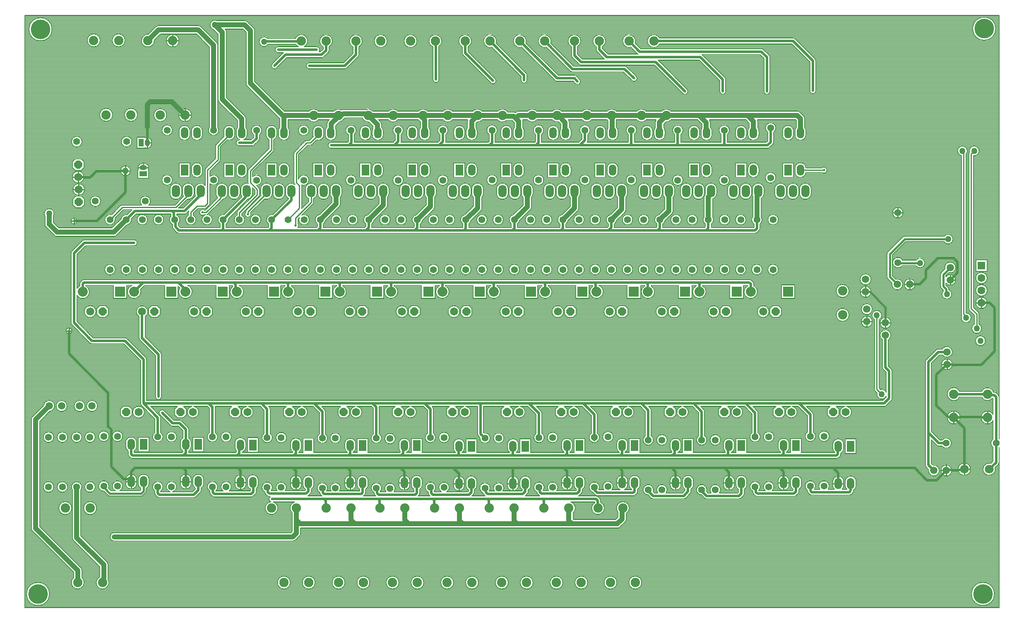
<source format=gbl>
G04*
G04 #@! TF.GenerationSoftware,Altium Limited,Altium Designer,21.3.2 (30)*
G04*
G04 Layer_Physical_Order=2*
G04 Layer_Color=16711680*
%FSTAX24Y24*%
%MOIN*%
G70*
G04*
G04 #@! TF.SameCoordinates,1CD0A03D-4A64-46C4-810B-20C9608AE917*
G04*
G04*
G04 #@! TF.FilePolarity,Positive*
G04*
G01*
G75*
%ADD11C,0.0100*%
%ADD14C,0.0150*%
%ADD52C,0.0080*%
%ADD53C,0.0400*%
%ADD54C,0.0200*%
%ADD55O,0.0660X0.1000*%
%ADD56C,0.0551*%
%ADD57C,0.0748*%
%ADD58C,0.0750*%
%ADD59C,0.0591*%
%ADD60C,0.0630*%
%ADD61R,0.0630X0.0630*%
%ADD62O,0.0600X0.0900*%
%ADD63R,0.0600X0.0900*%
%ADD64C,0.0650*%
%ADD65P,0.0704X8X202.5*%
%ADD66C,0.0800*%
%ADD67R,0.0800X0.0800*%
%ADD68P,0.0704X8X292.5*%
%ADD69R,0.0591X0.0394*%
%ADD70O,0.0591X0.0394*%
%ADD71R,0.0394X0.0591*%
%ADD72O,0.0394X0.0591*%
%ADD73C,0.0709*%
%ADD74C,0.1575*%
%ADD75C,0.0200*%
%ADD76C,0.0300*%
%ADD77C,0.0500*%
D11*
X07045Y031966D02*
Y032341D01*
Y031966D02*
X070826D01*
X070074D02*
X07045D01*
Y03159D02*
Y031966D01*
X07718Y02471D02*
Y025125D01*
Y02471D02*
X077595D01*
X076765D02*
X07718D01*
Y024295D02*
Y02471D01*
X074668Y026554D02*
Y02695D01*
Y026554D02*
X075063D01*
X074668Y026159D02*
Y026554D01*
X0714Y025805D02*
Y0262D01*
X071795D01*
X0714D02*
Y026595D01*
X071005Y0262D02*
X0714D01*
X0744Y01975D02*
X074795D01*
X0744Y019355D02*
Y01975D01*
Y020145D01*
X074005Y01975D02*
X0744D01*
X06785Y0256D02*
Y025995D01*
Y0256D02*
X068245D01*
X06785Y025205D02*
Y0256D01*
X067455D02*
X06785D01*
X06945Y0231D02*
X069845D01*
X06945D02*
Y023495D01*
Y022705D02*
Y0231D01*
X069055D02*
X06945D01*
X067555Y0232D02*
X06795D01*
Y023595D01*
Y0232D02*
X068345D01*
X06795Y022805D02*
Y0232D01*
X07766Y01547D02*
Y015945D01*
X077185Y01547D02*
X07766D01*
X07495D02*
Y015945D01*
Y01547D02*
X075425D01*
X07766Y014995D02*
Y01547D01*
X07495Y014995D02*
Y01547D01*
X074475D02*
X07495D01*
X075346Y0113D02*
X0758D01*
Y011754D01*
Y0113D02*
X076254D01*
X0758Y010846D02*
Y0113D01*
X073955Y0112D02*
X07435D01*
Y011595D01*
Y0112D02*
X074745D01*
X07435Y010805D02*
Y0112D01*
X06565Y01015D02*
Y0107D01*
X06525Y01015D02*
X06565D01*
X06605D01*
X06125Y0102D02*
Y01075D01*
X06085Y0102D02*
X06125D01*
X06165D01*
X06125Y00965D02*
Y0102D01*
X05685D02*
X05725D01*
X05645D02*
X05685D01*
Y01075D01*
X05215Y0102D02*
X05255D01*
Y01075D01*
Y0102D02*
X05295D01*
X04825D02*
X04865D01*
X04785D02*
X04825D01*
Y01075D01*
X05685Y00965D02*
Y0102D01*
X05255Y00965D02*
Y0102D01*
X0434D02*
X0438D01*
Y01075D01*
Y0102D02*
X0442D01*
X0351Y01015D02*
Y0107D01*
X03945Y01015D02*
Y0107D01*
X03905Y01015D02*
X03945D01*
X03985D01*
X0347D02*
X0351D01*
X0355D01*
X0438Y00965D02*
Y0102D01*
X03945Y0096D02*
Y01015D01*
X0351Y0096D02*
Y01015D01*
X011573Y04583D02*
X012047D01*
X012521D01*
X012047Y045356D02*
Y04583D01*
Y046304D01*
X013047Y03983D02*
Y040304D01*
Y03983D02*
X013521D01*
X012573D02*
X013047D01*
Y039356D02*
Y03983D01*
X01Y0376D02*
Y037995D01*
Y037205D02*
Y0376D01*
X010297D01*
X009681Y035595D02*
X010077D01*
X009681D02*
Y035892D01*
X009286Y035595D02*
X009681D01*
X0079Y03535D02*
X00825D01*
Y0357D01*
Y03535D02*
X0086D01*
X00825Y035D02*
Y03535D01*
X004431Y034845D02*
X004856D01*
X004056Y033845D02*
X004481D01*
X004431Y034845D02*
Y03527D01*
Y03442D02*
Y034845D01*
X004006D02*
X004431D01*
X004481Y033845D02*
X004906D01*
X004481Y03342D02*
Y033845D01*
Y03427D01*
X0041Y0313D02*
X0043D01*
X0039D02*
X0041D01*
Y0315D01*
Y0311D02*
Y0313D01*
X0307Y0102D02*
Y01075D01*
Y0102D02*
X0311D01*
X0303D02*
X0307D01*
X02635D02*
X02675D01*
X02635D02*
Y01075D01*
X02595Y0102D02*
X02635D01*
X0307Y00965D02*
Y0102D01*
X02635Y00965D02*
Y0102D01*
X021975Y010212D02*
Y010762D01*
Y010212D02*
X022375D01*
X021575D02*
X021975D01*
Y009662D02*
Y010212D01*
X0175Y01025D02*
Y0108D01*
Y01025D02*
X0179D01*
X0171D02*
X0175D01*
Y0097D02*
Y01025D01*
X0035Y02245D02*
X0037D01*
Y02265D01*
Y02245D02*
X0039D01*
X0037Y02225D02*
Y02245D01*
X0131Y0103D02*
X0135D01*
X0131D02*
Y01085D01*
X0127Y0103D02*
X0131D01*
X0087D02*
Y01085D01*
Y0103D02*
X0091D01*
X0083D02*
X0087D01*
X0131Y00975D02*
Y0103D01*
X0087Y00975D02*
Y0103D01*
X007992Y0324D02*
X012306D01*
X007Y031408D02*
X007992Y0324D01*
X0626Y0354D02*
X0645D01*
X0133Y0337D02*
Y033994D01*
Y033394D02*
Y0337D01*
X02195Y03155D02*
X0232Y0328D01*
Y0337D01*
X02195Y03095D02*
Y03155D01*
X023132Y0376D02*
X023782Y03825D01*
X02285Y0376D02*
X023132D01*
X023782Y03825D02*
Y0384D01*
X022Y03675D02*
X02285Y0376D01*
X022Y0344D02*
Y03675D01*
Y0344D02*
X02225Y03415D01*
Y032331D02*
Y03415D01*
X021327Y031408D02*
X02225Y032331D01*
X0183Y03535D02*
X02Y03705D01*
Y0384D01*
X0183Y0344D02*
Y03535D01*
Y0344D02*
X01885Y03385D01*
Y0334D02*
Y03385D01*
X01742Y03197D02*
X01885Y0334D01*
X01742Y031408D02*
Y03197D01*
X018119Y031869D02*
Y032049D01*
X0181Y03185D02*
X018119Y031869D01*
X0196Y03353D02*
Y0337D01*
X018119Y032049D02*
X0196Y03353D01*
X015901Y033601D02*
X016Y0337D01*
X015901Y033151D02*
Y033601D01*
X01475Y032D02*
X015901Y033151D01*
X01445Y032D02*
X01475D01*
X013512Y032012D02*
X014Y0325D01*
X013512Y031408D02*
Y032012D01*
X013077Y0256D02*
Y025789D01*
X012306Y0324D02*
X0133Y033394D01*
X022375Y045775D02*
X0224Y0458D01*
X0194Y04575D02*
X019425Y045775D01*
X0157Y03625D02*
Y03735D01*
X0166Y03825D02*
Y0384D01*
X0157Y03735D02*
X0166Y03825D01*
X01485Y0354D02*
X0157Y03625D01*
X01485Y0327D02*
Y0354D01*
X01465Y0325D02*
X01485Y0327D01*
X014Y0325D02*
X01465D01*
X0123Y033732D02*
Y03375D01*
X012041Y033473D02*
X0123Y033732D01*
X07635Y036717D02*
X076583Y03695D01*
X07635Y02425D02*
Y036717D01*
X076583Y03695D02*
X0766D01*
X07635Y02425D02*
X0768Y0238D01*
X07565Y036842D02*
X07575Y036742D01*
Y023808D02*
X07595Y023608D01*
X07565Y036842D02*
Y03695D01*
X07575Y023808D02*
Y036742D01*
X07595Y0235D02*
Y023608D01*
X0768Y02265D02*
Y0238D01*
X06875Y01775D02*
X06915Y01735D01*
X06875Y01775D02*
Y0237D01*
D14*
X0097Y00955D02*
Y0103D01*
X0095Y00935D02*
X0097Y00955D01*
X006984Y00935D02*
X0095D01*
X0065Y009834D02*
Y009942D01*
Y009834D02*
X006984Y00935D01*
X06785Y0256D02*
X0682D01*
X074333Y025467D02*
Y025817D01*
Y025467D02*
X0744Y0254D01*
X0741Y02605D02*
X074333Y025817D01*
X0698Y0268D02*
X0704Y0262D01*
X0698Y0268D02*
Y02865D01*
X070571Y027921D02*
X072229D01*
X07055Y027942D02*
X070571Y027921D01*
X0698Y02865D02*
X071Y02985D01*
X0741Y02605D02*
Y026987D01*
X071Y02985D02*
X0745D01*
X0741Y026987D02*
X074668Y027554D01*
X069452Y023098D02*
Y024348D01*
X0682Y0256D02*
X069452Y024348D01*
D52*
X078327Y0468D02*
G03*
X078327Y0468I-000927J0D01*
G01*
D02*
G03*
X078327Y0468I-000927J0D01*
G01*
X06384Y0442D02*
G03*
X06377Y04437I-00024J0D01*
G01*
X06384Y0442D02*
G03*
X06377Y04437I-00024J0D01*
G01*
X06336Y0418D02*
G03*
X06384Y0418I00024J0D01*
G01*
X06217Y04597D02*
G03*
X062Y04604I-00017J-00017D01*
G01*
X06217Y04597D02*
G03*
X062Y04604I-00017J-00017D01*
G01*
X05962Y04512D02*
G03*
X05945Y04519I-00017J-00017D01*
G01*
X05962Y04512D02*
G03*
X05945Y04519I-00017J-00017D01*
G01*
X06014Y0445D02*
G03*
X06007Y04467I-00024J0D01*
G01*
X06014Y0445D02*
G03*
X06007Y04467I-00024J0D01*
G01*
X06336Y0418D02*
G03*
X06384Y0418I00024J0D01*
G01*
X062591Y04004D02*
G03*
X06235Y04014I-000241J-00024D01*
G01*
X06259Y04004D02*
G03*
X06235Y04014I-00024J-00024D01*
G01*
X06294Y03955D02*
G03*
X06284Y039791I-00034J0D01*
G01*
X06294Y03955D02*
G03*
X06284Y03979I-00034J0D01*
G01*
X06304Y03855D02*
G03*
X06294Y038829I-00044J0D01*
G01*
X06226D02*
G03*
X06216Y03855I00034J-000279D01*
G01*
X06204D02*
G03*
X06116Y03855I-00044J0D01*
G01*
X05966Y04175D02*
G03*
X06014Y04175I00024J0D01*
G01*
X05966D02*
G03*
X06014Y04175I00024J0D01*
G01*
X06044Y038469D02*
G03*
X060616Y038808I-00024J000339D01*
G01*
D02*
G03*
X05996Y038469I-000416J0D01*
G01*
X059258Y03855D02*
G03*
X059158Y038829I-00044J0D01*
G01*
X07699Y03695D02*
G03*
X076221Y036857I-00039J0D01*
G01*
X076216Y036852D02*
G03*
X07616Y036717I000134J-000134D01*
G01*
X07654Y036565D02*
G03*
X07699Y03695I00006J000385D01*
G01*
X076216Y036852D02*
G03*
X07616Y036717I000134J-000135D01*
G01*
X07594Y036689D02*
G03*
X07604Y03695I-00029J000261D01*
G01*
D02*
G03*
X07556Y036571I-00039J0D01*
G01*
X06216Y03825D02*
G03*
X06304Y03825I00044J0D01*
G01*
X063038Y03559D02*
G03*
X06216Y03555I-000438J-00004D01*
G01*
X06474Y0354D02*
G03*
X064353Y03559I-00024J0D01*
G01*
X06116Y03825D02*
G03*
X06204Y03825I00044J0D01*
G01*
X06037Y03748D02*
G03*
X06044Y03765I-00017J00017D01*
G01*
X06037Y03748D02*
G03*
X06044Y03765I-00017J00017D01*
G01*
X05995Y03716D02*
G03*
X06012Y03723I0J00024D01*
G01*
X05995Y03716D02*
G03*
X06012Y03723I0J00024D01*
G01*
X064353Y03521D02*
G03*
X06474Y0354I000147J00019D01*
G01*
X06347Y03387D02*
G03*
X06253Y03387I-00047J0D01*
G01*
X06216Y03525D02*
G03*
X063038Y03521I00044J0D01*
G01*
X06247Y03387D02*
G03*
X06153Y03387I-00047J0D01*
G01*
X060616Y034792D02*
G03*
X060616Y034792I-000416J0D01*
G01*
X06147Y03387D02*
G03*
X06053Y03387I-00047J0D01*
G01*
X05659Y0427D02*
G03*
X05652Y04287I-00024J0D01*
G01*
X05659Y0427D02*
G03*
X05652Y04287I-00024J0D01*
G01*
X059158Y039332D02*
G03*
X059133Y03946I-00034J0D01*
G01*
X059158Y039332D02*
G03*
X059133Y03946I-00034J0D01*
G01*
X058478Y038829D02*
G03*
X058378Y03855I00034J-000279D01*
G01*
X058258D02*
G03*
X057378Y03855I-00044J0D01*
G01*
X05611Y04175D02*
G03*
X05659Y04175I00024J0D01*
G01*
X05611D02*
G03*
X05659Y04175I00024J0D01*
G01*
X05472Y04467D02*
G03*
X054666Y04471I-00017J-00017D01*
G01*
X05472Y04467D02*
G03*
X054666Y04471I-00017J-00017D01*
G01*
X05354Y04175D02*
G03*
X05347Y04192I-00024J0D01*
G01*
X05354Y04175D02*
G03*
X05347Y04192I-00024J0D01*
G01*
X05313Y04158D02*
G03*
X05354Y04175I00017J00017D01*
G01*
X055338Y039252D02*
G03*
X055267Y03946I-00034J0D01*
G01*
X055338Y039252D02*
G03*
X055267Y03946I-00034J0D01*
G01*
X05313Y04158D02*
G03*
X05354Y04175I00017J00017D01*
G01*
X055476Y03855D02*
G03*
X055338Y03887I-00044J0D01*
G01*
X054658Y038775D02*
G03*
X054596Y03855I000378J-000225D01*
G01*
X054476D02*
G03*
X053596Y03855I-00044J0D01*
G01*
X052186Y04014D02*
G03*
X051414Y04014I-000386J-00034D01*
G01*
X051768Y039287D02*
G03*
X052186Y03946I000032J000513D01*
G01*
X051695Y03855D02*
G03*
X051595Y038829I-00044J0D01*
G01*
X058378Y03825D02*
G03*
X059258Y03825I00044J0D01*
G01*
Y03555D02*
G03*
X058378Y03555I-00044J0D01*
G01*
X057378Y03825D02*
G03*
X058258Y03825I00044J0D01*
G01*
X056702Y038269D02*
G03*
X056877Y038608I-00024J000339D01*
G01*
D02*
G03*
X056222Y038269I-000416J0D01*
G01*
X058378Y03525D02*
G03*
X059258Y03525I00044J0D01*
G01*
X05967Y03387D02*
G03*
X05873Y03387I-00047J0D01*
G01*
X05867D02*
G03*
X05773Y03387I-00047J0D01*
G01*
X056877Y034592D02*
G03*
X056877Y034592I-000416J0D01*
G01*
X05767Y03387D02*
G03*
X05673Y03387I-00047J0D01*
G01*
X054596Y03825D02*
G03*
X055476Y03825I00044J0D01*
G01*
Y03555D02*
G03*
X054596Y03555I-00044J0D01*
G01*
X053596Y03825D02*
G03*
X054476Y03825I00044J0D01*
G01*
X052963Y038269D02*
G03*
X053139Y038608I-00024J000339D01*
G01*
D02*
G03*
X052483Y038269I-000416J0D01*
G01*
X050815Y03825D02*
G03*
X051695Y03825I00044J0D01*
G01*
Y03555D02*
G03*
X050815Y03555I-00044J0D01*
G01*
X054596Y03525D02*
G03*
X055476Y03525I00044J0D01*
G01*
X05587Y03387D02*
G03*
X05493Y03387I-00047J0D01*
G01*
X05487D02*
G03*
X05393Y03387I-00047J0D01*
G01*
X05387D02*
G03*
X05293Y03387I-00047J0D01*
G01*
X053139Y034592D02*
G03*
X053139Y034592I-000416J0D01*
G01*
X05247Y03387D02*
G03*
X05153Y03387I-00047J0D01*
G01*
X050815Y03525D02*
G03*
X051695Y03525I00044J0D01*
G01*
X05147Y03387D02*
G03*
X05053Y03387I-00047J0D01*
G01*
X06253Y03353D02*
G03*
X06347Y03353I00047J0D01*
G01*
X06153D02*
G03*
X06247Y03353I00047J0D01*
G01*
X06053D02*
G03*
X06147Y03353I00047J0D01*
G01*
X070866Y031966D02*
G03*
X070866Y031966I-000416J0D01*
G01*
X071Y030065D02*
G03*
X070848Y030002I0J-000215D01*
G01*
X060816Y031408D02*
G03*
X060816Y031408I-000416J0D01*
G01*
X074175Y029635D02*
G03*
X07489Y02985I000325J000215D01*
G01*
D02*
G03*
X074175Y030065I-00039J0D01*
G01*
X071D02*
G03*
X070848Y030002I0J-000215D01*
G01*
X071904Y027706D02*
G03*
X072619Y027921I000325J000215D01*
G01*
X075103Y027554D02*
G03*
X074248Y027439I-000435J0D01*
G01*
X072619Y027921D02*
G03*
X071904Y028136I-00039J0D01*
G01*
X069648Y028802D02*
G03*
X069585Y02865I000152J-000152D01*
G01*
X069648Y028802D02*
G03*
X069585Y02865I000152J-000152D01*
G01*
X070822Y028136D02*
G03*
X070786Y027706I-000372J-000186D01*
G01*
X060816Y027392D02*
G03*
X060816Y027392I-000416J0D01*
G01*
X074552Y027135D02*
G03*
X075103Y027554I000116J00042D01*
G01*
X073948Y027139D02*
G03*
X073885Y026987I000152J-000152D01*
G01*
X073948Y027139D02*
G03*
X073885Y026987I000152J-000152D01*
G01*
X05873Y03353D02*
G03*
X058758Y033371I00047J0D01*
G01*
X059438Y033124D02*
G03*
X05967Y03353I-000238J000406D01*
G01*
X05773D02*
G03*
X05867Y03353I00047J0D01*
G01*
X05673D02*
G03*
X05767Y03353I00047J0D01*
G01*
X05553Y033078D02*
G03*
X05587Y03353I-00013J000452D01*
G01*
X05493D02*
G03*
X054934Y033473I00047J0D01*
G01*
Y033473D02*
G03*
X05485Y03325I000257J-000223D01*
G01*
X054934Y033473D02*
G03*
X05485Y03325I000257J-000223D01*
G01*
X05393Y03353D02*
G03*
X05487Y03353I00047J0D01*
G01*
X05293D02*
G03*
X05387Y03353I00047J0D01*
G01*
X05234Y033205D02*
G03*
X05247Y03353I-00034J000325D01*
G01*
X05153D02*
G03*
X05166Y033205I00047J0D01*
G01*
X05224Y031885D02*
G03*
X05234Y032125I-00024J00024D01*
G01*
X05224Y031884D02*
G03*
X05234Y032125I-00024J000241D01*
G01*
X059513Y031408D02*
G03*
X059438Y031647I-000416J0D01*
G01*
X058758D02*
G03*
X058858Y031069I00034J-000239D01*
G01*
X059338D02*
G03*
X059513Y031408I-00024J000339D01*
G01*
X058211D02*
G03*
X058211Y031408I-000416J0D01*
G01*
X056908D02*
G03*
X056908Y031408I-000416J0D01*
G01*
X059267Y030528D02*
G03*
X059338Y030698I-00017J00017D01*
G01*
X059267Y030528D02*
G03*
X059338Y030698I-00017J00017D01*
G01*
X05895Y03031D02*
G03*
X05912Y03038I0J00024D01*
G01*
X05895Y03031D02*
G03*
X05912Y03038I0J00024D01*
G01*
X059513Y027392D02*
G03*
X059513Y027392I-000416J0D01*
G01*
X058211D02*
G03*
X058211Y027392I-000416J0D01*
G01*
X056908D02*
G03*
X056908Y027392I-000416J0D01*
G01*
X055606Y031408D02*
G03*
X05553Y031647I-000416J0D01*
G01*
X05543Y031069D02*
G03*
X055606Y031408I-00024J000339D01*
G01*
X05485Y031647D02*
G03*
X05495Y031069I00034J-000239D01*
G01*
X054303Y031408D02*
G03*
X054303Y031408I-000416J0D01*
G01*
X053001D02*
G03*
X053001Y031408I-000416J0D01*
G01*
X051523Y031069D02*
G03*
X051692Y031336I-00024J000339D01*
G01*
X055606Y027392D02*
G03*
X055606Y027392I-000416J0D01*
G01*
X054303D02*
G03*
X054303Y027392I-000416J0D01*
G01*
X053001D02*
G03*
X053001Y027392I-000416J0D01*
G01*
X051699D02*
G03*
X051699Y027392I-000416J0D01*
G01*
X049291Y045648D02*
G03*
X049314Y0458I-000491J000152D01*
G01*
X051255Y04604D02*
G03*
X051255Y04556I-000455J-00024D01*
G01*
X04948Y04478D02*
G03*
X049534Y04474I00017J00017D01*
G01*
X04948Y04478D02*
G03*
X049534Y04474I00017J00017D01*
G01*
X049314Y0458D02*
G03*
X048952Y045309I-000514J0D01*
G01*
X046914Y0458D02*
G03*
X04616Y045345I-000514J0D01*
G01*
X04664D02*
G03*
X046914Y0458I-00024J000455D01*
G01*
X04944Y0428D02*
G03*
X04937Y04297I-00024J0D01*
G01*
X04862Y04372D02*
G03*
X04845Y04379I-00017J-00017D01*
G01*
X04862Y04372D02*
G03*
X04845Y04379I-00017J-00017D01*
G01*
X04944Y0428D02*
G03*
X04937Y04297I-00024J0D01*
G01*
X049415Y03946D02*
G03*
X050185Y03946I000386J00034D01*
G01*
Y04014D02*
G03*
X049415Y04014I-000386J-00034D01*
G01*
X04903Y04263D02*
G03*
X04944Y0428I00017J00017D01*
G01*
X04903Y04263D02*
G03*
X04944Y0428I00017J00017D01*
G01*
X047786Y04014D02*
G03*
X047014Y04014I-000386J-00034D01*
G01*
Y03946D02*
G03*
X047096Y039385I000386J00034D01*
G01*
X04616Y0451D02*
G03*
X04623Y04493I00024J0D01*
G01*
X04616Y0451D02*
G03*
X04623Y04493I00024J0D01*
G01*
X04464Y045345D02*
G03*
X044914Y0458I-00024J000455D01*
G01*
D02*
G03*
X04416Y045345I-000514J0D01*
G01*
X042491Y045648D02*
G03*
X042514Y0458I-000491J000152D01*
G01*
X04416Y04465D02*
G03*
X04423Y04448I00024J0D01*
G01*
X04478Y04393D02*
G03*
X04495Y04386I00017J00017D01*
G01*
X04478Y04393D02*
G03*
X04495Y04386I00017J00017D01*
G01*
X04416Y04465D02*
G03*
X04423Y04448I00024J0D01*
G01*
X04408Y04338D02*
G03*
X04425Y04331I00017J00017D01*
G01*
X04408Y04338D02*
G03*
X04425Y04331I00017J00017D01*
G01*
X04489Y04255D02*
G03*
X04482Y04272I-00024J0D01*
G01*
X04448Y04238D02*
G03*
X04489Y04255I00017J00017D01*
G01*
X04448Y04238D02*
G03*
X04489Y04255I00017J00017D01*
G01*
X045015Y03946D02*
G03*
X045785Y03946I000386J00034D01*
G01*
Y04014D02*
G03*
X045015Y04014I-000386J-00034D01*
G01*
X04457Y04297D02*
G03*
X0444Y04304I-00017J-00017D01*
G01*
X04457Y04297D02*
G03*
X0444Y04304I-00017J-00017D01*
G01*
X04489Y04255D02*
G03*
X04482Y04272I-00024J0D01*
G01*
X04283Y04263D02*
G03*
X043Y04256I00017J00017D01*
G01*
X04283Y04263D02*
G03*
X043Y04256I00017J00017D01*
G01*
X043386Y04014D02*
G03*
X042614Y04014I-000386J-00034D01*
G01*
Y03946D02*
G03*
X043114Y039299I000386J00034D01*
G01*
X050984Y03946D02*
G03*
X050915Y039255I000271J-000205D01*
G01*
X050984Y03946D02*
G03*
X050915Y039255I000271J-000205D01*
G01*
Y038829D02*
G03*
X050815Y03855I00034J-000279D01*
G01*
X050695D02*
G03*
X049815Y03855I-00044J0D01*
G01*
X049225Y03828D02*
G03*
X0494Y038619I-00024J000339D01*
G01*
D02*
G03*
X048745Y03828I-000416J0D01*
G01*
X047913Y03855D02*
G03*
X047776Y038868I-00044J0D01*
G01*
X047096Y038778D02*
G03*
X047033Y03855I000376J-000228D01*
G01*
X049815Y03825D02*
G03*
X050695Y03825I00044J0D01*
G01*
X047033D02*
G03*
X047913Y03825I00044J0D01*
G01*
Y03555D02*
G03*
X047033Y03555I-00044J0D01*
G01*
X046913Y03855D02*
G03*
X046033Y03855I-00044J0D01*
G01*
X045662Y038619D02*
G03*
X045006Y03828I-000416J0D01*
G01*
X045486D02*
G03*
X045662Y038619I-00024J000339D01*
G01*
X043993Y039242D02*
G03*
X043913Y03946I-00034J0D01*
G01*
X043993Y039242D02*
G03*
X043913Y03946I-00034J0D01*
G01*
X044131Y03855D02*
G03*
X043993Y03887I-00044J0D01*
G01*
X043313Y038775D02*
G03*
X043251Y03855I000378J-000225D01*
G01*
X046033Y03825D02*
G03*
X046913Y03825I00044J0D01*
G01*
X045428Y03764D02*
G03*
X045486Y037796I-000182J000156D01*
G01*
X045428Y03764D02*
G03*
X045486Y037796I-000182J000156D01*
G01*
X043251Y03825D02*
G03*
X044131Y03825I00044J0D01*
G01*
Y03555D02*
G03*
X043251Y03555I-00044J0D01*
G01*
X042514Y0458D02*
G03*
X042152Y045309I-000514J0D01*
G01*
X040514Y0458D02*
G03*
X040152Y045309I-000514J0D01*
G01*
X040491Y045648D02*
G03*
X040514Y0458I-000491J000152D01*
G01*
X04059Y04305D02*
G03*
X04052Y04322I-00024J0D01*
G01*
X041385Y04014D02*
G03*
X040615Y04014I-000386J-00034D01*
G01*
X04059Y04305D02*
G03*
X04052Y04322I-00024J0D01*
G01*
X04011Y04265D02*
G03*
X04059Y04265I00024J0D01*
G01*
X04011D02*
G03*
X04059Y04265I00024J0D01*
G01*
X040249Y039341D02*
G03*
X040228Y03946I-00034J0D01*
G01*
X038091Y045648D02*
G03*
X038114Y0458I-000491J000152D01*
G01*
D02*
G03*
X037752Y045309I-000514J0D01*
G01*
X036114Y0458D02*
G03*
X03536Y045345I-000514J0D01*
G01*
X03584D02*
G03*
X036114Y0458I-00024J000455D01*
G01*
X03536Y04485D02*
G03*
X03543Y04468I00024J0D01*
G01*
X03536Y04485D02*
G03*
X03543Y04468I00024J0D01*
G01*
X03809Y0426D02*
G03*
X03802Y04277I-00024J0D01*
G01*
X03809Y0426D02*
G03*
X03802Y04277I-00024J0D01*
G01*
X0399Y04014D02*
G03*
X039661Y040041I0J-00034D01*
G01*
X0399Y04014D02*
G03*
X039661Y040041I0J-00034D01*
G01*
X039661D02*
G03*
X039517Y040073I-000144J-000308D01*
G01*
X039661Y040041D02*
G03*
X039517Y040073I-000144J-000308D01*
G01*
X03768Y04243D02*
G03*
X03809Y0426I00017J00017D01*
G01*
X039035Y040073D02*
G03*
X038214Y04014I-000435J-000273D01*
G01*
X03768Y04243D02*
G03*
X03809Y0426I00017J00017D01*
G01*
X036985Y04014D02*
G03*
X036214Y04014I-000386J-00034D01*
G01*
X040615Y03946D02*
G03*
X041385Y03946I000386J00034D01*
G01*
X043131Y03855D02*
G03*
X042251Y03855I-00044J0D01*
G01*
X041748Y03828D02*
G03*
X041923Y038619I-00024J000339D01*
G01*
D02*
G03*
X041268Y03828I-000416J0D01*
G01*
X040349Y03855D02*
G03*
X040249Y038829I-00044J0D01*
G01*
Y039341D02*
G03*
X040228Y03946I-00034J0D01*
G01*
X039569Y038829D02*
G03*
X039469Y03855I00034J-000279D01*
G01*
X042251Y03825D02*
G03*
X043131Y03825I00044J0D01*
G01*
X039469D02*
G03*
X040349Y03825I00044J0D01*
G01*
Y03555D02*
G03*
X039469Y03555I-00044J0D01*
G01*
X038214Y03946D02*
G03*
X038914Y039393I000386J00034D01*
G01*
X036568Y039287D02*
G03*
X036985Y03946I000032J000513D01*
G01*
X039349Y03855D02*
G03*
X038469Y03855I-00044J0D01*
G01*
X038009Y03828D02*
G03*
X038185Y038619I-00024J000339D01*
G01*
D02*
G03*
X037529Y03828I-000416J0D01*
G01*
X036567Y03855D02*
G03*
X036467Y038829I-00044J0D01*
G01*
X035814Y03946D02*
G03*
X035787Y039327I000313J-000133D01*
G01*
X035814Y03946D02*
G03*
X035787Y039327I000313J-000133D01*
G01*
Y038829D02*
G03*
X035687Y03855I00034J-000279D01*
G01*
X035567D02*
G03*
X034687Y03855I-00044J0D01*
G01*
X038469Y03825D02*
G03*
X039349Y03825I00044J0D01*
G01*
X035687D02*
G03*
X036567Y03825I00044J0D01*
G01*
X034687D02*
G03*
X035567Y03825I00044J0D01*
G01*
X036567Y03555D02*
G03*
X035687Y03555I-00044J0D01*
G01*
X05047Y03387D02*
G03*
X04953Y03387I-00047J0D01*
G01*
X0494Y034604D02*
G03*
X0494Y034604I-000416J0D01*
G01*
X047033Y03525D02*
G03*
X047913Y03525I00044J0D01*
G01*
X04867Y03387D02*
G03*
X04773Y03387I-00047J0D01*
G01*
X04767D02*
G03*
X04673Y03387I-00047J0D01*
G01*
X05053Y03353D02*
G03*
X05147Y03353I00047J0D01*
G01*
X04953D02*
G03*
X05047Y03353I00047J0D01*
G01*
X04854Y033205D02*
G03*
X04867Y03353I-00034J000325D01*
G01*
X04773D02*
G03*
X04786Y033205I00047J0D01*
G01*
X04673Y03353D02*
G03*
X04767Y03353I00047J0D01*
G01*
X04667Y03387D02*
G03*
X04573Y03387I-00047J0D01*
G01*
X045662Y034604D02*
G03*
X045662Y034604I-000416J0D01*
G01*
X043251Y03525D02*
G03*
X044131Y03525I00044J0D01*
G01*
X04487Y03387D02*
G03*
X04393Y03387I-00047J0D01*
G01*
X04387D02*
G03*
X04293Y03387I-00047J0D01*
G01*
X04573Y03353D02*
G03*
X04667Y03353I00047J0D01*
G01*
X04474Y033205D02*
G03*
X04487Y03353I-00034J000325D01*
G01*
X04393D02*
G03*
X04406Y033205I00047J0D01*
G01*
X04293Y03353D02*
G03*
X04387Y03353I00047J0D01*
G01*
X04844Y031992D02*
G03*
X04854Y032232I-00024J00024D01*
G01*
X04844Y031991D02*
G03*
X04854Y032232I-00024J000241D01*
G01*
X051212Y031817D02*
G03*
X051043Y031069I000071J-000409D01*
G01*
X050396Y031408D02*
G03*
X050396Y031408I-000416J0D01*
G01*
X049094D02*
G03*
X049094Y031408I-000416J0D01*
G01*
X047616Y031069D02*
G03*
X047785Y031336I-00024J000339D01*
G01*
X050396Y027392D02*
G03*
X050396Y027392I-000416J0D01*
G01*
X049094D02*
G03*
X049094Y027392I-000416J0D01*
G01*
X047791D02*
G03*
X047791Y027392I-000416J0D01*
G01*
X04464Y032099D02*
G03*
X04474Y03234I-00024J00024D01*
G01*
X047304Y031817D02*
G03*
X047136Y031069I000071J-000409D01*
G01*
X046489Y031408D02*
G03*
X046489Y031408I-000416J0D01*
G01*
X04464Y032099D02*
G03*
X04474Y03234I-00024J000241D01*
G01*
X045186Y031408D02*
G03*
X045186Y031408I-000416J0D01*
G01*
X043397Y031817D02*
G03*
X043228Y031069I000071J-000409D01*
G01*
X043708D02*
G03*
X043878Y031336I-00024J000339D01*
G01*
X046489Y027392D02*
G03*
X046489Y027392I-000416J0D01*
G01*
X045186D02*
G03*
X045186Y027392I-000416J0D01*
G01*
X043884D02*
G03*
X043884Y027392I-000416J0D01*
G01*
X04287Y03387D02*
G03*
X04193Y03387I-00047J0D01*
G01*
X041923Y034604D02*
G03*
X041923Y034604I-000416J0D01*
G01*
X039469Y03525D02*
G03*
X040349Y03525I00044J0D01*
G01*
X04107Y03387D02*
G03*
X04013Y03387I-00047J0D01*
G01*
X04007D02*
G03*
X03913Y03387I-00047J0D01*
G01*
X04193Y03353D02*
G03*
X04287Y03353I00047J0D01*
G01*
X04094Y033205D02*
G03*
X04107Y03353I-00034J000325D01*
G01*
X04013D02*
G03*
X04026Y033205I00047J0D01*
G01*
X03913Y03353D02*
G03*
X04007Y03353I00047J0D01*
G01*
X03907Y03387D02*
G03*
X03813Y03387I-00047J0D01*
G01*
X038185Y034604D02*
G03*
X038185Y034604I-000416J0D01*
G01*
X03707Y03387D02*
G03*
X03613Y03387I-00047J0D01*
G01*
X035687Y03525D02*
G03*
X036567Y03525I00044J0D01*
G01*
X03607Y03387D02*
G03*
X03513Y03387I-00047J0D01*
G01*
X03507D02*
G03*
X03413Y03387I-00047J0D01*
G01*
X03813Y03353D02*
G03*
X03907Y03353I00047J0D01*
G01*
X03694Y033205D02*
G03*
X03707Y03353I-00034J000325D01*
G01*
X03613D02*
G03*
X03626Y033205I00047J0D01*
G01*
X03513Y03353D02*
G03*
X03607Y03353I00047J0D01*
G01*
X03413D02*
G03*
X03507Y03353I00047J0D01*
G01*
X04084Y032206D02*
G03*
X04094Y032447I-00024J00024D01*
G01*
X04084Y032206D02*
G03*
X04094Y032447I-00024J000241D01*
G01*
X042581Y031408D02*
G03*
X042581Y031408I-000416J0D01*
G01*
X041279D02*
G03*
X041279Y031408I-000416J0D01*
G01*
X03949Y031817D02*
G03*
X039321Y031069I000071J-000409D01*
G01*
X039801D02*
G03*
X03997Y031336I-00024J000339D01*
G01*
X042581Y027392D02*
G03*
X042581Y027392I-000416J0D01*
G01*
X041279D02*
G03*
X041279Y027392I-000416J0D01*
G01*
X039977D02*
G03*
X039977Y027392I-000416J0D01*
G01*
X03684Y032114D02*
G03*
X03694Y032354I-00024J00024D01*
G01*
X03684Y032113D02*
G03*
X03694Y032354I-00024J000241D01*
G01*
X038674Y031408D02*
G03*
X038674Y031408I-000416J0D01*
G01*
X037372D02*
G03*
X037372Y031408I-000416J0D01*
G01*
X035894Y031069D02*
G03*
X036063Y031336I-00024J000339D01*
G01*
X035582Y031817D02*
G03*
X035414Y031069I000071J-000409D01*
G01*
X038674Y027392D02*
G03*
X038674Y027392I-000416J0D01*
G01*
X037372D02*
G03*
X037372Y027392I-000416J0D01*
G01*
X036069D02*
G03*
X036069Y027392I-000416J0D01*
G01*
X077635Y02671D02*
G03*
X077635Y02671I-000455J0D01*
G01*
Y02571D02*
G03*
X077635Y02571I-000455J0D01*
G01*
Y02471D02*
G03*
X077635Y02471I-000455J0D01*
G01*
X07699Y0238D02*
G03*
X076934Y023934I-00019J0D01*
G01*
X07699Y0238D02*
G03*
X076934Y023935I-00019J0D01*
G01*
X07616Y02425D02*
G03*
X076216Y024116I00019J0D01*
G01*
X07616Y02425D02*
G03*
X076216Y024115I00019J0D01*
G01*
X075103Y026554D02*
G03*
X074315Y02681I-000435J0D01*
G01*
Y026299D02*
G03*
X075103Y026554I000353J000255D01*
G01*
X071835Y0262D02*
G03*
X071835Y0262I-000435J0D01*
G01*
X070835D02*
G03*
X070284Y02662I-000435J0D01*
G01*
X06998Y026316D02*
G03*
X070835Y0262I00042J-000116D01*
G01*
X07556Y023808D02*
G03*
X075606Y023684I00019J0D01*
G01*
X07556Y023808D02*
G03*
X075606Y023684I00019J0D01*
G01*
X073885Y02605D02*
G03*
X073948Y025898I000215J0D01*
G01*
X074548Y025817D02*
G03*
X074485Y025969I-000215J0D01*
G01*
X074548Y025817D02*
G03*
X074485Y025969I-000215J0D01*
G01*
X07479Y0254D02*
G03*
X074548Y025761I-00039J0D01*
G01*
X074118Y025669D02*
G03*
X07479Y0254I000282J-000269D01*
G01*
X073885Y02605D02*
G03*
X073948Y025898I000215J0D01*
G01*
X07749Y02165D02*
G03*
X07749Y02165I-00039J0D01*
G01*
X078151Y017505D02*
G03*
X077204Y01759I-000491J-000155D01*
G01*
X078388Y017435D02*
G03*
X078218Y017505I-00017J-00017D01*
G01*
X078388Y017435D02*
G03*
X078218Y017505I-00017J-00017D01*
G01*
X078598Y017125D02*
G03*
X078528Y017295I-00024J0D01*
G01*
X078598Y017125D02*
G03*
X078528Y017295I-00024J0D01*
G01*
X077204Y01711D02*
G03*
X07806Y017025I000456J00024D01*
G01*
X07719Y02265D02*
G03*
X07699Y022991I-00039J0D01*
G01*
X07661D02*
G03*
X07719Y02265I00019J-000341D01*
G01*
X07634Y0235D02*
G03*
X07594Y02389I-00039J0D01*
G01*
X075606Y023684D02*
G03*
X07634Y0235I000344J-000184D01*
G01*
X074835Y02075D02*
G03*
X074037Y02099I-000435J0D01*
G01*
Y02051D02*
G03*
X074835Y02075I000363J00024D01*
G01*
Y01975D02*
G03*
X074835Y01975I-000435J0D01*
G01*
X0737Y02099D02*
G03*
X07353Y02092I0J-00024D01*
G01*
X0737Y02099D02*
G03*
X07353Y02092I0J-00024D01*
G01*
X07273Y02012D02*
G03*
X07266Y01995I00017J-00017D01*
G01*
X07273Y02012D02*
G03*
X07266Y01995I00017J-00017D01*
G01*
X06999Y019206D02*
G03*
X06992Y019375I-00024J0D01*
G01*
X06999Y019206D02*
G03*
X06992Y019375I-00024J0D01*
G01*
X075406Y01759D02*
G03*
X075406Y01711I-000456J-00024D01*
G01*
X06992Y01683D02*
G03*
X06999Y017I-00017J00017D01*
G01*
X06992Y01683D02*
G03*
X06999Y017I-00017J00017D01*
G01*
X069585Y0268D02*
G03*
X069648Y026648I000215J0D01*
G01*
X069585Y0268D02*
G03*
X069648Y026648I000215J0D01*
G01*
X068285Y0266D02*
G03*
X068285Y0266I-000435J0D01*
G01*
Y0256D02*
G03*
X068285Y0256I-000435J0D01*
G01*
X066515Y025665D02*
G03*
X066515Y025665I-000515J0D01*
G01*
X06894Y023359D02*
G03*
X06914Y0237I-00019J000341D01*
G01*
D02*
G03*
X06856Y023359I-00039J0D01*
G01*
X068385Y0242D02*
G03*
X068385Y0242I-000435J0D01*
G01*
X05884Y026233D02*
G03*
X05877Y026403I-00024J0D01*
G01*
X05914Y0256D02*
G03*
X05884Y026084I-00054J0D01*
G01*
X058653Y02652D02*
G03*
X058483Y02659I-00017J-00017D01*
G01*
X058653Y02652D02*
G03*
X058483Y02659I-00017J-00017D01*
G01*
X05884Y026233D02*
G03*
X05877Y026403I-00024J0D01*
G01*
X05836Y026084D02*
G03*
X05914Y0256I00024J-000484D01*
G01*
X060065Y024D02*
G03*
X060065Y024I-000465J0D01*
G01*
X069885Y0231D02*
G03*
X069885Y0231I-000435J0D01*
G01*
Y0221D02*
G03*
X06921Y021737I-000435J0D01*
G01*
X06969D02*
G03*
X069885Y0221I-00024J000363D01*
G01*
X06921Y019506D02*
G03*
X06928Y019336I00024J0D01*
G01*
X06935Y01636D02*
G03*
X06952Y01643I0J00024D01*
G01*
X06935Y01636D02*
G03*
X06952Y01643I0J00024D01*
G01*
X06921Y019506D02*
G03*
X06928Y019336I00024J0D01*
G01*
X06951Y0175D02*
G03*
X069044Y017725I-00036J-00015D01*
G01*
X068775Y017456D02*
G03*
X06951Y0172I000375J-000106D01*
G01*
X066515Y023735D02*
G03*
X066515Y023735I-000515J0D01*
G01*
X068385Y0232D02*
G03*
X068385Y0232I-000435J0D01*
G01*
X06856Y01775D02*
G03*
X068616Y017616I00019J0D01*
G01*
X06856Y01775D02*
G03*
X068616Y017615I00019J0D01*
G01*
X066715Y0159D02*
G03*
X066318Y01636I-000465J0D01*
G01*
X066182D02*
G03*
X066715Y0159I000068J-00046D01*
G01*
X062334D02*
G03*
X061937Y01636I-000465J0D01*
G01*
X061801D02*
G03*
X062334Y0159I000068J-00046D01*
G01*
X057953D02*
G03*
X057556Y01636I-000465J0D01*
G01*
X05742D02*
G03*
X057953Y0159I000068J-00046D01*
G01*
X078118Y015706D02*
G03*
X078118Y015234I-000458J-000236D01*
G01*
X075465Y01547D02*
G03*
X075465Y01547I-000515J0D01*
G01*
X078118Y013739D02*
G03*
X078118Y013061I00024J-000339D01*
G01*
X074758Y0134D02*
G03*
X074003Y01364I-000416J0D01*
G01*
Y01316D02*
G03*
X074758Y0134I000339J00024D01*
G01*
X07358Y01323D02*
G03*
X07375Y01316I00017J00017D01*
G01*
X07358Y01323D02*
G03*
X07375Y01316I00017J00017D01*
G01*
X06364Y0157D02*
G03*
X06357Y01587I-00024J0D01*
G01*
X06364Y0157D02*
G03*
X06357Y01587I-00024J0D01*
G01*
X064916Y013958D02*
G03*
X064916Y013958I-000416J0D01*
G01*
X063816D02*
G03*
X06364Y014297I-000416J0D01*
G01*
X06609Y0133D02*
G03*
X06521Y0133I-00044J0D01*
G01*
X065857Y012612D02*
G03*
X06609Y013I-000207J000388D01*
G01*
X06521D02*
G03*
X065377Y012655I00044J0D01*
G01*
X078528Y011688D02*
G03*
X078598Y011858I-00017J00017D01*
G01*
X078528Y011688D02*
G03*
X078598Y011858I-00017J00017D01*
G01*
X077936Y011775D02*
G03*
X078294Y0113I-000136J-000475D01*
G01*
D02*
G03*
X078275Y011436I-000494J0D01*
G01*
X076294Y0113D02*
G03*
X076294Y0113I-000494J0D01*
G01*
X078227Y00125D02*
G03*
X078227Y00125I-000927J0D01*
G01*
D02*
G03*
X078227Y00125I-000927J0D01*
G01*
X073785Y0112D02*
G03*
X073263Y011626I-000435J0D01*
G01*
X07266Y01165D02*
G03*
X07273Y01148I00024J0D01*
G01*
X07266Y01165D02*
G03*
X07273Y01148I00024J0D01*
G01*
X074785Y0112D02*
G03*
X074785Y0112I-000435J0D01*
G01*
X072924Y011287D02*
G03*
X073785Y0112I000426J-000087D01*
G01*
X065787Y012347D02*
G03*
X065857Y012517I-00017J00017D01*
G01*
X065787Y012347D02*
G03*
X065857Y012517I-00017J00017D01*
G01*
X0655Y01216D02*
G03*
X06567Y01223I0J00024D01*
G01*
X0655Y01216D02*
G03*
X06567Y01223I0J00024D01*
G01*
X06709Y0103D02*
G03*
X06621Y0103I-00044J0D01*
G01*
X06609D02*
G03*
X06521Y0103I-00044J0D01*
G01*
X064916Y009942D02*
G03*
X06417Y00969I-000416J0D01*
G01*
X06521Y01D02*
G03*
X065338Y00969I00044J0D01*
G01*
X06689Y009631D02*
G03*
X06709Y01I-00024J000369D01*
G01*
X06682Y009397D02*
G03*
X06689Y009567I-00017J00017D01*
G01*
X06682Y009397D02*
G03*
X06689Y009567I-00017J00017D01*
G01*
X06621Y01D02*
G03*
X066338Y00969I00044J0D01*
G01*
X065962D02*
G03*
X06609Y01I-000312J00031D01*
G01*
X066533Y00921D02*
G03*
X066703Y00928I0J00024D01*
G01*
X066533Y00921D02*
G03*
X066703Y00928I0J00024D01*
G01*
X06483Y00969D02*
G03*
X064916Y009942I-00033J000252D01*
G01*
X06373Y00969D02*
G03*
X063816Y009942I-00033J000252D01*
G01*
X063347Y00928D02*
G03*
X063517Y00921I00017J00017D01*
G01*
X06316Y014297D02*
G03*
X063816Y013958I00024J-000339D01*
G01*
X06169Y01335D02*
G03*
X06081Y01335I-00044J0D01*
G01*
X06149Y012681D02*
G03*
X06169Y01305I-00024J000369D01*
G01*
X06081D02*
G03*
X06101Y012681I00044J0D01*
G01*
X05919Y01585D02*
G03*
X05912Y01602I-00024J0D01*
G01*
X05919Y01585D02*
G03*
X05912Y01602I-00024J0D01*
G01*
X059366Y013908D02*
G03*
X05919Y014247I-000416J0D01*
G01*
X060466Y013908D02*
G03*
X060466Y013908I-000416J0D01*
G01*
X05871Y014247D02*
G03*
X059366Y013908I00024J-000339D01*
G01*
X05729Y01335D02*
G03*
X05641Y01335I-00044J0D01*
G01*
X057013Y012641D02*
G03*
X05729Y01305I-000163J000409D01*
G01*
X06316Y009567D02*
G03*
X06323Y009397I00024J0D01*
G01*
X06316Y009567D02*
G03*
X06323Y009397I00024J0D01*
G01*
X063816Y009942D02*
G03*
X06316Y009603I-000416J0D01*
G01*
X06249Y009681D02*
G03*
X06269Y01005I-00024J000369D01*
G01*
Y01035D02*
G03*
X06181Y01035I-00044J0D01*
G01*
X06242Y00933D02*
G03*
X06249Y0095I-00017J00017D01*
G01*
X06242Y00933D02*
G03*
X06249Y0095I-00017J00017D01*
G01*
X06181Y01005D02*
G03*
X06201Y009681I00044J0D01*
G01*
X063347Y00928D02*
G03*
X063517Y00921I00017J00017D01*
G01*
X062083Y009093D02*
G03*
X062253Y009163I0J00024D01*
G01*
X062083Y009093D02*
G03*
X062253Y009163I0J00024D01*
G01*
X06169Y01035D02*
G03*
X06081Y01035I-00044J0D01*
G01*
Y01005D02*
G03*
X06169Y01005I00044J0D01*
G01*
X060466Y009892D02*
G03*
X059784Y009573I-000416J0D01*
G01*
X059366Y009892D02*
G03*
X058777Y009514I-000416J0D01*
G01*
X05829Y01035D02*
G03*
X05741Y01035I-00044J0D01*
G01*
X05729D02*
G03*
X05641Y01035I-00044J0D01*
G01*
X05741Y01005D02*
G03*
X05761Y009681I00044J0D01*
G01*
X05809D02*
G03*
X05829Y01005I-00024J000369D01*
G01*
X05641D02*
G03*
X05729Y01005I00044J0D01*
G01*
X059257Y009612D02*
G03*
X059366Y009892I-000307J00028D01*
G01*
X060316Y009573D02*
G03*
X060466Y009892I-000266J000319D01*
G01*
X058965Y009163D02*
G03*
X059134Y009093I00017J00017D01*
G01*
X058965Y009163D02*
G03*
X059134Y009093I00017J00017D01*
G01*
X058777Y00945D02*
G03*
X058847Y00928I00024J0D01*
G01*
X058777Y00945D02*
G03*
X058847Y00928I00024J0D01*
G01*
X05802Y00918D02*
G03*
X05809Y00935I-00017J00017D01*
G01*
X05802Y00918D02*
G03*
X05809Y00935I-00017J00017D01*
G01*
X05765Y00891D02*
G03*
X05782Y00898I0J00024D01*
G01*
X05765Y00891D02*
G03*
X05782Y00898I0J00024D01*
G01*
X055002Y0256D02*
G03*
X054702Y026084I-00054J0D01*
G01*
X054222D02*
G03*
X055002Y0256I00024J-000484D01*
G01*
X05608Y024D02*
G03*
X05608Y024I-000465J0D01*
G01*
X050863Y0256D02*
G03*
X050563Y026084I-00054J0D01*
G01*
X050083D02*
G03*
X050863Y0256I00024J-000484D01*
G01*
X046725D02*
G03*
X046362Y02611I-00054J0D01*
G01*
X045877Y026044D02*
G03*
X046725Y0256I000307J-000444D01*
G01*
X051896Y024D02*
G03*
X051896Y024I-000465J0D01*
G01*
X047711D02*
G03*
X047711Y024I-000465J0D01*
G01*
X05489Y01595D02*
G03*
X05482Y01612I-00024J0D01*
G01*
X05489Y01595D02*
G03*
X05482Y01612I-00024J0D01*
G01*
X053573Y0159D02*
G03*
X053176Y01636I-000465J0D01*
G01*
X05304D02*
G03*
X053573Y0159I000068J-00046D01*
G01*
X055066Y013658D02*
G03*
X05489Y013997I-000416J0D01*
G01*
X056166Y013658D02*
G03*
X056166Y013658I-000416J0D01*
G01*
X05441Y013997D02*
G03*
X055066Y013658I00024J-000339D01*
G01*
X05299Y01335D02*
G03*
X05211Y01335I-00044J0D01*
G01*
X051866Y013658D02*
G03*
X051866Y013658I-000416J0D01*
G01*
X05059Y01605D02*
G03*
X05052Y01622I-00024J0D01*
G01*
X05059Y01605D02*
G03*
X05052Y01622I-00024J0D01*
G01*
X049192Y0159D02*
G03*
X048795Y01636I-000465J0D01*
G01*
X048659D02*
G03*
X049192Y0159I000068J-00046D01*
G01*
X04624Y0157D02*
G03*
X04617Y01587I-00024J0D01*
G01*
X04624Y0157D02*
G03*
X04617Y01587I-00024J0D01*
G01*
X050766Y013658D02*
G03*
X05059Y013997I-000416J0D01*
G01*
X05011D02*
G03*
X050766Y013658I00024J-000339D01*
G01*
X04869Y01335D02*
G03*
X04781Y01335I-00044J0D01*
G01*
X047516Y013916D02*
G03*
X047516Y013916I-000416J0D01*
G01*
X046416Y013866D02*
G03*
X04624Y014205I-000416J0D01*
G01*
X04576D02*
G03*
X045834Y013485I00024J-000339D01*
G01*
X046166D02*
G03*
X046416Y013866I-000166J000381D01*
G01*
X042586Y0256D02*
G03*
X042286Y026084I-00054J0D01*
G01*
X041806D02*
G03*
X042586Y0256I00024J-000484D01*
G01*
X043527Y024D02*
G03*
X043527Y024I-000465J0D01*
G01*
X038448Y0256D02*
G03*
X038148Y026084I-00054J0D01*
G01*
X037668D02*
G03*
X038448Y0256I00024J-000484D01*
G01*
X039342Y024D02*
G03*
X039342Y024I-000465J0D01*
G01*
X035157D02*
G03*
X035157Y024I-000465J0D01*
G01*
X044811Y0159D02*
G03*
X044414Y01636I-000465J0D01*
G01*
X044278D02*
G03*
X044811Y0159I000068J-00046D01*
G01*
X04179Y0158D02*
G03*
X04172Y01597I-00024J0D01*
G01*
X04179Y0158D02*
G03*
X04172Y01597I-00024J0D01*
G01*
X04424Y01335D02*
G03*
X04336Y01335I-00044J0D01*
G01*
X043066Y013858D02*
G03*
X043066Y013858I-000416J0D01*
G01*
X041966D02*
G03*
X04179Y014197I-000416J0D01*
G01*
X04131D02*
G03*
X041966Y013858I00024J-000339D01*
G01*
X04043Y0159D02*
G03*
X040033Y01636I-000465J0D01*
G01*
X039897D02*
G03*
X04043Y0159I000068J-00046D01*
G01*
X03605D02*
G03*
X035653Y01636I-000465J0D01*
G01*
X035517D02*
G03*
X03605Y0159I000068J-00046D01*
G01*
X038716Y013808D02*
G03*
X038716Y013808I-000416J0D01*
G01*
X037616D02*
G03*
X03713Y014217I-000416J0D01*
G01*
X03989Y0133D02*
G03*
X03901Y0133I-00044J0D01*
G01*
X03661Y014158D02*
G03*
X03668Y013988I00024J0D01*
G01*
X03661Y014158D02*
G03*
X03668Y013988I00024J0D01*
G01*
X03679Y013878D02*
G03*
X037616Y013808I00041J-00007D01*
G01*
X03554Y0133D02*
G03*
X03466Y0133I-00044J0D01*
G01*
X05641Y01305D02*
G03*
X056533Y012744I00044J0D01*
G01*
X052713Y012641D02*
G03*
X05299Y01305I-000163J000409D01*
G01*
X05211D02*
G03*
X052233Y012744I00044J0D01*
G01*
X05399Y01035D02*
G03*
X05311Y01035I-00044J0D01*
G01*
X05299D02*
G03*
X05211Y01035I-00044J0D01*
G01*
X045834Y013485D02*
G03*
X046166Y013485I000166J000173D01*
G01*
X04849Y012681D02*
G03*
X04869Y01305I-00024J000369D01*
G01*
X04781D02*
G03*
X04801Y012681I00044J0D01*
G01*
X04969Y01035D02*
G03*
X04881Y01035I-00044J0D01*
G01*
X04869D02*
G03*
X04781Y01035I-00044J0D01*
G01*
X05311Y01005D02*
G03*
X05331Y009681I00044J0D01*
G01*
X056166Y009642D02*
G03*
X05542Y00939I-000416J0D01*
G01*
X055066Y009642D02*
G03*
X054631Y009227I-000416J0D01*
G01*
X05608Y00939D02*
G03*
X056166Y009642I-00033J000252D01*
G01*
X055039Y009497D02*
G03*
X055066Y009642I-000389J000145D01*
G01*
X05379Y009681D02*
G03*
X05399Y01005I-00024J000369D01*
G01*
X05211D02*
G03*
X05299Y01005I00044J0D01*
G01*
X04949Y009681D02*
G03*
X04969Y01005I-00024J000369D01*
G01*
X051866Y009642D02*
G03*
X05112Y00939I-000416J0D01*
G01*
X05178D02*
G03*
X051866Y009642I-00033J000252D01*
G01*
X050766D02*
G03*
X050331Y009227I-000416J0D01*
G01*
X050739Y009497D02*
G03*
X050766Y009642I-000389J000145D01*
G01*
X04942Y009347D02*
G03*
X04949Y009517I-00017J00017D01*
G01*
X04942Y009347D02*
G03*
X04949Y009517I-00017J00017D01*
G01*
X05372Y00933D02*
G03*
X05379Y0095I-00017J00017D01*
G01*
X05372Y00933D02*
G03*
X05379Y0095I-00017J00017D01*
G01*
X054877Y00898D02*
G03*
X055047Y00891I00017J00017D01*
G01*
X054877Y00898D02*
G03*
X055047Y00891I00017J00017D01*
G01*
X0532D02*
G03*
X05337Y00898I0J00024D01*
G01*
X0532Y00891D02*
G03*
X05337Y00898I0J00024D01*
G01*
X049133Y00916D02*
G03*
X049303Y00923I0J00024D01*
G01*
X050577Y00898D02*
G03*
X050747Y00891I00017J00017D01*
G01*
X050577Y00898D02*
G03*
X050747Y00891I00017J00017D01*
G01*
X049133Y00916D02*
G03*
X049303Y00923I0J00024D01*
G01*
X049818Y002167D02*
G03*
X049818Y002167I-000514J0D01*
G01*
X04881Y01005D02*
G03*
X04901Y009681I00044J0D01*
G01*
X046359Y00964D02*
G03*
X046416Y00985I-000359J00021D01*
G01*
X04781Y01005D02*
G03*
X04809Y00964I00044J0D01*
G01*
X04841D02*
G03*
X04869Y01005I-00016J00041D01*
G01*
X047424Y00964D02*
G03*
X047516Y0099I-000324J00026D01*
G01*
D02*
G03*
X046776Y00964I-000416J0D01*
G01*
X046507Y008783D02*
G03*
X046437Y008953I-00024J0D01*
G01*
X046507Y008783D02*
G03*
X046437Y008953I-00024J0D01*
G01*
X046416Y00985D02*
G03*
X045833Y009469I-000416J0D01*
G01*
X04504Y009681D02*
G03*
X04524Y01005I-00024J000369D01*
G01*
X04497Y00938D02*
G03*
X04504Y00955I-00017J00017D01*
G01*
X04497Y00938D02*
G03*
X04504Y00955I-00017J00017D01*
G01*
X046072Y00923D02*
G03*
X046242Y00916I00017J00017D01*
G01*
X04632Y00907D02*
G03*
X04615Y00914I-00017J-00017D01*
G01*
X046072Y00923D02*
G03*
X046242Y00916I00017J00017D01*
G01*
X04632Y00907D02*
G03*
X04615Y00914I-00017J-00017D01*
G01*
X044716D02*
G03*
X04477Y00918I-000116J00021D01*
G01*
X048578Y007732D02*
G03*
X048818Y008167I-000273J000435D01*
G01*
D02*
G03*
X047898Y007852I-000514J0D01*
G01*
X048478Y007047D02*
G03*
X048578Y007288I-00024J00024D01*
G01*
X048478Y007047D02*
G03*
X048578Y007288I-00024J000241D01*
G01*
X04785Y00656D02*
G03*
X048091Y00666I0J00034D01*
G01*
X04785Y00656D02*
G03*
X04809Y00666I0J00034D01*
G01*
X046818Y008167D02*
G03*
X046507Y008639I-000514J0D01*
G01*
X046027Y0086D02*
G03*
X046818Y008167I000277J-000433D01*
G01*
X047818Y002167D02*
G03*
X047818Y002167I-000514J0D01*
G01*
X04404Y012681D02*
G03*
X04424Y01305I-00024J000369D01*
G01*
X04336D02*
G03*
X04356Y012681I00044J0D01*
G01*
X04524Y01035D02*
G03*
X04436Y01035I-00044J0D01*
G01*
X04424D02*
G03*
X04336Y01035I-00044J0D01*
G01*
X04089Y0103D02*
G03*
X04001Y0103I-00044J0D01*
G01*
X039703Y01264D02*
G03*
X03989Y013I-000253J00036D01*
G01*
X03901D02*
G03*
X039197Y01264I00044J0D01*
G01*
X03989Y0103D02*
G03*
X03901Y0103I-00044J0D01*
G01*
X03654D02*
G03*
X03566Y0103I-00044J0D01*
G01*
X035353Y01264D02*
G03*
X03554Y013I-000253J00036D01*
G01*
X03466D02*
G03*
X034827Y012655I00044J0D01*
G01*
X03554Y0103D02*
G03*
X03466Y0103I-00044J0D01*
G01*
X04436Y01005D02*
G03*
X04456Y009681I00044J0D01*
G01*
X044716Y00914D02*
G03*
X04477Y00918I-000116J00021D01*
G01*
X04336Y01005D02*
G03*
X04424Y01005I00044J0D01*
G01*
X04298Y00959D02*
G03*
X043066Y009842I-00033J000252D01*
G01*
D02*
G03*
X04232Y00959I-000416J0D01*
G01*
X044468Y008167D02*
G03*
X044099Y00866I-000514J0D01*
G01*
X04188Y00959D02*
G03*
X041966Y009842I-00033J000252D01*
G01*
D02*
G03*
X041377Y009464I-000416J0D01*
G01*
X04069Y009631D02*
G03*
X04089Y01I-00024J000369D01*
G01*
X041565Y00918D02*
G03*
X041618Y00914I00017J00017D01*
G01*
X041565Y00918D02*
G03*
X041618Y00914I00017J00017D01*
G01*
X041377Y009464D02*
G03*
X041447Y009297I00024J000003D01*
G01*
X041377Y009464D02*
G03*
X041447Y009297I00024J000003D01*
G01*
X04062Y00933D02*
G03*
X04069Y0095I-00017J00017D01*
G01*
X044294Y007781D02*
G03*
X044468Y008167I-00034J000386D01*
G01*
X045468Y002167D02*
G03*
X045468Y002167I-000514J0D01*
G01*
X043468D02*
G03*
X043468Y002167I-000514J0D01*
G01*
X041068D02*
G03*
X041068Y002167I-000514J0D01*
G01*
X04001Y01D02*
G03*
X04021Y009631I00044J0D01*
G01*
X03901Y01D02*
G03*
X03989Y01I00044J0D01*
G01*
X04062Y00933D02*
G03*
X04069Y0095I-00017J00017D01*
G01*
X03753Y00954D02*
G03*
X037616Y009792I-00033J000252D01*
G01*
X038716D02*
G03*
X03797Y00954I-000416J0D01*
G01*
X037616Y009792D02*
G03*
X037028Y009414I-000416J0D01*
G01*
X03863Y00954D02*
G03*
X038716Y009792I-00033J000252D01*
G01*
X03566Y01D02*
G03*
X03586Y009631I00044J0D01*
G01*
X03634D02*
G03*
X03654Y01I-00024J000369D01*
G01*
X03627Y00928D02*
G03*
X03634Y00945I-00017J00017D01*
G01*
X03627Y00928D02*
G03*
X03634Y00945I-00017J00017D01*
G01*
X03466Y01D02*
G03*
X03554Y01I00044J0D01*
G01*
X034121Y00949D02*
G03*
X034316Y009842I-000221J000352D01*
G01*
X037028Y009414D02*
G03*
X037097Y009263I000239J000019D01*
G01*
X037028Y009414D02*
G03*
X037097Y009263I000239J000019D01*
G01*
X039068Y002167D02*
G03*
X039068Y002167I-000514J0D01*
G01*
X036668D02*
G03*
X036668Y002167I-000514J0D01*
G01*
X03349Y045376D02*
G03*
X033714Y0458I-00029J000424D01*
G01*
D02*
G03*
X03301Y045322I-000514J0D01*
G01*
Y0427D02*
G03*
X03349Y0427I00024J0D01*
G01*
X033814Y03946D02*
G03*
X034585Y03946I000386J00034D01*
G01*
Y04014D02*
G03*
X033814Y04014I-000386J-00034D01*
G01*
X03301Y0427D02*
G03*
X03349Y0427I00024J0D01*
G01*
X032685Y039427D02*
G03*
X032684Y03946I-00034J0D01*
G01*
X032585Y04014D02*
G03*
X031814Y04014I-000386J-00034D01*
G01*
X032685Y039427D02*
G03*
X032684Y03946I-00034J0D01*
G01*
X031714Y0458D02*
G03*
X031714Y0458I-000514J0D01*
G01*
X029314D02*
G03*
X029314Y0458I-000514J0D01*
G01*
X02464Y045345D02*
G03*
X024914Y0458I-00024J000455D01*
G01*
X02704Y045345D02*
G03*
X027314Y0458I-00024J000455D01*
G01*
D02*
G03*
X02656Y045345I-000514J0D01*
G01*
X02697Y04453D02*
G03*
X02704Y0447I-00017J00017D01*
G01*
X030185Y04014D02*
G03*
X029415Y04014I-000386J-00034D01*
G01*
X028186D02*
G03*
X027624Y040283I-000386J-00034D01*
G01*
D02*
G03*
X027556Y04029I-000068J-000333D01*
G01*
X03197Y039341D02*
G03*
X032005Y039288I000297J000166D01*
G01*
X03197Y039341D02*
G03*
X032005Y039288I000297J000166D01*
G01*
X031814Y03946D02*
G03*
X03197Y039341I000386J00034D01*
G01*
X029415Y03946D02*
G03*
X030185Y03946I000386J00034D01*
G01*
X02697Y04453D02*
G03*
X02704Y0447I-00017J00017D01*
G01*
X027624Y040283D02*
G03*
X027556Y04029I-000068J-000333D01*
G01*
X0259Y04356D02*
G03*
X02607Y04363I0J00024D01*
G01*
X0259Y04356D02*
G03*
X02607Y04363I0J00024D01*
G01*
X025642Y040253D02*
G03*
X025015Y04014I-000242J-000453D01*
G01*
X025796Y04029D02*
G03*
X025642Y040253I0J-00034D01*
G01*
X025796Y04029D02*
G03*
X025642Y040253I0J-00034D01*
G01*
X027322Y03961D02*
G03*
X027832Y039287I000478J00019D01*
G01*
X025853Y039557D02*
G03*
X025936Y03961I-00014J00031D01*
G01*
X025853Y039557D02*
G03*
X025936Y03961I-00014J00031D01*
G01*
X025465Y03929D02*
G03*
X025853Y039557I-000065J00051D01*
G01*
X032005Y038829D02*
G03*
X031905Y03855I00034J-000279D01*
G01*
X034216Y038608D02*
G03*
X03356Y038269I-000416J0D01*
G01*
X03404D02*
G03*
X034216Y038608I-00024J000339D01*
G01*
X032785Y03855D02*
G03*
X032685Y038829I-00044J0D01*
G01*
X031785Y03855D02*
G03*
X030905Y03855I-00044J0D01*
G01*
X03044Y038269D02*
G03*
X030616Y038608I-00024J000339D01*
G01*
D02*
G03*
X02996Y038269I-000416J0D01*
G01*
X031905Y03825D02*
G03*
X032785Y03825I00044J0D01*
G01*
X034032Y03764D02*
G03*
X03404Y0377I-000232J00006D01*
G01*
X034032Y03764D02*
G03*
X03404Y0377I-000232J00006D01*
G01*
X032785Y03555D02*
G03*
X031905Y03555I-00044J0D01*
G01*
X030905Y03825D02*
G03*
X031785Y03825I00044J0D01*
G01*
X030432Y03764D02*
G03*
X03044Y0377I-000232J00006D01*
G01*
X030432Y03764D02*
G03*
X03044Y0377I-000232J00006D01*
G01*
X028865Y039075D02*
G03*
X028766Y039315I-00034J0D01*
G01*
X028865Y039075D02*
G03*
X028765Y039315I-00034J0D01*
G01*
X028185Y038775D02*
G03*
X028124Y03855I000378J-000225D01*
G01*
X029004D02*
G03*
X028865Y03887I-00044J0D01*
G01*
X028004Y03855D02*
G03*
X027124Y03855I-00044J0D01*
G01*
X026816Y038608D02*
G03*
X02621Y038238I-000416J0D01*
G01*
X02669Y03831D02*
G03*
X026816Y038608I-00029J000298D01*
G01*
X025222Y03855D02*
G03*
X02516Y038775I-00044J0D01*
G01*
X028124Y03825D02*
G03*
X029004Y03825I00044J0D01*
G01*
Y03555D02*
G03*
X028124Y03555I-00044J0D01*
G01*
X027124Y03825D02*
G03*
X028004Y03825I00044J0D01*
G01*
X024914Y0458D02*
G03*
X02416Y045345I-000514J0D01*
G01*
X02457Y04488D02*
G03*
X02464Y04505I-00017J00017D01*
G01*
X02457Y04488D02*
G03*
X02464Y04505I-00017J00017D01*
G01*
X02405Y04446D02*
G03*
X02422Y04453I0J00024D01*
G01*
X02405Y04446D02*
G03*
X02422Y04453I0J00024D01*
G01*
X022629Y04534D02*
G03*
X022914Y0458I-000229J00046D01*
G01*
D02*
G03*
X021933Y046015I-000514J0D01*
G01*
X02196Y045535D02*
G03*
X022171Y04534I00044J000265D01*
G01*
X02389Y0451D02*
G03*
X02365Y04534I-00024J0D01*
G01*
X02389Y0451D02*
G03*
X02365Y04534I-00024J0D01*
G01*
X023829Y04494D02*
G03*
X02389Y0451I-000179J00016D01*
G01*
X023829Y04494D02*
G03*
X02389Y0451I-000179J00016D01*
G01*
X02055Y04534D02*
G03*
X02055Y04486I0J-00024D01*
G01*
Y04534D02*
G03*
X02055Y04486I0J-00024D01*
G01*
X019686Y046015D02*
G03*
X019725Y045535I-000286J-000265D01*
G01*
X02305Y04404D02*
G03*
X02305Y04356I0J-00024D01*
G01*
Y04404D02*
G03*
X02305Y04356I0J-00024D01*
G01*
X02008Y04397D02*
G03*
X02042Y04363I00017J-00017D01*
G01*
X02008Y04397D02*
G03*
X02042Y04363I00017J-00017D01*
G01*
X023786Y04014D02*
G03*
X023015Y04014I-000386J-00034D01*
G01*
Y03946D02*
G03*
X023786Y03946I000386J00034D01*
G01*
X0211Y04014D02*
G03*
X021045Y040136I0J-00034D01*
G01*
X0211Y04014D02*
G03*
X021045Y040136I0J-00034D01*
G01*
X02458Y039366D02*
G03*
X02448Y039126I00024J-00024D01*
G01*
X02458Y039367D02*
G03*
X02448Y039126I00024J-000241D01*
G01*
Y03887D02*
G03*
X024342Y03855I000302J-00032D01*
G01*
X024222D02*
G03*
X023342Y03855I-00044J0D01*
G01*
X024342Y03825D02*
G03*
X025222Y03825I00044J0D01*
G01*
X023636Y037835D02*
G03*
X024222Y03825I000146J000415D01*
G01*
X023342D02*
G03*
X023367Y038104I00044J0D01*
G01*
X023016Y038608D02*
G03*
X023016Y038608I-000416J0D01*
G01*
X023132Y03741D02*
G03*
X023266Y037466I0J00019D01*
G01*
X02285Y03779D02*
G03*
X022716Y037734I0J-00019D01*
G01*
X02285Y03779D02*
G03*
X022715Y037734I0J-00019D01*
G01*
X023132Y03741D02*
G03*
X023266Y037466I0J00019D01*
G01*
X0248Y03764D02*
G03*
X0248Y03716I0J-00024D01*
G01*
Y03764D02*
G03*
X0248Y03716I0J-00024D01*
G01*
X025222Y03555D02*
G03*
X024342Y03555I-00044J0D01*
G01*
X02144Y03855D02*
G03*
X02134Y038829I-00044J0D01*
G01*
X02066D02*
G03*
X02056Y03855I00034J-000279D01*
G01*
Y03825D02*
G03*
X02144Y03825I00044J0D01*
G01*
X02044Y03855D02*
G03*
X01956Y03855I-00044J0D01*
G01*
X02019Y037853D02*
G03*
X02044Y03825I-00019J000397D01*
G01*
X01956D02*
G03*
X01981Y037853I00044J0D01*
G01*
X021866Y036885D02*
G03*
X02181Y03675I000134J-000135D01*
G01*
X021866Y036884D02*
G03*
X02181Y03675I000134J-000134D01*
G01*
X020134Y036916D02*
G03*
X02019Y03705I-000134J000134D01*
G01*
X020134Y036915D02*
G03*
X02019Y03705I-000134J000135D01*
G01*
X02144Y03555D02*
G03*
X02056Y03555I-00044J0D01*
G01*
X034216Y034592D02*
G03*
X034216Y034592I-000416J0D01*
G01*
X031905Y03525D02*
G03*
X032785Y03525I00044J0D01*
G01*
X03327Y03387D02*
G03*
X03233Y03387I-00047J0D01*
G01*
X030616Y034592D02*
G03*
X030616Y034592I-000416J0D01*
G01*
X03227Y03387D02*
G03*
X03133Y03387I-00047J0D01*
G01*
X03127D02*
G03*
X03033Y03387I-00047J0D01*
G01*
X03314Y033205D02*
G03*
X03327Y03353I-00034J000325D01*
G01*
X03233D02*
G03*
X03246Y033205I00047J0D01*
G01*
X02947Y03387D02*
G03*
X02853Y03387I-00047J0D01*
G01*
X028124Y03525D02*
G03*
X029004Y03525I00044J0D01*
G01*
X02847Y03387D02*
G03*
X02753Y03387I-00047J0D01*
G01*
X02747D02*
G03*
X02653Y03387I-00047J0D01*
G01*
X026816Y034592D02*
G03*
X026816Y034592I-000416J0D01*
G01*
X02934Y033205D02*
G03*
X02947Y03353I-00034J000325D01*
G01*
X02853D02*
G03*
X02866Y033205I00047J0D01*
G01*
X02554D02*
G03*
X02567Y03353I-00034J000325D01*
G01*
X034767Y031408D02*
G03*
X034767Y031408I-000416J0D01*
G01*
X03304Y032221D02*
G03*
X03314Y032462I-00024J00024D01*
G01*
X03304Y032221D02*
G03*
X03314Y032462I-00024J000241D01*
G01*
X033464Y031408D02*
G03*
X033464Y031408I-000416J0D01*
G01*
X03133Y03353D02*
G03*
X03227Y03353I00047J0D01*
G01*
X031675Y031817D02*
G03*
X031506Y031069I000071J-000409D01*
G01*
X031986D02*
G03*
X032156Y031336I-00024J000339D01*
G01*
X03033Y03353D02*
G03*
X03127Y03353I00047J0D01*
G01*
X02924Y032328D02*
G03*
X02934Y032569I-00024J00024D01*
G01*
X02924Y032328D02*
G03*
X02934Y032569I-00024J000241D01*
G01*
X030859Y031408D02*
G03*
X030859Y031408I-000416J0D01*
G01*
X029557D02*
G03*
X029557Y031408I-000416J0D01*
G01*
X02753Y03353D02*
G03*
X02847Y03353I00047J0D01*
G01*
X02653D02*
G03*
X02747Y03353I00047J0D01*
G01*
X027768Y031817D02*
G03*
X027599Y031069I000071J-000409D01*
G01*
X026952Y031408D02*
G03*
X026952Y031408I-000416J0D01*
G01*
X028079Y031069D02*
G03*
X028248Y031336I-00024J000339D01*
G01*
X02567Y03387D02*
G03*
X02473Y03387I-00047J0D01*
G01*
X024342Y03525D02*
G03*
X025222Y03525I00044J0D01*
G01*
X022429Y034213D02*
G03*
X023016Y034592I000171J000379D01*
G01*
X02367Y03387D02*
G03*
X02273Y03387I-00047J0D01*
G01*
X023016Y034592D02*
G03*
X02219Y03466I-000416J0D01*
G01*
X02467Y03387D02*
G03*
X02373Y03387I-00047J0D01*
G01*
X02473Y03353D02*
G03*
X02486Y033205I00047J0D01*
G01*
X02339Y0331D02*
G03*
X02367Y03353I-00019J00043D01*
G01*
X02273D02*
G03*
X02301Y0331I00047J0D01*
G01*
X02181Y0344D02*
G03*
X021866Y034266I00019J0D01*
G01*
X02181Y0344D02*
G03*
X021866Y034265I00019J0D01*
G01*
X021897Y034234D02*
G03*
X02113Y03387I-000297J-000364D01*
G01*
X02056Y03525D02*
G03*
X02144Y03525I00044J0D01*
G01*
X02107Y03387D02*
G03*
X02013Y03387I-00047J0D01*
G01*
X02244Y03415D02*
G03*
X022429Y034213I-00019J0D01*
G01*
X02244Y03415D02*
G03*
X022429Y034213I-00019J0D01*
G01*
X02113Y03353D02*
G03*
X02136Y033126I00047J0D01*
G01*
X02007Y03387D02*
G03*
X01913Y03387I-00047J0D01*
G01*
X01943Y033092D02*
G03*
X02007Y03353I00017J000438D01*
G01*
X02544Y032436D02*
G03*
X02554Y032676I-00024J00024D01*
G01*
X02544Y032435D02*
G03*
X02554Y032676I-00024J000241D01*
G01*
X02565Y031408D02*
G03*
X02565Y031408I-000416J0D01*
G01*
X02373Y03353D02*
G03*
X02467Y03353I00047J0D01*
G01*
X024172Y031069D02*
G03*
X024341Y031336I-00024J000339D01*
G01*
X02386Y031817D02*
G03*
X023692Y031069I000071J-000409D01*
G01*
X023334Y032666D02*
G03*
X02339Y0328I-000134J000134D01*
G01*
X023334Y032665D02*
G03*
X02339Y0328I-000134J000135D01*
G01*
X023045Y031408D02*
G03*
X022453Y031784I-000416J0D01*
G01*
X022253Y031584D02*
G03*
X023045Y031408I000376J-000176D01*
G01*
X02013Y03353D02*
G03*
X02107Y03353I00047J0D01*
G01*
X020095Y031817D02*
G03*
X019784Y031069I-00007J-00041D01*
G01*
X02219Y03095D02*
G03*
X02214Y031097I-00024J0D01*
G01*
X022129Y03079D02*
G03*
X02219Y03095I-000179J00016D01*
G01*
X01864Y04665D02*
G03*
X01854Y046891I-00034J0D01*
G01*
X01864Y04665D02*
G03*
X01854Y04689I-00034J0D01*
G01*
X01809Y04734D02*
G03*
X01785Y04744I-00024J-00024D01*
G01*
X018091Y04734D02*
G03*
X01785Y04744I-000241J-00024D01*
G01*
X01796Y0424D02*
G03*
X01806Y04216I00034J0D01*
G01*
X01796Y0424D02*
G03*
X01806Y042159I00034J0D01*
G01*
X01639Y046498D02*
G03*
X01629Y046739I-00034J0D01*
G01*
X01639Y046498D02*
G03*
X01629Y046738I-00034J0D01*
G01*
X015641Y04744D02*
G03*
X015342Y046725I-000191J-00034D01*
G01*
X014341Y04694D02*
G03*
X0141Y04704I-000241J-00024D01*
G01*
X01434Y04694D02*
G03*
X0141Y04704I-00024J-00024D01*
G01*
X015678Y045462D02*
G03*
X015579Y045702I-00034J0D01*
G01*
X015678Y045462D02*
G03*
X015578Y045702I-00034J0D01*
G01*
X01571Y0411D02*
G03*
X01581Y04086I00034J0D01*
G01*
X01571Y0411D02*
G03*
X01581Y040859I00034J0D01*
G01*
X01794Y03955D02*
G03*
X01784Y03979I-00034J0D01*
G01*
X01794Y03955D02*
G03*
X01784Y039791I-00034J0D01*
G01*
X01804Y03855D02*
G03*
X01794Y038829I-00044J0D01*
G01*
X01904Y038269D02*
G03*
X019216Y038608I-00024J000339D01*
G01*
D02*
G03*
X01856Y038269I-000416J0D01*
G01*
X01776Y03784D02*
G03*
X01804Y03825I-00016J00041D01*
G01*
X01726Y038829D02*
G03*
X01716Y03855I00034J-000279D01*
G01*
Y03825D02*
G03*
X01744Y03784I00044J0D01*
G01*
X01897Y03778D02*
G03*
X01904Y03795I-00017J00017D01*
G01*
X01897Y03778D02*
G03*
X01904Y03795I-00017J00017D01*
G01*
X01845Y03736D02*
G03*
X01862Y03743I0J00024D01*
G01*
X01845Y03736D02*
G03*
X01862Y03743I0J00024D01*
G01*
X018166Y035485D02*
G03*
X01811Y03535I000134J-000135D01*
G01*
X018166Y035484D02*
G03*
X01811Y03535I000134J-000134D01*
G01*
X01804Y03555D02*
G03*
X01716Y03555I-00044J0D01*
G01*
X0174Y03784D02*
G03*
X0174Y03736I0J-00024D01*
G01*
Y03784D02*
G03*
X0174Y03736I0J-00024D01*
G01*
X01704Y03855D02*
G03*
X01616Y03855I-00044J0D01*
G01*
X015754Y038619D02*
G03*
X015678Y038858I-000416J0D01*
G01*
X01616Y03825D02*
G03*
X016185Y038104I00044J0D01*
G01*
X016454Y037835D02*
G03*
X01704Y03825I000146J000415D01*
G01*
X014998Y038858D02*
G03*
X015754Y038619I00034J-000239D01*
G01*
X01444Y03855D02*
G03*
X01356Y03855I-00044J0D01*
G01*
Y03825D02*
G03*
X01444Y03825I00044J0D01*
G01*
X015834Y036115D02*
G03*
X01589Y03625I-000134J000135D01*
G01*
X015566Y037484D02*
G03*
X01551Y03735I000134J-000134D01*
G01*
X015566Y037485D02*
G03*
X01551Y03735I000134J-000135D01*
G01*
X015834Y036116D02*
G03*
X01589Y03625I-000134J000134D01*
G01*
X014716Y035535D02*
G03*
X01466Y0354I000134J-000135D01*
G01*
X014716Y035534D02*
G03*
X01466Y0354I000134J-000134D01*
G01*
X01444Y03555D02*
G03*
X01356Y03555I-00044J0D01*
G01*
X012561Y04583D02*
G03*
X012561Y04583I-000514J0D01*
G01*
X010917Y04704D02*
G03*
X010677Y04694I0J-00034D01*
G01*
X010917Y04704D02*
G03*
X010676Y04694I0J-00034D01*
G01*
X010079Y046343D02*
G03*
X010561Y04583I-000032J-000513D01*
G01*
X008206Y045857D02*
G03*
X008206Y045857I-000514J0D01*
G01*
X006206D02*
G03*
X006206Y045857I-000514J0D01*
G01*
X002327Y04675D02*
G03*
X002327Y04675I-000927J0D01*
G01*
D02*
G03*
X002327Y04675I-000927J0D01*
G01*
X010561Y04583D02*
G03*
X01056Y045862I-000514J0D01*
G01*
X013561Y03983D02*
G03*
X013561Y03983I-000514J0D01*
G01*
X01344Y03855D02*
G03*
X01256Y03855I-00044J0D01*
G01*
Y03825D02*
G03*
X01344Y03825I00044J0D01*
G01*
X011561Y03983D02*
G03*
X011561Y03983I-000514J0D01*
G01*
X012016Y038619D02*
G03*
X012016Y038619I-000416J0D01*
G01*
X010337Y037698D02*
G03*
X009837Y037993I-000337J0D01*
G01*
X010075Y035432D02*
G03*
X010117Y035595I-000295J000163D01*
G01*
X009837Y037207D02*
G03*
X010337Y037502I000163J000295D01*
G01*
X010117Y035595D02*
G03*
X00978Y035932I-000337J0D01*
G01*
X009206Y039857D02*
G03*
X009206Y039857I-000514J0D01*
G01*
X007206D02*
G03*
X007206Y039857I-000514J0D01*
G01*
X008755Y037695D02*
G03*
X008755Y037695I-000416J0D01*
G01*
X004739D02*
G03*
X004739Y037695I-000416J0D01*
G01*
X009583Y035932D02*
G03*
X009288Y035432I0J-000337D01*
G01*
X00864Y03535D02*
G03*
X00864Y03535I-00039J0D01*
G01*
X004896Y034845D02*
G03*
X004896Y034845I-000465J0D01*
G01*
X019216Y034592D02*
G03*
X01849Y034869I-000416J0D01*
G01*
X01811Y0344D02*
G03*
X018126Y034323I00019J0D01*
G01*
X01811Y0344D02*
G03*
X018126Y034323I00019J0D01*
G01*
X018792Y034177D02*
G03*
X019216Y034592I000008J000416D01*
G01*
X01904Y03385D02*
G03*
X018984Y033984I-00019J0D01*
G01*
X01904Y03385D02*
G03*
X018984Y033985I-00019J0D01*
G01*
X01847Y03387D02*
G03*
X018459Y033973I-00047J0D01*
G01*
X01716Y03525D02*
G03*
X01804Y03525I00044J0D01*
G01*
X018126Y034323D02*
G03*
X01753Y03387I-000126J-000453D01*
G01*
X01747D02*
G03*
X01653Y03387I-00047J0D01*
G01*
X01913Y03353D02*
G03*
X019162Y03336I00047J0D01*
G01*
X018984Y033266D02*
G03*
X01904Y0334I-000134J000134D01*
G01*
X018984Y033265D02*
G03*
X01904Y0334I-000134J000135D01*
G01*
X01753Y03353D02*
G03*
X017621Y033252I00047J0D01*
G01*
X018115Y033074D02*
G03*
X01847Y03353I-000115J000456D01*
G01*
X018082Y033033D02*
G03*
X018115Y033074I-00017J00017D01*
G01*
X018082Y033033D02*
G03*
X018115Y033074I-00017J00017D01*
G01*
X01653Y03353D02*
G03*
X01747Y03353I00047J0D01*
G01*
X015754Y034604D02*
G03*
X01504Y034893I-000416J0D01*
G01*
X01647Y03387D02*
G03*
X01553Y03387I-00047J0D01*
G01*
X01504Y034314D02*
G03*
X015754Y034604I000298J000289D01*
G01*
X01356Y03525D02*
G03*
X01444Y03525I00044J0D01*
G01*
X01466Y034172D02*
G03*
X01383Y03387I-00036J-000302D01*
G01*
X01377D02*
G03*
X01283Y03387I-00047J0D01*
G01*
X01607Y033065D02*
G03*
X01647Y03353I-00007J000465D01*
G01*
X01553D02*
G03*
X015673Y033192I00047J0D01*
G01*
X016035Y033016D02*
G03*
X01607Y033065I-000134J000134D01*
G01*
X016035Y033016D02*
G03*
X01607Y033065I-000134J000135D01*
G01*
X01383Y03353D02*
G03*
X01388Y033319I00047J0D01*
G01*
X013239Y033064D02*
G03*
X01377Y03353I000061J000466D01*
G01*
X01283D02*
G03*
X012908Y03327I00047J0D01*
G01*
X017929Y032019D02*
G03*
X01834Y03185I000171J-000169D01*
G01*
X017985Y032184D02*
G03*
X017929Y032049I000134J-000135D01*
G01*
X017985Y032183D02*
G03*
X017929Y032049I000134J-000134D01*
G01*
X017285Y032104D02*
G03*
X01723Y03197I000134J-000135D01*
G01*
X017285Y032104D02*
G03*
X01723Y03197I000134J-000134D01*
G01*
X01834Y03185D02*
G03*
X018309Y031968I-00024J0D01*
G01*
X017835Y031408D02*
G03*
X01761Y031777I-000416J0D01*
G01*
X019138Y031408D02*
G03*
X019138Y031408I-000416J0D01*
G01*
X016533D02*
G03*
X016527Y031478I-000416J0D01*
G01*
X01723Y031777D02*
G03*
X017835Y031408I00019J-00037D01*
G01*
X016357Y031069D02*
G03*
X016533Y031408I-00024J000339D01*
G01*
X014984Y032566D02*
G03*
X01504Y0327I-000134J000134D01*
G01*
X014984Y032565D02*
G03*
X01504Y0327I-000134J000135D01*
G01*
X01465Y03231D02*
G03*
X014785Y032366I0J00019D01*
G01*
X01482Y031823D02*
G03*
X014884Y031866I-00007J000177D01*
G01*
X016187Y031817D02*
G03*
X015877Y031069I-00007J-00041D01*
G01*
X01482Y031823D02*
G03*
X014885Y031866I-00007J000177D01*
G01*
X01465Y03231D02*
G03*
X014784Y032366I0J00019D01*
G01*
X014597Y03219D02*
G03*
X014597Y03181I-000147J-00019D01*
G01*
X013349Y03211D02*
G03*
X013322Y032012I000163J-000098D01*
G01*
X013349Y03211D02*
G03*
X013322Y032012I000163J-000098D01*
G01*
X013Y03186D02*
G03*
X01317Y03193I0J00024D01*
G01*
X013Y03186D02*
G03*
X01317Y03193I0J00024D01*
G01*
X01523Y031408D02*
G03*
X01482Y031823I-000416J0D01*
G01*
X01471Y03181D02*
G03*
X01523Y031408I000105J-000402D01*
G01*
X013928D02*
G03*
X013702Y031777I-000416J0D01*
G01*
X013322D02*
G03*
X013928Y031408I00019J-00037D01*
G01*
X01183Y03353D02*
G03*
X01277Y03353I00047J0D01*
G01*
Y03387D02*
G03*
X01183Y03387I-00047J0D01*
G01*
X012016Y034604D02*
G03*
X012016Y034604I-000416J0D01*
G01*
X010255Y032895D02*
G03*
X009557Y03259I-000416J0D01*
G01*
X010122D02*
G03*
X010255Y032895I-000282J000305D01*
G01*
X006239D02*
G03*
X006239Y032895I-000416J0D01*
G01*
X004946Y033845D02*
G03*
X004946Y033845I-000465J0D01*
G01*
X007992Y03259D02*
G03*
X007858Y032534I0J-00019D01*
G01*
X007992Y03259D02*
G03*
X007857Y032534I0J-00019D01*
G01*
X00249Y0319D02*
G03*
X00176Y031709I-00039J0D01*
G01*
X00244D02*
G03*
X00249Y0319I-00034J000191D01*
G01*
X012625Y031408D02*
G03*
X012383Y031786I-000416J0D01*
G01*
X012508Y031118D02*
G03*
X012625Y031408I-000298J00029D01*
G01*
X011903Y031688D02*
G03*
X012028Y031034I000307J-00028D01*
G01*
X011323Y031408D02*
G03*
X011323Y031408I-000416J0D01*
G01*
X008373Y031817D02*
G03*
X007893Y031479I-00007J-00041D01*
G01*
X008718Y031408D02*
G03*
X008712Y031478I-000416J0D01*
G01*
X01002Y031408D02*
G03*
X01002Y031408I-000416J0D01*
G01*
X008374Y030998D02*
G03*
X008718Y031408I-000071J000409D01*
G01*
X01238Y03038D02*
G03*
X01255Y03031I00017J00017D01*
G01*
X01238Y03038D02*
G03*
X01255Y03031I00017J00017D01*
G01*
X012028Y030832D02*
G03*
X012098Y030663I00024J0D01*
G01*
X012028Y030832D02*
G03*
X012098Y030663I00024J0D01*
G01*
X00895Y02931D02*
G03*
X00919Y02955I0J00024D01*
G01*
D02*
G03*
X00895Y02979I-00024J0D01*
G01*
X00919Y02955D02*
G03*
X00895Y02979I-00024J0D01*
G01*
Y02931D02*
G03*
X00919Y02955I0J00024D01*
G01*
X007416Y031408D02*
G03*
X007396Y031535I-000416J0D01*
G01*
X007127Y031804D02*
G03*
X007416Y031408I-000127J-000396D01*
G01*
X00434Y0313D02*
G03*
X00434Y0313I-00024J0D01*
G01*
X00176Y03105D02*
G03*
X00186Y03081I00034J0D01*
G01*
X00176Y03105D02*
G03*
X00186Y030809I00034J0D01*
G01*
X007295Y03006D02*
G03*
X007535Y03016I0J00034D01*
G01*
X007295Y03006D02*
G03*
X007535Y03016I0J00034D01*
G01*
X00495Y02979D02*
G03*
X00478Y02972I0J-00024D01*
G01*
X00495Y02979D02*
G03*
X00478Y02972I0J-00024D01*
G01*
X00251Y03016D02*
G03*
X00275Y03006I00024J00024D01*
G01*
X00393Y02887D02*
G03*
X00386Y0287I00017J-00017D01*
G01*
X002509Y03016D02*
G03*
X00275Y03006I000241J00024D01*
G01*
X00393Y02887D02*
G03*
X00386Y0287I00017J-00017D01*
G01*
X034767Y027392D02*
G03*
X034767Y027392I-000416J0D01*
G01*
X033464D02*
G03*
X033464Y027392I-000416J0D01*
G01*
X034309Y0256D02*
G03*
X034009Y026084I-00054J0D01*
G01*
X033529D02*
G03*
X034309Y0256I00024J-000484D01*
G01*
X032162Y027392D02*
G03*
X032162Y027392I-000416J0D01*
G01*
X030859D02*
G03*
X030859Y027392I-000416J0D01*
G01*
X030171Y0256D02*
G03*
X029871Y026084I-00054J0D01*
G01*
X029391D02*
G03*
X030171Y0256I00024J-000484D01*
G01*
X030973Y024D02*
G03*
X030973Y024I-000465J0D01*
G01*
X028255Y027392D02*
G03*
X028255Y027392I-000416J0D01*
G01*
X026952D02*
G03*
X026952Y027392I-000416J0D01*
G01*
X029557D02*
G03*
X029557Y027392I-000416J0D01*
G01*
X02565D02*
G03*
X02565Y027392I-000416J0D01*
G01*
X026032Y0256D02*
G03*
X02574Y02608I-00054J0D01*
G01*
X02526Y026087D02*
G03*
X026032Y0256I000232J-000487D01*
G01*
X026788Y024D02*
G03*
X026788Y024I-000465J0D01*
G01*
X03304Y01615D02*
G03*
X03297Y01632I-00024J0D01*
G01*
X03304Y01615D02*
G03*
X03297Y01632I-00024J0D01*
G01*
X031669Y0159D02*
G03*
X031272Y01636I-000465J0D01*
G01*
X031136D02*
G03*
X031669Y0159I000068J-00046D01*
G01*
X034316Y013858D02*
G03*
X034316Y013858I-000416J0D01*
G01*
X033216D02*
G03*
X03304Y014197I-000416J0D01*
G01*
X03256D02*
G03*
X033216Y013858I00024J-000339D01*
G01*
X02869Y0163D02*
G03*
X028682Y01636I-00024J0D01*
G01*
X02869Y0163D02*
G03*
X028682Y01636I-00024J0D01*
G01*
X027288Y0159D02*
G03*
X026891Y01636I-000465J0D01*
G01*
X026755D02*
G03*
X027288Y0159I000068J-00046D01*
G01*
X02434Y01595D02*
G03*
X02427Y01612I-00024J0D01*
G01*
X02434Y01595D02*
G03*
X02427Y01612I-00024J0D01*
G01*
X029966Y013766D02*
G03*
X029966Y013766I-000416J0D01*
G01*
X02821Y014147D02*
G03*
X028866Y013808I00024J-000339D01*
G01*
D02*
G03*
X02869Y014147I-000416J0D01*
G01*
X025566Y013808D02*
G03*
X025566Y013808I-000416J0D01*
G01*
X024516D02*
G03*
X02434Y014147I-000416J0D01*
G01*
X024347Y027392D02*
G03*
X024347Y027392I-000416J0D01*
G01*
X023045D02*
G03*
X023045Y027392I-000416J0D01*
G01*
X022603Y024D02*
G03*
X022603Y024I-000465J0D01*
G01*
X021742Y027392D02*
G03*
X021742Y027392I-000416J0D01*
G01*
X02044D02*
G03*
X02044Y027392I-000416J0D01*
G01*
X021894Y0256D02*
G03*
X021594Y026084I-00054J0D01*
G01*
X021114D02*
G03*
X021894Y0256I00024J-000484D01*
G01*
X019138Y027392D02*
G03*
X019138Y027392I-000416J0D01*
G01*
X017835D02*
G03*
X017835Y027392I-000416J0D01*
G01*
X017755Y0256D02*
G03*
X017393Y02611I-00054J0D01*
G01*
X016861Y026007D02*
G03*
X017755Y0256I000355J-000407D01*
G01*
X018419Y024D02*
G03*
X018419Y024I-000465J0D01*
G01*
X022907Y0159D02*
G03*
X02251Y01636I-000465J0D01*
G01*
X02386Y014147D02*
G03*
X024516Y013808I00024J-000339D01*
G01*
X022374Y01636D02*
G03*
X022907Y0159I000068J-00046D01*
G01*
X022415Y013362D02*
G03*
X021535Y013362I-00044J0D01*
G01*
X019896Y016144D02*
G03*
X019826Y016314I-00024J0D01*
G01*
X019896Y016144D02*
G03*
X019826Y016314I-00024J0D01*
G01*
X018527Y0159D02*
G03*
X01813Y01636I-000465J0D01*
G01*
X017994D02*
G03*
X018527Y0159I000068J-00046D01*
G01*
X021204Y013845D02*
G03*
X021204Y013845I-000416J0D01*
G01*
X020072Y013855D02*
G03*
X019896Y014194I-000416J0D01*
G01*
X019416D02*
G03*
X020072Y013855I00024J-000339D01*
G01*
X01794Y0134D02*
G03*
X01706Y0134I-00044J0D01*
G01*
X03114Y01335D02*
G03*
X03026Y01335I-00044J0D01*
G01*
X030863Y012641D02*
G03*
X03114Y01305I-000163J000409D01*
G01*
X03026D02*
G03*
X030383Y012744I00044J0D01*
G01*
X03214Y01035D02*
G03*
X03126Y01035I-00044J0D01*
G01*
X03114D02*
G03*
X03026Y01035I-00044J0D01*
G01*
X02659Y012681D02*
G03*
X02679Y01305I-00024J000369D01*
G01*
Y01335D02*
G03*
X02591Y01335I-00044J0D01*
G01*
Y01305D02*
G03*
X02611Y012681I00044J0D01*
G01*
X02779Y01035D02*
G03*
X02691Y01035I-00044J0D01*
G01*
X02679D02*
G03*
X02591Y01035I-00044J0D01*
G01*
X03194Y009681D02*
G03*
X03214Y01005I-00024J000369D01*
G01*
X033107Y009562D02*
G03*
X033216Y009842I-000307J00028D01*
G01*
X034316D02*
G03*
X033679Y00949I-000416J0D01*
G01*
X033216Y009842D02*
G03*
X032627Y009464I-000416J0D01*
G01*
Y009383D02*
G03*
X032697Y009213I00024J0D01*
G01*
X03126Y01005D02*
G03*
X03146Y009681I00044J0D01*
G01*
X03026Y01005D02*
G03*
X03114Y01005I00044J0D01*
G01*
X029874Y00949D02*
G03*
X029966Y00975I-000324J00026D01*
G01*
D02*
G03*
X029226Y00949I-000416J0D01*
G01*
X032627Y009383D02*
G03*
X032697Y009213I00024J0D01*
G01*
X03187Y009197D02*
G03*
X03194Y009367I-00017J00017D01*
G01*
X03187Y009197D02*
G03*
X03194Y009367I-00017J00017D01*
G01*
X034668Y002167D02*
G03*
X034668Y002167I-000514J0D01*
G01*
X032268D02*
G03*
X032268Y002167I-000514J0D01*
G01*
X030268D02*
G03*
X030268Y002167I-000514J0D01*
G01*
X028757Y009512D02*
G03*
X028866Y009792I-000307J00028D01*
G01*
D02*
G03*
X028277Y009414I-000416J0D01*
G01*
X02759Y009681D02*
G03*
X02779Y01005I-00024J000369D01*
G01*
X02691D02*
G03*
X02711Y009681I00044J0D01*
G01*
X02591Y01005D02*
G03*
X02679Y01005I00044J0D01*
G01*
X025566Y009792D02*
G03*
X02482Y00954I-000416J0D01*
G01*
X02548D02*
G03*
X025566Y009792I-00033J000252D01*
G01*
X02443Y00954D02*
G03*
X024516Y009792I-00033J000252D01*
G01*
D02*
G03*
X023899Y009428I-000416J0D01*
G01*
X023215Y009693D02*
G03*
X023415Y010062I-00024J000369D01*
G01*
X028277Y009367D02*
G03*
X028347Y009197I00024J0D01*
G01*
X028277Y009367D02*
G03*
X028347Y009197I00024J0D01*
G01*
X02752Y009247D02*
G03*
X02759Y009417I-00017J00017D01*
G01*
X02752Y009247D02*
G03*
X02759Y009417I-00017J00017D01*
G01*
X027918Y002167D02*
G03*
X027918Y002167I-000514J0D01*
G01*
X023899Y009417D02*
G03*
X023969Y009247I00024J0D01*
G01*
X023144Y009355D02*
G03*
X023215Y009525I-00017J00017D01*
G01*
X023144Y009355D02*
G03*
X023215Y009525I-00017J00017D01*
G01*
X023899Y009417D02*
G03*
X023969Y009247I00024J0D01*
G01*
X025918Y002167D02*
G03*
X025918Y002167I-000514J0D01*
G01*
X022215Y012693D02*
G03*
X022415Y013062I-00024J000369D01*
G01*
X021535D02*
G03*
X021735Y012693I00044J0D01*
G01*
X023415Y010362D02*
G03*
X022535Y010362I-00044J0D01*
G01*
Y010062D02*
G03*
X022735Y009693I00044J0D01*
G01*
X022415Y010362D02*
G03*
X021535Y010362I-00044J0D01*
G01*
Y010062D02*
G03*
X022415Y010062I00044J0D01*
G01*
X01894Y0104D02*
G03*
X01806Y0104I-00044J0D01*
G01*
X01706Y0131D02*
G03*
X017183Y012794I00044J0D01*
G01*
X017663Y012691D02*
G03*
X01794Y0131I-000163J000409D01*
G01*
Y0104D02*
G03*
X01706Y0104I-00044J0D01*
G01*
X01879Y009769D02*
G03*
X01894Y0101I-00029J000331D01*
G01*
X01806D02*
G03*
X01831Y009703I00044J0D01*
G01*
X01706Y0101D02*
G03*
X01794Y0101I00044J0D01*
G01*
X022248Y005917D02*
G03*
X022347Y006157I-00024J00024D01*
G01*
X022247Y005916D02*
G03*
X022347Y006157I-00024J000241D01*
G01*
X0217Y00551D02*
G03*
X02194Y00561I0J00034D01*
G01*
X0217Y00551D02*
G03*
X021941Y00561I0J00034D01*
G01*
X021859Y00866D02*
G03*
X021667Y007779I000145J-000493D01*
G01*
X023518Y002167D02*
G03*
X023518Y002167I-000514J0D01*
G01*
X01997Y009567D02*
G03*
X020072Y009839I-000314J000272D01*
G01*
X021204Y009829D02*
G03*
X020466Y009567I-000416J0D01*
G01*
X020072Y009839D02*
G03*
X019483Y009461I-000416J0D01*
G01*
X021111Y009567D02*
G03*
X021204Y009829I-000323J000262D01*
G01*
X019483Y009444D02*
G03*
X019553Y009274I00024J0D01*
G01*
X019899Y009087D02*
G03*
X019957Y008679I000151J-000187D01*
G01*
X019899Y009087D02*
G03*
X019957Y008679I000151J-000187D01*
G01*
D02*
G03*
X020518Y008167I000047J-000512D01*
G01*
D02*
G03*
X020149Y00866I-000514J0D01*
G01*
X019671Y009157D02*
G03*
X01984Y009087I00017J00017D01*
G01*
X019483Y009444D02*
G03*
X019553Y009274I00024J0D01*
G01*
X019671Y009157D02*
G03*
X01984Y009087I00017J00017D01*
G01*
X01872Y009313D02*
G03*
X01879Y009483I-00017J00017D01*
G01*
X01872Y009313D02*
G03*
X01879Y009483I-00017J00017D01*
G01*
X018383Y009077D02*
G03*
X018553Y009147I0J00024D01*
G01*
X018383Y009077D02*
G03*
X018553Y009147I0J00024D01*
G01*
X021518Y002167D02*
G03*
X021518Y002167I-000514J0D01*
G01*
X01523Y027392D02*
G03*
X01523Y027392I-000416J0D01*
G01*
X016533D02*
G03*
X016533Y027392I-000416J0D01*
G01*
X013928D02*
G03*
X013928Y027392I-000416J0D01*
G01*
X012625D02*
G03*
X012625Y027392I-000416J0D01*
G01*
X012628Y025899D02*
G03*
X013617Y0256I000449J-000299D01*
G01*
D02*
G03*
X013254Y02611I-00054J0D01*
G01*
X014234Y024D02*
G03*
X014234Y024I-000465J0D01*
G01*
X011323Y027392D02*
G03*
X011323Y027392I-000416J0D01*
G01*
X01002D02*
G03*
X01002Y027392I-000416J0D01*
G01*
X009478Y0256D02*
G03*
X00945Y025772I-00054J0D01*
G01*
X008761Y02611D02*
G03*
X009478Y0256I000177J-00051D01*
G01*
X01005Y024D02*
G03*
X009345Y023602I-000465J0D01*
G01*
X009825D02*
G03*
X01005Y024I-00024J000398D01*
G01*
X01114Y02055D02*
G03*
X01107Y02072I-00024J0D01*
G01*
X01114Y02055D02*
G03*
X01107Y02072I-00024J0D01*
G01*
X00994Y02015D02*
G03*
X00987Y02032I-00024J0D01*
G01*
X00994Y02015D02*
G03*
X00987Y02032I-00024J0D01*
G01*
X009345Y021865D02*
G03*
X009415Y021696I00024J0D01*
G01*
X009345Y021865D02*
G03*
X009415Y021696I00024J0D01*
G01*
X01549Y0163D02*
G03*
X015482Y01636I-00024J0D01*
G01*
X01549Y0163D02*
G03*
X015482Y01636I-00024J0D01*
G01*
X014146Y0159D02*
G03*
X013749Y01636I-000465J0D01*
G01*
X013613D02*
G03*
X014146Y0159I000068J-00046D01*
G01*
X016766Y013908D02*
G03*
X016766Y013908I-000416J0D01*
G01*
X01334Y0145D02*
G03*
X01327Y01467I-00024J0D01*
G01*
X01334Y0145D02*
G03*
X01327Y01467I-00024J0D01*
G01*
X01277Y01517D02*
G03*
X0126Y01524I-00017J-00017D01*
G01*
X01277Y01517D02*
G03*
X0126Y01524I-00017J-00017D01*
G01*
X012366Y013908D02*
G03*
X012366Y013908I-000416J0D01*
G01*
X01066Y01715D02*
G03*
X01114Y01715I00024J0D01*
G01*
X01066D02*
G03*
X01114Y01715I00024J0D01*
G01*
X00946Y0166D02*
G03*
X00953Y01643I00024J0D01*
G01*
X00946Y0166D02*
G03*
X00953Y01643I00024J0D01*
G01*
X009765Y0159D02*
G03*
X009765Y0159I-000465J0D01*
G01*
X00946Y0166D02*
G03*
X00953Y01643I00024J0D01*
G01*
X00946Y0166D02*
G03*
X00953Y01643I00024J0D01*
G01*
X01137Y01602D02*
G03*
X01103Y01568I-00017J-00017D01*
G01*
X01137Y01602D02*
G03*
X01103Y01568I-00017J-00017D01*
G01*
X01109Y01545D02*
G03*
X01102Y01562I-00024J0D01*
G01*
X01109Y01545D02*
G03*
X01102Y01562I-00024J0D01*
G01*
X01188Y01483D02*
G03*
X01205Y01476I00017J00017D01*
G01*
X01188Y01483D02*
G03*
X01205Y01476I00017J00017D01*
G01*
X008718Y027392D02*
G03*
X008718Y027392I-000416J0D01*
G01*
X007416D02*
G03*
X007416Y027392I-000416J0D01*
G01*
X00534Y0256D02*
G03*
X00504Y026084I-00054J0D01*
G01*
X00434Y025317D02*
G03*
X00534Y0256I00046J000283D01*
G01*
X005865Y024D02*
G03*
X005865Y024I-000465J0D01*
G01*
X004917Y02659D02*
G03*
X004747Y02652I0J-00024D01*
G01*
X004917Y02659D02*
G03*
X004747Y02652I0J-00024D01*
G01*
X00463Y026403D02*
G03*
X00456Y026233I00017J-00017D01*
G01*
X00463Y026403D02*
G03*
X00456Y026233I00017J-00017D01*
G01*
Y026084D02*
G03*
X00434Y025883I00024J-000484D01*
G01*
X00386Y0231D02*
G03*
X00393Y02293I00024J0D01*
G01*
X00386Y0231D02*
G03*
X00393Y02293I00024J0D01*
G01*
X00394Y02245D02*
G03*
X00394Y02245I-00024J0D01*
G01*
X00837Y02182D02*
G03*
X0082Y02189I-00017J-00017D01*
G01*
X00837Y02182D02*
G03*
X0082Y02189I-00017J-00017D01*
G01*
X008016Y013958D02*
G03*
X008016Y013958I-000416J0D01*
G01*
X00538Y02148D02*
G03*
X00555Y02141I00017J00017D01*
G01*
X00538Y02148D02*
G03*
X00555Y02141I00017J00017D01*
G01*
X005985Y0164D02*
G03*
X005985Y0164I-000435J0D01*
G01*
X004985D02*
G03*
X004985Y0164I-000435J0D01*
G01*
X003535D02*
G03*
X003535Y0164I-000435J0D01*
G01*
X002535D02*
G03*
X001667Y016448I-000435J0D01*
G01*
X002148Y015967D02*
G03*
X002535Y0164I-000048J000433D01*
G01*
X00076Y01554D02*
G03*
X00066Y0153I00024J-00024D01*
G01*
X00076Y015541D02*
G03*
X00066Y0153I00024J-000241D01*
G01*
X006916Y013958D02*
G03*
X006916Y013958I-000416J0D01*
G01*
X005806Y013885D02*
G03*
X005806Y013885I-000416J0D01*
G01*
X00473D02*
G03*
X00473Y013885I-000416J0D01*
G01*
X002466D02*
G03*
X002466Y013885I-000416J0D01*
G01*
X00358D02*
G03*
X00358Y013885I-000416J0D01*
G01*
X015666Y013908D02*
G03*
X01549Y014247I-000416J0D01*
G01*
X01501D02*
G03*
X015666Y013908I00024J-000339D01*
G01*
X01354Y01345D02*
G03*
X01334Y013819I-00044J0D01*
G01*
X01286D02*
G03*
X01266Y01345I00024J-000369D01*
G01*
X01334Y012781D02*
G03*
X01354Y01315I-00024J000369D01*
G01*
X01454Y01045D02*
G03*
X01366Y01045I-00044J0D01*
G01*
X01266Y01315D02*
G03*
X01286Y012781I00044J0D01*
G01*
X01354Y01045D02*
G03*
X01266Y01045I-00044J0D01*
G01*
X011266Y013908D02*
G03*
X01109Y014247I-000416J0D01*
G01*
X01061D02*
G03*
X011266Y013908I00024J-000339D01*
G01*
X00914Y01345D02*
G03*
X00826Y01345I-00044J0D01*
G01*
X01014Y01045D02*
G03*
X00926Y01045I-00044J0D01*
G01*
X00894Y012781D02*
G03*
X00914Y01315I-00024J000369D01*
G01*
X008647Y01223D02*
G03*
X008817Y01216I00017J00017D01*
G01*
X00846Y012517D02*
G03*
X00853Y012347I00024J0D01*
G01*
X00826Y01315D02*
G03*
X00846Y012781I00044J0D01*
G01*
Y012517D02*
G03*
X00853Y012347I00024J0D01*
G01*
X008647Y01223D02*
G03*
X008817Y01216I00017J00017D01*
G01*
X00914Y01045D02*
G03*
X00826Y01045I-00044J0D01*
G01*
X016766Y009892D02*
G03*
X016105Y009557I-000416J0D01*
G01*
X015666Y009892D02*
G03*
X015043Y009531I-000416J0D01*
G01*
X016595Y009557D02*
G03*
X016766Y009892I-000245J000336D01*
G01*
X015523Y009579D02*
G03*
X015666Y009892I-000273J000313D01*
G01*
X01434Y009781D02*
G03*
X01454Y01015I-00024J000369D01*
G01*
X01366D02*
G03*
X01386Y009781I00044J0D01*
G01*
X01266Y01015D02*
G03*
X01354Y01015I00044J0D01*
G01*
X01109Y009553D02*
G03*
X011266Y009892I-00024J000339D01*
G01*
X012366D02*
G03*
X011845Y00949I-000416J0D01*
G01*
X011266Y009892D02*
G03*
X01061Y009553I-000416J0D01*
G01*
X012055Y00949D02*
G03*
X012366Y009892I-000105J000402D01*
G01*
X01427Y00943D02*
G03*
X01434Y0096I-00017J00017D01*
G01*
X01427Y00943D02*
G03*
X01434Y0096I-00017J00017D01*
G01*
X015231Y009147D02*
G03*
X015401Y009077I00017J00017D01*
G01*
X015231Y009147D02*
G03*
X015401Y009077I00017J00017D01*
G01*
X015043Y009434D02*
G03*
X015114Y009264I00024J0D01*
G01*
X015043Y009434D02*
G03*
X015114Y009264I00024J0D01*
G01*
X01375Y00901D02*
G03*
X01392Y00908I0J00024D01*
G01*
X01375Y00901D02*
G03*
X01392Y00908I0J00024D01*
G01*
X010797D02*
G03*
X010967Y00901I00017J00017D01*
G01*
X01061Y009367D02*
G03*
X01068Y009197I00024J0D01*
G01*
X010797Y00908D02*
G03*
X010967Y00901I00017J00017D01*
G01*
X01061Y009367D02*
G03*
X01068Y009197I00024J0D01*
G01*
X009915Y009766D02*
G03*
X01014Y01015I-000215J000384D01*
G01*
X00926D02*
G03*
X009485Y009766I00044J0D01*
G01*
X00826Y01015D02*
G03*
X00914Y01015I00044J0D01*
G01*
X008016Y009942D02*
G03*
X007425Y009565I-000416J0D01*
G01*
X007775D02*
G03*
X008016Y009942I-000175J000377D01*
G01*
X006875Y009763D02*
G03*
X006916Y009942I-000375J000179D01*
G01*
D02*
G03*
X006504Y009527I-000416J0D01*
G01*
X005806Y00987D02*
G03*
X005806Y00987I-000416J0D01*
G01*
X009852Y009398D02*
G03*
X009915Y00955I-000152J000152D01*
G01*
X009852Y009398D02*
G03*
X009915Y00955I-000152J000152D01*
G01*
X006832Y009198D02*
G03*
X006984Y009135I000152J000152D01*
G01*
X006832Y009198D02*
G03*
X006984Y009135I000152J000152D01*
G01*
X0095D02*
G03*
X009652Y009198I0J000215D01*
G01*
X0095Y009135D02*
G03*
X009652Y009198I0J000215D01*
G01*
X00735Y00619D02*
G03*
X00735Y00551I0J-00034D01*
G01*
X006914Y002167D02*
G03*
X006833Y002444I-000514J0D01*
G01*
Y002444D02*
G03*
X00684Y002513I-000333J000069D01*
G01*
Y0036D02*
G03*
X00674Y00384I-00034J0D01*
G01*
X00684Y0036D02*
G03*
X00674Y003841I-00034J0D01*
G01*
X006833Y002444D02*
G03*
X00684Y002513I-000333J000069D01*
G01*
X005914Y008167D02*
G03*
X005914Y008167I-000514J0D01*
G01*
X006157Y00262D02*
G03*
X006914Y002167I000243J-000453D01*
G01*
X004914D02*
G03*
X00474Y002552I-000514J0D01*
G01*
X00473Y00987D02*
G03*
X003974Y009631I-000416J0D01*
G01*
X00358Y00987D02*
G03*
X00358Y00987I-000416J0D01*
G01*
X004654Y009631D02*
G03*
X00473Y00987I-00034J000239D01*
G01*
X002466D02*
G03*
X002466Y00987I-000416J0D01*
G01*
X003974Y005786D02*
G03*
X004074Y005545I00034J0D01*
G01*
X003974Y005786D02*
G03*
X004074Y005545I00034J0D01*
G01*
X00474Y00315D02*
G03*
X00464Y00339I-00034J0D01*
G01*
X00474Y00315D02*
G03*
X00464Y003391I-00034J0D01*
G01*
X00406Y002552D02*
G03*
X004914Y002167I00034J-000386D01*
G01*
X003914Y008167D02*
G03*
X003914Y008167I-000514J0D01*
G01*
X00066Y00655D02*
G03*
X00076Y00631I00034J0D01*
G01*
X00066Y00655D02*
G03*
X00076Y006309I00034J0D01*
G01*
X002127Y00125D02*
G03*
X002127Y00125I-000927J0D01*
G01*
D02*
G03*
X002127Y00125I-000927J0D01*
G01*
X078278Y0471D02*
X078603D01*
X078306Y047D02*
X078603D01*
X078237Y0472D02*
X078603D01*
X078327Y0468D02*
X078603D01*
X078322Y0467D02*
X078603D01*
X078322Y0469D02*
X078603D01*
X077869Y0476D02*
X078603D01*
X078008Y0475D02*
X078603D01*
X077624Y0477D02*
X078603D01*
X078181Y0473D02*
X078603D01*
X078107Y0474D02*
X078603D01*
X078181Y0463D02*
X078603D01*
X078107Y0462D02*
X078603D01*
X078008Y0461D02*
X078603D01*
X077869Y046D02*
X078603D01*
X077624Y0459D02*
X078603D01*
X06384Y0441D02*
X078603D01*
X078306Y0466D02*
X078603D01*
X078278Y0465D02*
X078603D01*
X078237Y0464D02*
X078603D01*
X062739Y0454D02*
X078603D01*
X062839Y0453D02*
X078603D01*
X062639Y0455D02*
X078603D01*
X063039Y0451D02*
X078603D01*
X063139Y045D02*
X078603D01*
X062939Y0452D02*
X078603D01*
X062239Y0459D02*
X077176D01*
X062339Y0458D02*
X078603D01*
X062133Y046D02*
X076931D01*
X062539Y0456D02*
X078603D01*
X062439Y0457D02*
X078603D01*
X063639Y0445D02*
X078603D01*
X063739Y0444D02*
X078603D01*
X063539Y0446D02*
X078603D01*
X06384Y0442D02*
X078603D01*
X063818Y0443D02*
X078603D01*
X063339Y0448D02*
X078603D01*
X063439Y0447D02*
X078603D01*
X063239Y0449D02*
X078603D01*
X06384Y0434D02*
X078603D01*
X06384Y0433D02*
X078603D01*
X06384Y0435D02*
X078603D01*
X06384Y0431D02*
X078603D01*
X06384Y043D02*
X078603D01*
X06384Y0432D02*
X078603D01*
X06384Y0439D02*
X078603D01*
X06384Y0438D02*
X078603D01*
X06384Y044D02*
X078603D01*
X06384Y0436D02*
X078603D01*
X06384Y0437D02*
X078603D01*
X06384Y0423D02*
X078603D01*
X06384Y0422D02*
X078603D01*
X06384Y0424D02*
X078603D01*
X06384Y0419D02*
X078603D01*
X06384Y0418D02*
X078603D01*
X06384Y0421D02*
X078603D01*
X06384Y0428D02*
X078603D01*
X06384Y0427D02*
X078603D01*
X06384Y0429D02*
X078603D01*
X06384Y0425D02*
X078603D01*
X06384Y0426D02*
X078603D01*
X062731Y0399D02*
X078603D01*
X062831Y0398D02*
X078603D01*
X062631Y04D02*
X078603D01*
X062936Y0396D02*
X078603D01*
X06294Y0395D02*
X078603D01*
X062905Y0397D02*
X078603D01*
X06384Y042D02*
X078603D01*
X063818Y0417D02*
X078603D01*
X063733Y0416D02*
X078603D01*
X06251Y0401D02*
X078603D01*
X062962Y0388D02*
X078603D01*
X063014Y0387D02*
X078603D01*
X06294Y0389D02*
X078603D01*
X06304Y0385D02*
X078603D01*
X063037Y0386D02*
X078603D01*
X06294Y0393D02*
X078603D01*
X06294Y0392D02*
X078603D01*
X06294Y0394D02*
X078603D01*
X06294Y039D02*
X078603D01*
X06294Y0391D02*
X078603D01*
X06217Y04597D02*
X06377Y04437D01*
X06014Y0439D02*
X06336D01*
X06014Y044D02*
X06336D01*
X06014Y0437D02*
X06336D01*
X06014Y0436D02*
X06336D01*
X06014Y0438D02*
X06336D01*
X061901Y04556D02*
X06336Y044101D01*
X06014Y0441D02*
X06336D01*
X06014Y0442D02*
X063261D01*
X06336Y0418D02*
Y044101D01*
X06384Y0418D02*
Y0442D01*
X06014Y043D02*
X06336D01*
X06014Y0428D02*
X06336D01*
X06014Y0427D02*
X06336D01*
X06014Y0429D02*
X06336D01*
X06014Y0434D02*
X06336D01*
X06014Y0433D02*
X06336D01*
X06014Y0435D02*
X06336D01*
X06014Y0431D02*
X06336D01*
X06014Y0432D02*
X06336D01*
X059739Y045D02*
X062461D01*
X059839Y0449D02*
X062561D01*
X059639Y0451D02*
X062361D01*
X060039Y0447D02*
X062761D01*
X060118Y0446D02*
X062861D01*
X059939Y0448D02*
X062661D01*
X05962Y04512D02*
X06007Y04467D01*
X06014Y0426D02*
X06336D01*
X06014Y0425D02*
X06336D01*
X06014Y0443D02*
X063161D01*
X06014Y0423D02*
X06336D01*
X06014Y0424D02*
X06336D01*
X06014Y0445D02*
X062961D01*
X06014Y04175D02*
Y0445D01*
X059351Y04471D02*
X05966Y044401D01*
X06014Y0444D02*
X063061D01*
X05966Y04175D02*
Y044401D01*
X062591Y04004D02*
X06284Y039791D01*
X062209Y03946D02*
X06226Y039409D01*
Y038829D02*
Y039409D01*
X060569Y039D02*
X06226D01*
X061867Y0389D02*
X06226D01*
X060605D02*
X061333D01*
X06294Y038829D02*
Y03955D01*
X062014Y0387D02*
X062186D01*
X061962Y0388D02*
X062238D01*
X060616D02*
X061238D01*
X060601Y0387D02*
X061186D01*
X06204Y0385D02*
X06216D01*
X062037Y0386D02*
X062163D01*
X06014Y042D02*
X06336D01*
X06014Y0419D02*
X06336D01*
X06014Y0421D02*
X06336D01*
X06014Y0418D02*
X06336D01*
X060135Y0417D02*
X063382D01*
X060087Y0416D02*
X063467D01*
X06014Y0422D02*
X06336D01*
X060496Y0391D02*
X06226D01*
X060338Y0392D02*
X06226D01*
X06056Y0386D02*
X061163D01*
X060479Y0385D02*
X06116D01*
X059258Y0384D02*
X05996D01*
X05918Y0388D02*
X059784D01*
X059232Y0387D02*
X059799D01*
X059258Y0385D02*
X059921D01*
X059255Y0386D02*
X05984D01*
X076772Y0373D02*
X078603D01*
X076899Y0372D02*
X078603D01*
X076987Y037D02*
X078603D01*
X076987Y0369D02*
X078603D01*
X07696Y0371D02*
X078603D01*
X07601D02*
X07624D01*
X076037Y037D02*
X076213D01*
X075949Y0372D02*
X076301D01*
X076037Y0369D02*
X076213D01*
X07601Y0368D02*
X076179D01*
X076772Y0366D02*
X078603D01*
X07654Y0364D02*
X078603D01*
X07654Y0365D02*
X078603D01*
X07654Y0362D02*
X078603D01*
X07654Y0361D02*
X078603D01*
X07654Y0363D02*
X078603D01*
X07696Y0368D02*
X078603D01*
X076899Y0367D02*
X078603D01*
X062867Y0379D02*
X078603D01*
X06044Y0377D02*
X078603D01*
X06044Y0378D02*
X078603D01*
X060435Y0376D02*
X078603D01*
X060387Y0375D02*
X078603D01*
X060289Y0374D02*
X078603D01*
X06304Y0384D02*
X078603D01*
X06304Y0383D02*
X078603D01*
X063037Y0382D02*
X078603D01*
X063014Y0381D02*
X078603D01*
X062962Y038D02*
X078603D01*
X07594Y0364D02*
X07616D01*
X07594Y0363D02*
X07616D01*
X075822Y0373D02*
X076428D01*
X07594Y0361D02*
X07616D01*
X07594Y0362D02*
X07616D01*
X075949Y0367D02*
X07616D01*
X07594Y0365D02*
X07616D01*
X07594Y0366D02*
X07616D01*
X07654Y0354D02*
X078603D01*
X07654Y0353D02*
X078603D01*
X07654Y0355D02*
X078603D01*
X07654Y0351D02*
X078603D01*
X07654Y035D02*
X078603D01*
X07654Y0352D02*
X078603D01*
X07654Y0359D02*
X078603D01*
X07654Y0358D02*
X078603D01*
X07654Y036D02*
X078603D01*
X07654Y0356D02*
X078603D01*
X07654Y0357D02*
X078603D01*
X07654Y0347D02*
X078603D01*
X07654Y0346D02*
X078603D01*
X07654Y0348D02*
X078603D01*
X07654Y0344D02*
X078603D01*
X07654Y0343D02*
X078603D01*
X07654Y0345D02*
X078603D01*
X07654Y0349D02*
X078603D01*
X07594Y0346D02*
X07616D01*
X07594Y0347D02*
X07616D01*
X07594Y0344D02*
X07616D01*
X07594Y0345D02*
X07616D01*
X07594Y0358D02*
X07616D01*
X07594Y0357D02*
X07616D01*
X07594Y0359D02*
X07616D01*
X07594Y0355D02*
X07616D01*
X07594Y0354D02*
X07616D01*
X07594Y0356D02*
X07616D01*
X07594Y036D02*
X07616D01*
X062962Y0358D02*
X07556D01*
X062867Y0359D02*
X07556D01*
X064718Y0355D02*
X07556D01*
X063014Y0357D02*
X07556D01*
X07594Y0351D02*
X07616D01*
X07594Y035D02*
X07616D01*
X07594Y0352D02*
X07616D01*
X07594Y0348D02*
X07616D01*
X07594Y0349D02*
X07616D01*
X064718Y0353D02*
X07556D01*
X07594D02*
X07616D01*
X063014Y0351D02*
X07556D01*
X062962Y035D02*
X07556D01*
X062867Y0349D02*
X07556D01*
X06216Y03825D02*
Y03855D01*
X06304Y03825D02*
Y03855D01*
X06204Y0383D02*
X06216D01*
X062037Y0382D02*
X062163D01*
X062014Y0381D02*
X062186D01*
X061962Y038D02*
X062238D01*
X06204Y0384D02*
X06216D01*
X06204Y03825D02*
Y03855D01*
X06116Y03825D02*
Y03855D01*
X06044Y038D02*
X061238D01*
X06044Y0382D02*
X061163D01*
X061867Y0379D02*
X062333D01*
X06204Y0358D02*
X062238D01*
X06204Y0359D02*
X062333D01*
X06116Y03599D02*
X06204D01*
X06116Y03481D02*
Y03599D01*
X06204Y0357D02*
X062186D01*
X06204Y03481D02*
Y03599D01*
X06044Y0384D02*
X06116D01*
X06044Y03765D02*
Y038469D01*
X05996Y037749D02*
Y038469D01*
X06044Y0381D02*
X061186D01*
X06044Y0379D02*
X061333D01*
X06044Y0383D02*
X06116D01*
X059258D02*
X05996D01*
X059258Y03825D02*
Y03855D01*
X059255Y0382D02*
X05996D01*
X059232Y0381D02*
X05996D01*
X05918Y038D02*
X05996D01*
X060189Y0373D02*
X075478D01*
X060083Y0372D02*
X075351D01*
X059232Y0357D02*
X06116D01*
X05918Y0358D02*
X06116D01*
X06012Y03723D02*
X06037Y03748D01*
X059851Y03764D02*
X05996Y037749D01*
X064633Y0356D02*
X07556D01*
X063038Y03559D02*
X064353D01*
X063037Y0356D02*
X064367D01*
X06474Y0354D02*
X07556D01*
X063038Y03521D02*
X064353D01*
X06204Y0352D02*
X062163D01*
X06204Y0355D02*
X06216D01*
Y03525D02*
Y03555D01*
X06204Y0356D02*
X062163D01*
X06204Y0353D02*
X06216D01*
X06204Y0354D02*
X06216D01*
X064633Y0352D02*
X07556D01*
X063037D02*
X064367D01*
X06319Y0343D02*
X07556D01*
X06204Y035D02*
X062238D01*
X06204Y0351D02*
X062186D01*
X06204Y0349D02*
X062333D01*
X059258Y0354D02*
X06116D01*
X059258Y0353D02*
X06116D01*
X059258Y0355D02*
X06116D01*
X060479Y0351D02*
X06116D01*
X06056Y035D02*
X06116D01*
X06028Y0352D02*
X06116D01*
X059258Y03525D02*
Y03555D01*
X059255Y0352D02*
X06012D01*
X059255Y0356D02*
X06116D01*
X059232Y0351D02*
X059921D01*
X05918Y035D02*
X05984D01*
X060616Y0348D02*
X07556D01*
X060605Y0347D02*
X07556D01*
X060569Y0346D02*
X07556D01*
X060496Y0345D02*
X07556D01*
X060338Y0344D02*
X07556D01*
X060601Y0349D02*
X06116D01*
Y03481D02*
X06204D01*
X06119Y0343D02*
X06181D01*
X056089Y0433D02*
X05966D01*
X056189Y0432D02*
X05966D01*
X055989Y0434D02*
X05966D01*
X056389Y043D02*
X05966D01*
X056489Y0429D02*
X05966D01*
X056289Y0431D02*
X05966D01*
X055589Y0438D02*
X05966D01*
X055689Y0437D02*
X05966D01*
X055489Y0439D02*
X05966D01*
X055889Y0435D02*
X05966D01*
X055789Y0436D02*
X05966D01*
X05659Y0425D02*
X05966D01*
X05659Y0424D02*
X05966D01*
X05659Y0426D02*
X05966D01*
X05659Y0422D02*
X05966D01*
X05659Y0421D02*
X05966D01*
X05659Y0423D02*
X05966D01*
X056568Y0428D02*
X05966D01*
X05659Y0427D02*
X05966D01*
X05659Y04175D02*
Y0427D01*
X051123Y0462D02*
X076693D01*
X051217Y0461D02*
X076792D01*
X050919Y0463D02*
X076619D01*
X051123Y0454D02*
X062061D01*
X050919Y0453D02*
X062161D01*
X049739Y0452D02*
X062261D01*
X051255Y04604D02*
X062D01*
X051255Y04556D02*
X061901D01*
X051217Y0455D02*
X061961D01*
X054666Y04471D02*
X059351D01*
X049749Y04519D02*
X05945D01*
X055089Y0443D02*
X05966D01*
X055189Y0442D02*
X05966D01*
X054989Y0444D02*
X05966D01*
X055389Y044D02*
X05966D01*
X055289Y0441D02*
X05966D01*
X054789Y0446D02*
X059461D01*
X05472Y04467D02*
X05652Y04287D01*
X054683Y0447D02*
X059361D01*
X054889Y0445D02*
X059561D01*
X052889Y0425D02*
X05611D01*
X059133Y03946D02*
X062209D01*
X059151Y0394D02*
X06226D01*
X05835Y04014D02*
X06235D01*
X059158Y0392D02*
X060062D01*
X059158Y0391D02*
X059904D01*
X059158Y0393D02*
X06226D01*
X058209Y03946D02*
X058478Y039191D01*
X059158Y039D02*
X059831D01*
X058085Y0389D02*
X058478D01*
X059158D02*
X059795D01*
X059158Y038829D02*
Y039332D01*
X058478Y038829D02*
Y039191D01*
X058232Y0387D02*
X058405D01*
X05818Y0388D02*
X058456D01*
X056867Y0387D02*
X057405D01*
X05683Y0388D02*
X057456D01*
X058255Y0386D02*
X058381D01*
X056877D02*
X057381D01*
X05659Y0419D02*
X05966D01*
X05659Y0418D02*
X05966D01*
X056585Y0417D02*
X059665D01*
X056537Y0416D02*
X059713D01*
X052123Y0402D02*
X078603D01*
X051919Y0403D02*
X078603D01*
X05659Y042D02*
X05966D01*
X053535Y0417D02*
X056115D01*
X053487Y0416D02*
X056163D01*
X055335Y0393D02*
X058369D01*
X055338Y0392D02*
X058469D01*
X05445Y04014D02*
X05835D01*
X056599Y039D02*
X058478D01*
X055338Y0391D02*
X058478D01*
X055304Y0394D02*
X058269D01*
X055338Y039D02*
X056324D01*
X055267Y03946D02*
X058209D01*
X056757Y0389D02*
X057552D01*
X055338D02*
X056166D01*
X052489Y0429D02*
X055811D01*
X054451Y04426D02*
X05611Y042601D01*
X052389Y043D02*
X055711D01*
X052689Y0427D02*
X056011D01*
X052789Y0426D02*
X05611D01*
X052589Y0428D02*
X055911D01*
X052089Y0433D02*
X055411D01*
X052289Y0431D02*
X055611D01*
X052189Y0432D02*
X055511D01*
X053289Y0421D02*
X05611D01*
Y04175D02*
Y042601D01*
X053189Y0422D02*
X05611D01*
X053487Y0419D02*
X05611D01*
X053535Y0418D02*
X05611D01*
X053389Y042D02*
X05611D01*
X053089Y0423D02*
X05611D01*
X052989Y0424D02*
X05611D01*
X051589Y0438D02*
X054911D01*
X051689Y0437D02*
X055011D01*
X051489Y0439D02*
X054811D01*
X051889Y0435D02*
X055211D01*
X051989Y0434D02*
X055311D01*
X051789Y0436D02*
X055111D01*
X051189Y0442D02*
X054511D01*
X051289Y0441D02*
X054611D01*
X051129Y04426D02*
X054451D01*
X051389Y044D02*
X054711D01*
X049139Y0432D02*
X051511D01*
X051129Y04426D02*
X05347Y04192D01*
X050851Y04386D02*
X05313Y04158D01*
X049333Y0426D02*
X052111D01*
X044885Y0425D02*
X052211D01*
X044837Y0424D02*
X052311D01*
X049339Y043D02*
X051711D01*
X049418Y0429D02*
X051811D01*
X049239Y0431D02*
X051611D01*
X04944Y0428D02*
X051911D01*
X049418Y0427D02*
X052011D01*
X055338Y03887D02*
Y039252D01*
X055398Y0388D02*
X056093D01*
X054658Y038775D02*
Y039111D01*
X054398Y0388D02*
X054658D01*
X054309Y03946D02*
X054658Y039111D01*
X054303Y0389D02*
X054658D01*
X05445Y0387D02*
X054623D01*
X053128D02*
X053623D01*
X05545D02*
X056056D01*
X055476Y0385D02*
X05606D01*
X055474Y0386D02*
X056046D01*
X054474D02*
X054599D01*
X053139D02*
X053599D01*
X054476Y0385D02*
X054596D01*
X053124D02*
X053596D01*
X052186Y04014D02*
X05445D01*
X052186Y03946D02*
X054309D01*
X052123Y0394D02*
X054369D01*
X051919Y0393D02*
X054469D01*
X051681Y0392D02*
X054569D01*
X051595Y0391D02*
X054658D01*
X050123Y0402D02*
X051477D01*
X049919Y0403D02*
X051681D01*
X051595Y039114D02*
X051768Y039287D01*
X052861Y039D02*
X054658D01*
X051595Y0389D02*
X052427D01*
X051595Y039D02*
X052585D01*
X053092Y0388D02*
X053674D01*
X053019Y0389D02*
X05377D01*
X051617Y0388D02*
X052355D01*
X051595Y038829D02*
Y039114D01*
X051692Y0386D02*
X052308D01*
X051668Y0387D02*
X052318D01*
X058258Y0385D02*
X058378D01*
Y03825D02*
Y03855D01*
X058258Y03825D02*
Y03855D01*
Y0384D02*
X058378D01*
X058258Y0383D02*
X058378D01*
X058255Y0382D02*
X058381D01*
X056863Y0385D02*
X057378D01*
Y03825D02*
Y03855D01*
X056821Y0384D02*
X057378D01*
X056741Y0383D02*
X057378D01*
X056702Y0381D02*
X057405D01*
X05818Y038D02*
X058456D01*
X058085Y0379D02*
X058552D01*
X059085D02*
X05996D01*
X059085Y0359D02*
X06116D01*
X058232Y0381D02*
X058405D01*
X057378Y03481D02*
Y03599D01*
X058258Y03481D02*
Y03599D01*
X057378D02*
X058258D01*
X056702Y0382D02*
X057381D01*
X056702Y038D02*
X057456D01*
X056702Y0379D02*
X057552D01*
X055303D02*
X056222D01*
X055476Y0384D02*
X056102D01*
X055476Y0383D02*
X056182D01*
X055474Y0382D02*
X056222D01*
X05545Y0381D02*
X056222D01*
X055398Y038D02*
X056222D01*
X056702Y0378D02*
X05996D01*
X056702Y0377D02*
X059911D01*
X056702Y03764D02*
Y038269D01*
Y03764D02*
X059851D01*
X056344Y03716D02*
X05995D01*
X052963Y0377D02*
X056222D01*
Y03764D02*
Y038269D01*
X052963Y0378D02*
X056222D01*
X052963Y03764D02*
X056222D01*
X0526Y03716D02*
X056344D01*
X058258Y0358D02*
X058456D01*
X058258Y0357D02*
X058405D01*
X058258Y0359D02*
X058552D01*
X058258Y0351D02*
X058405D01*
X058258Y035D02*
X058456D01*
X058258Y0352D02*
X058381D01*
X058258Y0355D02*
X058378D01*
Y03525D02*
Y03555D01*
X058258Y0356D02*
X058381D01*
X058258Y0353D02*
X058378D01*
X058258Y0354D02*
X058378D01*
X059085Y0349D02*
X059799D01*
X056877Y0346D02*
X059831D01*
X056863Y0347D02*
X059795D01*
X056867Y0345D02*
X059904D01*
X05683Y0344D02*
X060062D01*
X058258Y0349D02*
X058552D01*
X057378Y03481D02*
X058258D01*
X055476Y0354D02*
X057378D01*
X055476Y0353D02*
X057378D01*
X055476Y0355D02*
X057378D01*
X055474Y0352D02*
X057378D01*
X056541Y035D02*
X057378D01*
X05545Y0351D02*
X057378D01*
X055398Y0358D02*
X057378D01*
X05545Y0357D02*
X057378D01*
X055303Y0359D02*
X057378D01*
X055474Y0356D02*
X057378D01*
X055398Y035D02*
X056382D01*
X056741Y0349D02*
X057378D01*
X056821Y0348D02*
X059784D01*
X056757Y0343D02*
X05701D01*
X055303Y0349D02*
X056182D01*
X053124Y0347D02*
X05606D01*
X053083Y0348D02*
X056102D01*
X05559Y0343D02*
X056166D01*
X053092Y0344D02*
X056093D01*
X054596Y03825D02*
Y03855D01*
X055476Y03825D02*
Y03855D01*
X054476Y0384D02*
X054596D01*
X054476Y0383D02*
X054596D01*
X054474Y0382D02*
X054599D01*
X05445Y0381D02*
X054623D01*
X053596Y03825D02*
Y03855D01*
X054476Y03825D02*
Y03855D01*
X053083Y0384D02*
X053596D01*
X053002Y0383D02*
X053596D01*
X052963Y038D02*
X053674D01*
X054398D02*
X054674D01*
X054303Y0379D02*
X05477D01*
X054476Y0359D02*
X05477D01*
X054476Y03481D02*
Y03599D01*
X052963Y0379D02*
X05377D01*
X052963Y03764D02*
Y038269D01*
X053596Y03599D02*
X054476D01*
X053596Y03481D02*
Y03599D01*
X052963Y0382D02*
X053599D01*
X051668Y0381D02*
X052483D01*
X052963D02*
X053623D01*
X051617Y038D02*
X052483D01*
X051695Y0385D02*
X052322D01*
X051695Y0384D02*
X052363D01*
X051695Y03825D02*
Y03855D01*
Y0383D02*
X052444D01*
X051692Y0382D02*
X052483D01*
X049225Y03764D02*
X052483D01*
Y038269D01*
X048867Y03716D02*
X0526D01*
X051617Y0358D02*
X053596D01*
X051521Y0359D02*
X053596D01*
X051521Y0379D02*
X052483D01*
X049225Y0378D02*
X052483D01*
X049225Y0377D02*
X052483D01*
X054476Y0357D02*
X054623D01*
X055476Y03525D02*
Y03555D01*
X054476Y0358D02*
X054674D01*
X054476Y0351D02*
X054623D01*
X054476Y035D02*
X054674D01*
X054476Y0352D02*
X054599D01*
X054476Y0355D02*
X054596D01*
Y03525D02*
Y03555D01*
X054476Y0356D02*
X054599D01*
X054476Y0353D02*
X054596D01*
X054476Y0354D02*
X054596D01*
X053139Y0346D02*
X056046D01*
X053128Y0345D02*
X056056D01*
X05459Y0343D02*
X05521D01*
X054476Y0349D02*
X05477D01*
X053596Y03481D02*
X054476D01*
X053002Y0349D02*
X053596D01*
X051695Y0354D02*
X053596D01*
X051695Y0353D02*
X053596D01*
X051695Y0355D02*
X053596D01*
X051692Y0352D02*
X053596D01*
X052803Y035D02*
X053596D01*
X051668Y0351D02*
X053596D01*
X051692Y0356D02*
X053596D01*
X051695Y03525D02*
Y03555D01*
X051668Y0357D02*
X053596D01*
X051617Y035D02*
X052643D01*
X051521Y0349D02*
X052444D01*
X049351Y0348D02*
X052363D01*
X049347Y0344D02*
X052355D01*
X05219Y0343D02*
X052427D01*
X0494Y0346D02*
X052308D01*
X049389Y0347D02*
X052322D01*
X049387Y0345D02*
X052318D01*
X07654Y0337D02*
X078603D01*
X07654Y0336D02*
X078603D01*
X07654Y0338D02*
X078603D01*
X07654Y0334D02*
X078603D01*
X07654Y0333D02*
X078603D01*
X07654Y0335D02*
X078603D01*
X07654Y0341D02*
X078603D01*
X07654Y034D02*
X078603D01*
X07654Y0342D02*
X078603D01*
X07654Y0339D02*
X078603D01*
X07594Y0333D02*
X07616D01*
X07654Y0326D02*
X078603D01*
X07654Y0325D02*
X078603D01*
X07654Y0327D02*
X078603D01*
X07654Y0323D02*
X078603D01*
X07654Y0322D02*
X078603D01*
X07654Y0324D02*
X078603D01*
X07654Y0331D02*
X078603D01*
X07654Y033D02*
X078603D01*
X07654Y0332D02*
X078603D01*
X07654Y0328D02*
X078603D01*
X07654Y0329D02*
X078603D01*
X07594Y0338D02*
X07616D01*
X07594Y0337D02*
X07616D01*
X07594Y0339D02*
X07616D01*
X07594Y0335D02*
X07616D01*
X07594Y0334D02*
X07616D01*
X07594Y0336D02*
X07616D01*
X07594Y0342D02*
X07616D01*
X07594Y0341D02*
X07616D01*
X07594Y0343D02*
X07616D01*
X07594Y034D02*
X07616D01*
X063469Y0339D02*
X07556D01*
X07594Y0326D02*
X07616D01*
X07594Y0325D02*
X07616D01*
X07594Y0327D02*
X07616D01*
X07594Y0323D02*
X07616D01*
X07594Y0324D02*
X07616D01*
X07594Y0331D02*
X07616D01*
X07594Y033D02*
X07616D01*
X07594Y0332D02*
X07616D01*
X07594Y0328D02*
X07616D01*
X07594Y0329D02*
X07616D01*
X07654Y0316D02*
X078603D01*
X07654Y0315D02*
X078603D01*
X07654Y0317D02*
X078603D01*
X07654Y0313D02*
X078603D01*
X07654Y0312D02*
X078603D01*
X07654Y0314D02*
X078603D01*
X07654Y032D02*
X078603D01*
X07654Y0319D02*
X078603D01*
X07654Y0321D02*
X078603D01*
X07654Y0318D02*
X078603D01*
X07594Y0311D02*
X07616D01*
X07654Y0305D02*
X078603D01*
X07654Y0304D02*
X078603D01*
X07654Y0306D02*
X078603D01*
X07654Y0302D02*
X078603D01*
X07654Y0301D02*
X078603D01*
X07654Y0303D02*
X078603D01*
X07654Y031D02*
X078603D01*
X07654Y0309D02*
X078603D01*
X07654Y0311D02*
X078603D01*
X07654Y0307D02*
X078603D01*
X07654Y0308D02*
X078603D01*
X07594Y0316D02*
X07616D01*
X07594Y0315D02*
X07616D01*
X07594Y0317D02*
X07616D01*
X07594Y0313D02*
X07616D01*
X07594Y0312D02*
X07616D01*
X07594Y0314D02*
X07616D01*
X07594Y0321D02*
X07616D01*
X07594Y032D02*
X07616D01*
X07594Y0322D02*
X07616D01*
X07594Y0318D02*
X07616D01*
X07594Y0319D02*
X07616D01*
X07594Y0304D02*
X07616D01*
X07594Y0303D02*
X07616D01*
X07594Y0305D02*
X07616D01*
X07594Y0301D02*
X07616D01*
X07594Y0302D02*
X07616D01*
X07594Y0309D02*
X07616D01*
X07594Y0308D02*
X07616D01*
X07594Y031D02*
X07616D01*
X07594Y0306D02*
X07616D01*
X07594Y0307D02*
X07616D01*
X062335Y0342D02*
X062665D01*
X063335D02*
X07556D01*
X06219Y0343D02*
X06281D01*
X063452Y034D02*
X07556D01*
X06347Y0338D02*
X07556D01*
X06341Y0341D02*
X07556D01*
X062452Y034D02*
X062548D01*
X062469Y0339D02*
X062531D01*
X06241Y0341D02*
X06259D01*
X06247Y0337D02*
X06253D01*
X06247Y0338D02*
X06253D01*
X06347Y0337D02*
X07556D01*
X06347Y0336D02*
X07556D01*
X06347Y03353D02*
Y03387D01*
X063469Y0335D02*
X07556D01*
X062469D02*
X062531D01*
X06247Y03353D02*
Y03387D01*
X06253Y03353D02*
Y03387D01*
X06153Y03353D02*
Y03387D01*
X06247Y0336D02*
X06253D01*
X061335Y0342D02*
X061665D01*
X06141Y0341D02*
X06159D01*
X059535Y0342D02*
X060665D01*
X061469Y0339D02*
X061531D01*
X06147Y0338D02*
X06153D01*
X061452Y034D02*
X061548D01*
X059652D02*
X060548D01*
X059669Y0339D02*
X060531D01*
X05961Y0341D02*
X06059D01*
X05967Y0337D02*
X06053D01*
X05967Y0338D02*
X06053D01*
X06147Y0337D02*
X06153D01*
X06147Y0336D02*
X06153D01*
X061469Y0335D02*
X061531D01*
X061452Y0334D02*
X061548D01*
X06053Y03353D02*
Y03387D01*
X06147Y03353D02*
Y03387D01*
X05967Y03353D02*
Y03387D01*
Y0336D02*
X06053D01*
X059669Y0335D02*
X060531D01*
X063335Y0332D02*
X07556D01*
X070697Y0323D02*
X07556D01*
X06319Y0331D02*
X07556D01*
X070843Y0321D02*
X07556D01*
X070864Y032D02*
X07556D01*
X070793Y0322D02*
X07556D01*
X063452Y0334D02*
X07556D01*
X06341Y0333D02*
X07556D01*
X070831Y0318D02*
X07556D01*
X07077Y0317D02*
X07556D01*
X070647Y0316D02*
X07556D01*
X074799Y0301D02*
X07556D01*
X074672Y0302D02*
X07556D01*
X07086Y0319D02*
X07556D01*
X071Y030065D02*
X074175D01*
X062452Y0334D02*
X062548D01*
X06241Y0333D02*
X06259D01*
X062335Y0332D02*
X062665D01*
X06119Y0331D02*
X06181D01*
X06219D02*
X06281D01*
X060538Y0318D02*
X070069D01*
X059652Y0334D02*
X060548D01*
X06141Y0333D02*
X06159D01*
X05961D02*
X06059D01*
X061335Y0332D02*
X061665D01*
X059535D02*
X060665D01*
X060816Y0314D02*
X07556D01*
X060801Y0313D02*
X07556D01*
X06076Y0312D02*
X07556D01*
X060679Y0311D02*
X07556D01*
X06048Y031D02*
X07556D01*
X060696Y0317D02*
X07013D01*
X060769Y0316D02*
X070253D01*
X060805Y0315D02*
X07556D01*
X059513Y0314D02*
X059984D01*
X07654Y0294D02*
X078603D01*
X07654Y0293D02*
X078603D01*
X07654Y0295D02*
X078603D01*
X07654Y0291D02*
X078603D01*
X07654Y029D02*
X078603D01*
X07654Y0292D02*
X078603D01*
X07654Y0299D02*
X078603D01*
X07654Y0298D02*
X078603D01*
X07654Y03D02*
X078603D01*
X07654Y0296D02*
X078603D01*
X07654Y0297D02*
X078603D01*
X07654Y0286D02*
X078603D01*
X07654Y0285D02*
X078603D01*
X07654Y0287D02*
X078603D01*
X07654Y0283D02*
X078603D01*
X07654Y0282D02*
X078603D01*
X07654Y0284D02*
X078603D01*
X07654Y0289D02*
X078603D01*
X07654Y0288D02*
X078603D01*
X07594Y0283D02*
X07616D01*
X076725Y027255D02*
Y028165D01*
X07594Y0282D02*
X07616D01*
X07594Y0295D02*
X07616D01*
X07594Y0294D02*
X07616D01*
X07594Y0296D02*
X07616D01*
X07594Y0292D02*
X07616D01*
X07594Y0291D02*
X07616D01*
X07594Y0293D02*
X07616D01*
X07594Y0299D02*
X07616D01*
X07594Y0298D02*
X07616D01*
X07594Y03D02*
X07616D01*
X07594Y0297D02*
X07616D01*
X074672Y0295D02*
X07556D01*
X07594Y0287D02*
X07616D01*
X07594Y0286D02*
X07616D01*
X07594Y0288D02*
X07616D01*
X07594Y0284D02*
X07616D01*
X07594Y0285D02*
X07616D01*
X07594Y029D02*
X07616D01*
X07594Y0289D02*
X07616D01*
X070354D02*
X07556D01*
X070054Y0286D02*
X07556D01*
X070015Y0285D02*
X07556D01*
X077635Y0279D02*
X078603D01*
X077635Y0278D02*
X078603D01*
X077635Y028D02*
X078603D01*
X077635Y0276D02*
X078603D01*
X077635Y0275D02*
X078603D01*
X077635Y0277D02*
X078603D01*
X076725Y028165D02*
X077635D01*
Y0281D02*
X078603D01*
X07654Y0278D02*
X076725D01*
X07654Y0275D02*
X076725D01*
X07654Y0276D02*
X076725D01*
X077635Y0274D02*
X078603D01*
X077635Y0273D02*
X078603D01*
X077635Y027255D02*
Y028165D01*
X077531Y027D02*
X078603D01*
X077593Y0269D02*
X078603D01*
X077414Y0271D02*
X078603D01*
X076725Y027255D02*
X077635D01*
X07654Y0271D02*
X076946D01*
X07654Y0274D02*
X076725D01*
X07654Y0269D02*
X076767D01*
X07654Y027D02*
X076829D01*
X07654Y028D02*
X076725D01*
X07654Y0279D02*
X076725D01*
X07654Y0281D02*
X076725D01*
X07654Y0277D02*
X076725D01*
X07594Y0276D02*
X07616D01*
X07594Y0277D02*
X07616D01*
X07594Y0281D02*
X07616D01*
X07594Y028D02*
X07616D01*
X072611D02*
X07556D01*
X07594Y0278D02*
X07616D01*
X07594Y0279D02*
X07616D01*
X07654Y0273D02*
X076725D01*
X07654Y0272D02*
X078603D01*
X07594Y0271D02*
X07616D01*
X07594Y0269D02*
X07616D01*
X07594Y027D02*
X07616D01*
X07594Y0274D02*
X07616D01*
X07594Y0273D02*
X07616D01*
X07594Y0275D02*
X07616D01*
X07594Y0272D02*
X07616D01*
X074932Y0269D02*
X07556D01*
X07486Y03D02*
X07556D01*
X074887Y0299D02*
X07556D01*
X074887Y0298D02*
X07556D01*
X07486Y0297D02*
X07556D01*
X074799Y0296D02*
X07556D01*
X071089Y029635D02*
X074175D01*
X071054Y0296D02*
X074201D01*
X070954Y0295D02*
X074328D01*
X072321Y0283D02*
X07556D01*
X072502Y0282D02*
X07556D01*
X070854Y0294D02*
X07556D01*
X074932Y0279D02*
X07556D01*
X075027Y0278D02*
X07556D01*
X072575Y0281D02*
X07556D01*
X072618Y0279D02*
X074403D01*
X0726Y0278D02*
X074308D01*
X070654Y0292D02*
X07556D01*
X070554Y0291D02*
X07556D01*
X070454Y029D02*
X07556D01*
X070254Y0288D02*
X07556D01*
X070154Y0287D02*
X07556D01*
X070015Y0284D02*
X07556D01*
X070754Y0293D02*
X07556D01*
X070015Y028561D02*
X071089Y029635D01*
X069648Y028802D02*
X070848Y030002D01*
X070674Y0283D02*
X072137D01*
X070015D02*
X070226D01*
X070822Y028136D02*
X071904D01*
X070782Y0282D02*
X071956D01*
X070015D02*
X070118D01*
X070015Y0281D02*
X070062D01*
X070015Y026889D02*
Y028561D01*
X06048Y0278D02*
X069585D01*
X075101Y0276D02*
X07556D01*
X0751Y0275D02*
X07556D01*
X075078Y0277D02*
X07556D01*
X075075Y0274D02*
X07556D01*
X075021Y0273D02*
X07556D01*
X07492Y0272D02*
X07556D01*
X070786Y027706D02*
X071904D01*
X07255Y0277D02*
X074257D01*
X070782D02*
X071908D01*
X07245Y0276D02*
X074235D01*
X070674D02*
X072008D01*
X074517Y0271D02*
X07556D01*
X074315Y026898D02*
X074552Y027135D01*
X074417Y027D02*
X07556D01*
X074317Y0269D02*
X074403D01*
X073948Y027139D02*
X074248Y027439D01*
X074315Y02681D02*
Y026898D01*
X070015Y0269D02*
X073885D01*
X070015Y0277D02*
X070118D01*
X070015Y0276D02*
X070226D01*
X070015Y0278D02*
X070062D01*
X070015Y0275D02*
X074236D01*
X070015Y0274D02*
X074209D01*
X060816D02*
X069585D01*
X06076Y0276D02*
X069585D01*
X060801Y0275D02*
X069585D01*
X060679Y0277D02*
X069585D01*
X059513Y0274D02*
X059984D01*
X059503Y0273D02*
X059995D01*
X070015Y0272D02*
X074009D01*
X070015Y0271D02*
X073917D01*
X070015Y0273D02*
X074109D01*
X070015Y027D02*
X073885D01*
X068165Y0269D02*
X069585D01*
X060805Y0273D02*
X069585D01*
X060769Y0272D02*
X069585D01*
X060696Y0271D02*
X069585D01*
X068022Y027D02*
X069585D01*
X060538D02*
X067678D01*
X05939Y0343D02*
X06081D01*
X058535Y0342D02*
X058865D01*
X05839Y0343D02*
X05901D01*
X058652Y034D02*
X058748D01*
X058669Y0339D02*
X058731D01*
X05861Y0341D02*
X05879D01*
X057652Y034D02*
X057748D01*
X057669Y0339D02*
X057731D01*
X05761Y0341D02*
X05779D01*
X05867Y0338D02*
X05873D01*
X05767D02*
X05773D01*
X05867Y0336D02*
X05873D01*
Y03353D02*
Y03387D01*
X05867Y0337D02*
X05873D01*
X05773Y03353D02*
Y03387D01*
X05867Y03353D02*
Y03387D01*
X05767Y03353D02*
Y03387D01*
Y0336D02*
X05773D01*
X05767Y0337D02*
X05773D01*
X05739Y0343D02*
X05801D01*
X057535Y0342D02*
X057865D01*
X056599D02*
X056865D01*
X055852Y034D02*
X056748D01*
X055869Y0339D02*
X056731D01*
X05581Y0341D02*
X05679D01*
X055735Y0342D02*
X056324D01*
X05481Y0341D02*
X05499D01*
X054735Y0342D02*
X055065D01*
X054869Y0339D02*
X054931D01*
X054852Y034D02*
X054948D01*
X05587Y0337D02*
X05673D01*
Y03353D02*
Y03387D01*
X05587Y0338D02*
X05673D01*
X05587Y0336D02*
X05673D01*
X05487Y0337D02*
X05493D01*
X05587Y03353D02*
Y03387D01*
X05487Y0338D02*
X05493D01*
X058652Y0334D02*
X058748D01*
X05861Y0333D02*
X058758D01*
X058535Y0332D02*
X058758D01*
X059438Y0331D02*
X06081D01*
X059438Y033D02*
X07556D01*
X05839Y0331D02*
X058758D01*
X057669Y0335D02*
X057731D01*
X058669D02*
X058731D01*
X057652Y0334D02*
X057748D01*
X05761Y0333D02*
X05779D01*
X057535Y0332D02*
X057865D01*
X059438Y0328D02*
X07556D01*
X059438Y0327D02*
X07556D01*
X059438Y0329D02*
X07556D01*
X059438Y0325D02*
X07556D01*
X059438Y0324D02*
X07556D01*
X059438Y0326D02*
X07556D01*
X059438Y0322D02*
X070107D01*
X059438Y0321D02*
X070057D01*
X059438Y0323D02*
X070203D01*
X059438Y0319D02*
X07004D01*
X059438Y032D02*
X070036D01*
X05581Y0333D02*
X05679D01*
X055735Y0332D02*
X056865D01*
X05559Y0331D02*
X05701D01*
X05739D02*
X05801D01*
X05553Y0329D02*
X058758D01*
X05553Y033D02*
X058758D01*
X054869Y0335D02*
X054931D01*
X055869D02*
X056731D01*
X055852Y0334D02*
X056748D01*
X05553Y0322D02*
X058758D01*
X05553Y0321D02*
X058758D01*
X05553Y0323D02*
X058758D01*
X05553Y0319D02*
X058758D01*
X05553Y032D02*
X058758D01*
X05553Y0327D02*
X058758D01*
X05553Y0326D02*
X058758D01*
X05553Y0328D02*
X058758D01*
X05553Y0324D02*
X058758D01*
X05553Y0325D02*
X058758D01*
X053735Y0342D02*
X054065D01*
X05381Y0341D02*
X05399D01*
X05359Y0343D02*
X05421D01*
X053869Y0339D02*
X053931D01*
X05387Y0337D02*
X05393D01*
X053852Y034D02*
X053948D01*
X053019Y0343D02*
X05321D01*
X05387Y0338D02*
X05393D01*
X052861Y0342D02*
X053065D01*
X05247Y0336D02*
X05293D01*
X05247Y0337D02*
X05293D01*
X05487Y0336D02*
X05493D01*
Y03353D02*
Y03387D01*
X05487Y03353D02*
Y03387D01*
X053869Y0335D02*
X053931D01*
X053852Y0334D02*
X053948D01*
X05387Y03353D02*
Y03387D01*
X05393Y03353D02*
Y03387D01*
X05293Y03353D02*
Y03387D01*
X05387Y0336D02*
X05393D01*
X052335Y0342D02*
X052585D01*
X05241Y0341D02*
X05299D01*
X05119Y0343D02*
X05181D01*
X052469Y0339D02*
X052931D01*
X05247Y0338D02*
X05293D01*
X052452Y034D02*
X052948D01*
X05141Y0341D02*
X05159D01*
X051452Y034D02*
X051548D01*
X051335Y0342D02*
X051665D01*
X05147Y0338D02*
X05153D01*
X051469Y0339D02*
X051531D01*
X05247Y03353D02*
Y03387D01*
X052469Y0335D02*
X052931D01*
X051452Y0334D02*
X051548D01*
X05147Y0337D02*
X05153D01*
Y03353D02*
Y03387D01*
X05147Y03353D02*
Y03387D01*
Y0336D02*
X05153D01*
X051469Y0335D02*
X051531D01*
X054852Y0334D02*
X054885D01*
X05481Y0333D02*
X054854D01*
X053735Y0332D02*
X054065D01*
X054735D02*
X05485D01*
X05459Y0331D02*
X05485D01*
X05359D02*
X05421D01*
X052452Y0334D02*
X052948D01*
X05381Y0333D02*
X05399D01*
X05241D02*
X05299D01*
X05234Y0331D02*
X05321D01*
X05234Y0332D02*
X053065D01*
X05234Y0324D02*
X05485D01*
X05234Y0323D02*
X05485D01*
X05234Y0325D02*
X05485D01*
X054025Y0318D02*
X05485D01*
X05234Y0322D02*
X05485D01*
X05234Y033D02*
X05485D01*
X05234Y0328D02*
X05485D01*
X05234Y032125D02*
Y033205D01*
Y0326D02*
X05485D01*
X05234Y0327D02*
X05485D01*
X05234Y0329D02*
X05485D01*
X04854Y0327D02*
X05166D01*
X04854Y0328D02*
X05166D01*
X04854Y0325D02*
X05166D01*
X04854Y0324D02*
X05166D01*
X04854Y0326D02*
X05166D01*
X05141Y0333D02*
X05159D01*
X051335Y0332D02*
X05166D01*
X05119Y0331D02*
X05166D01*
X04854Y0329D02*
X05166D01*
X04854Y033D02*
X05166D01*
X052339Y0321D02*
X05485D01*
X052316Y032D02*
X05485D01*
X052255Y0319D02*
X05485D01*
X05166Y032266D02*
Y033205D01*
X051212Y031817D02*
X05166Y032266D01*
X04854Y0323D02*
X05166D01*
X048538Y0322D02*
X051594D01*
X048513Y0321D02*
X051494D01*
X059438Y0318D02*
X060262D01*
X059438Y0317D02*
X060104D01*
X059438Y031647D02*
Y033124D01*
X059466Y0316D02*
X060031D01*
X059503Y0315D02*
X059995D01*
X058758Y031647D02*
Y033357D01*
X0582Y0315D02*
X058692D01*
X058164Y0316D02*
X058729D01*
X058211Y0314D02*
X058682D01*
X058196Y0313D02*
X058696D01*
X059499D02*
X059999D01*
X059457Y0312D02*
X06004D01*
X059377Y0311D02*
X060121D01*
X059338Y0309D02*
X07556D01*
X059338Y0308D02*
X07556D01*
X059338Y031D02*
X06032D01*
X058155Y0312D02*
X058738D01*
X059338Y030698D02*
Y031069D01*
X058858Y030797D02*
Y031069D01*
X057933Y0318D02*
X058758D01*
X056788Y0317D02*
X0575D01*
X05663Y0318D02*
X057657D01*
X058091Y0317D02*
X058758D01*
X056861Y0316D02*
X057427D01*
X056853Y0312D02*
X057435D01*
X056898Y0315D02*
X05739D01*
X056908Y0314D02*
X05738D01*
X05553Y0318D02*
X056355D01*
X056894Y0313D02*
X057394D01*
X055469Y0311D02*
X056214D01*
X058074D02*
X058818D01*
X057875Y031D02*
X058858D01*
X05543Y0309D02*
X058858D01*
X05543Y03079D02*
X058851D01*
X05543Y0308D02*
X058858D01*
X056772Y0311D02*
X057516D01*
X056572Y031D02*
X057715D01*
X05543D02*
X056413D01*
X059338Y0307D02*
X07556D01*
X059317Y0306D02*
X07556D01*
X059239Y0305D02*
X07556D01*
X059177Y0278D02*
X06032D01*
X059377Y0277D02*
X060121D01*
X059139Y0304D02*
X07556D01*
X05912Y03038D02*
X059267Y030528D01*
X059499Y0275D02*
X059999D01*
X059466Y0272D02*
X060031D01*
X059457Y0276D02*
X06004D01*
X059393Y0271D02*
X060104D01*
X059235Y027D02*
X060262D01*
X058211Y0274D02*
X058682D01*
X058196Y0275D02*
X058696D01*
X0582Y0273D02*
X058692D01*
X058164Y0272D02*
X058729D01*
X056572Y0278D02*
X057715D01*
X057875D02*
X059018D01*
X055Y03031D02*
X05895D01*
X058074Y0277D02*
X058818D01*
X058155Y0276D02*
X058738D01*
X056772Y0277D02*
X057516D01*
X055469D02*
X056214D01*
X056853Y0276D02*
X057435D01*
X05527Y0278D02*
X056413D01*
X056908Y0274D02*
X05738D01*
X056894Y0275D02*
X057394D01*
X058091Y0271D02*
X058802D01*
X056788D02*
X0575D01*
X057933Y027D02*
X05896D01*
X05663D02*
X057657D01*
X056898Y0273D02*
X05739D01*
X056861Y0272D02*
X057427D01*
X055486Y0271D02*
X056197D01*
X055328Y027D02*
X056355D01*
X05553Y0317D02*
X056197D01*
X05553Y031647D02*
Y033078D01*
X055595Y0315D02*
X056087D01*
X055606Y0314D02*
X056077D01*
X055559Y0316D02*
X056124D01*
X05485Y031647D02*
Y03325D01*
X054256Y0316D02*
X054822D01*
X054183Y0317D02*
X05485D01*
X054303Y0314D02*
X054775D01*
X054293Y0315D02*
X054785D01*
X055592Y0313D02*
X056091D01*
X05555Y0312D02*
X056133D01*
X05495Y03084D02*
Y031069D01*
X05543Y03079D02*
Y031069D01*
X053968Y031D02*
X05495D01*
X054289Y0313D02*
X054789D01*
X054248Y0312D02*
X05483D01*
X054167Y0311D02*
X054911D01*
X052723Y0318D02*
X05375D01*
X052881Y0317D02*
X053592D01*
X052156Y0318D02*
X052448D01*
X052991Y0315D02*
X053483D01*
X053001Y0314D02*
X053472D01*
X052954Y0316D02*
X053519D01*
X052056Y0317D02*
X05229D01*
X051956Y0316D02*
X052217D01*
X051692Y031336D02*
X05224Y031884D01*
X051856Y0315D02*
X05218D01*
X051756Y0314D02*
X05217D01*
X052987Y0313D02*
X053486D01*
X052945Y0312D02*
X053528D01*
X052865Y0311D02*
X053609D01*
X052665Y031D02*
X053808D01*
X051684Y0313D02*
X052184D01*
X051643Y0312D02*
X052225D01*
X051562Y0311D02*
X052306D01*
X051523Y03079D02*
Y031069D01*
X054901Y03079D02*
X05495Y03084D01*
X054167Y0277D02*
X054911D01*
X053968Y0278D02*
X055111D01*
X055592Y0275D02*
X056091D01*
X055606Y0274D02*
X056077D01*
X05555Y0276D02*
X056133D01*
X054248D02*
X05483D01*
X054289Y0275D02*
X054789D01*
X052987D02*
X053486D01*
X054303Y0274D02*
X054775D01*
X053001D02*
X053472D01*
X055595Y0273D02*
X056087D01*
X055559Y0272D02*
X056124D01*
X054183Y0271D02*
X054895D01*
X054025Y027D02*
X055053D01*
X054293Y0273D02*
X054785D01*
X052991D02*
X053483D01*
X054256Y0272D02*
X054822D01*
X052954D02*
X053519D01*
X051523Y0308D02*
X054911D01*
X051523Y03079D02*
X054901D01*
X051523Y0309D02*
X05495D01*
X052665Y0278D02*
X053808D01*
X052865Y0277D02*
X053609D01*
X0511Y03031D02*
X055D01*
X051523Y031D02*
X052506D01*
X051562Y0277D02*
X052306D01*
X051363Y0278D02*
X052506D01*
X052945Y0276D02*
X053528D01*
X051643D02*
X052225D01*
X052881Y0271D02*
X053592D01*
X051579D02*
X05229D01*
X052723Y027D02*
X05375D01*
X051421D02*
X052448D01*
X051684Y0275D02*
X052184D01*
X051698Y0274D02*
X05217D01*
X051688Y0273D02*
X05218D01*
X051651Y0272D02*
X052217D01*
X049123Y0462D02*
X050477D01*
X049217Y0461D02*
X050383D01*
X048919Y0463D02*
X050681D01*
X049439Y0455D02*
X050383D01*
X049539Y0454D02*
X050477D01*
X049339Y0456D02*
X050326D01*
X049304Y0459D02*
X050296D01*
X049274Y046D02*
X050326D01*
X049314Y0458D02*
X050286D01*
X049304Y0457D02*
X050296D01*
X049639Y0453D02*
X050681D01*
X049291Y045648D02*
X049749Y04519D01*
X047099Y04474D02*
X049534D01*
X048919Y0453D02*
X048961D01*
X048952Y045309D02*
X04948Y04478D01*
X047039Y0448D02*
X049461D01*
X046939Y0449D02*
X049361D01*
X046723Y0462D02*
X048477D01*
X046817Y0461D02*
X048383D01*
X046519Y0463D02*
X048681D01*
X046874Y0456D02*
X048326D01*
X046817Y0455D02*
X048383D01*
X046723Y0454D02*
X048477D01*
X046874Y046D02*
X048326D01*
X046904Y0459D02*
X048296D01*
X046914Y0458D02*
X048286D01*
X046904Y0457D02*
X048296D01*
X046739Y0451D02*
X049161D01*
X046839Y045D02*
X049261D01*
X04664Y0452D02*
X049061D01*
X04495Y04386D02*
X050851D01*
X044339Y0438D02*
X050911D01*
X04664Y0453D02*
X048681D01*
X04664Y045199D02*
X047099Y04474D01*
X04623Y04493D02*
X046821Y04434D01*
X045049D02*
X046821D01*
X048739Y0436D02*
X051111D01*
X048839Y0435D02*
X051211D01*
X048639Y0437D02*
X051011D01*
X049039Y0433D02*
X051411D01*
X048939Y0434D02*
X051311D01*
X04862Y04372D02*
X04937Y04297D01*
X048351Y04331D02*
X04903Y04263D01*
X050185Y04014D02*
X051414D01*
X050185Y03946D02*
X050984D01*
X050123Y0394D02*
X050947D01*
X049919Y0393D02*
X050918D01*
X047786Y04014D02*
X049415D01*
X047786Y03946D02*
X049415D01*
X047776Y0393D02*
X049681D01*
X044533Y043D02*
X048661D01*
X044639Y0429D02*
X048761D01*
X043039Y0431D02*
X048561D01*
X044837Y0427D02*
X048961D01*
X044885Y0426D02*
X049067D01*
X044739Y0428D02*
X048861D01*
X044349Y04379D02*
X04845D01*
X04425Y04331D02*
X048351D01*
X042839Y0433D02*
X048361D01*
X045519Y0403D02*
X047281D01*
X042939Y0432D02*
X048461D01*
X047519Y0403D02*
X049681D01*
X047723Y0402D02*
X049477D01*
X047776Y0394D02*
X049477D01*
X045519Y0393D02*
X047096D01*
X045785Y04014D02*
X047014D01*
X045785Y03946D02*
X047014D01*
X045723Y0402D02*
X047077D01*
X045723Y0394D02*
X047077D01*
X044817Y0461D02*
X045983D01*
X044817Y0455D02*
X045983D01*
X044723Y0462D02*
X046077D01*
X044723Y0454D02*
X046077D01*
X04464Y0452D02*
X04616D01*
X04464Y0453D02*
X04616D01*
X044904Y0459D02*
X045896D01*
X044914Y0458D02*
X045886D01*
X044874Y046D02*
X045926D01*
X044904Y0457D02*
X045896D01*
X044874Y0456D02*
X045926D01*
X04664Y045199D02*
Y045345D01*
X04464Y0448D02*
X046361D01*
X044689Y0447D02*
X046461D01*
X04464Y0449D02*
X046261D01*
X04464Y0451D02*
X04616D01*
Y045345D01*
X04464Y044749D02*
Y045345D01*
Y044749D02*
X045049Y04434D01*
X04464Y045D02*
X046182D01*
X044519Y0463D02*
X046281D01*
X042639Y0455D02*
X043983D01*
X042739Y0454D02*
X044077D01*
X042539Y0456D02*
X043926D01*
X042504Y0459D02*
X043896D01*
X042474Y046D02*
X043926D01*
X042514Y0458D02*
X043886D01*
X042504Y0457D02*
X043896D01*
X043339Y0448D02*
X04416D01*
Y04465D02*
Y045345D01*
X042491Y045648D02*
X044349Y04379D01*
X043439Y0447D02*
X04416D01*
X042939Y0452D02*
X04416D01*
X043039Y0451D02*
X04416D01*
X042839Y0453D02*
X04416D01*
X043239Y0449D02*
X04416D01*
X043139Y045D02*
X04416D01*
X044889Y0445D02*
X046661D01*
X044989Y0444D02*
X046761D01*
X044789Y0446D02*
X046561D01*
X044239Y0439D02*
X044817D01*
X04423Y04448D02*
X04478Y04393D01*
X044139Y044D02*
X044711D01*
X04457Y04297D02*
X04482Y04272D01*
X044301Y04256D02*
X04448Y04238D01*
X043739Y0444D02*
X044311D01*
X043839Y0443D02*
X044411D01*
X043639Y0445D02*
X044213D01*
X043939Y0442D02*
X044511D01*
X044039Y0441D02*
X044611D01*
X043099Y04304D02*
X0444D01*
X043539Y0446D02*
X044165D01*
X042639Y0435D02*
X043961D01*
X042539Y0436D02*
X043861D01*
X042739Y0434D02*
X044061D01*
X043323Y0402D02*
X045077D01*
X043913Y03946D02*
X045015D01*
X043119Y0403D02*
X045281D01*
X043988Y0393D02*
X045281D01*
X043953Y0394D02*
X045077D01*
X043Y04256D02*
X044301D01*
X043386Y04014D02*
X045015D01*
X050915Y038829D02*
Y039255D01*
X050617Y0388D02*
X050892D01*
X050668Y0387D02*
X050841D01*
X050521Y0389D02*
X050915D01*
X049359Y0388D02*
X049892D01*
X049392Y0387D02*
X049841D01*
X049291Y0389D02*
X049988D01*
X050692Y0386D02*
X050817D01*
X0494D02*
X049817D01*
X050815Y03825D02*
Y03855D01*
X050695Y03825D02*
Y03855D01*
Y0384D02*
X050815D01*
X050695Y0383D02*
X050815D01*
X050695Y0385D02*
X050815D01*
X049815Y03825D02*
Y03855D01*
X049383Y0385D02*
X049815D01*
X049338Y0384D02*
X049815D01*
X047776Y0392D02*
X050915D01*
X047776Y0391D02*
X050915D01*
X047776Y038868D02*
Y03945D01*
X049152Y039D02*
X050915D01*
X047776Y0389D02*
X048678D01*
X047776Y039D02*
X048818D01*
X043993Y0391D02*
X047096D01*
X045413Y039D02*
X047096D01*
X043993Y0392D02*
X047096D01*
X046835Y0388D02*
X047096D01*
X046739Y0389D02*
X047096D01*
X047886Y0387D02*
X048577D01*
X047835Y0388D02*
X04861D01*
X047913Y0384D02*
X048632D01*
X047913Y0385D02*
X048587D01*
X047096Y038778D02*
Y039385D01*
X047913Y03825D02*
Y03855D01*
X04791Y0386D02*
X048569D01*
X050692Y0382D02*
X050817D01*
X050668Y0381D02*
X050841D01*
X050617Y038D02*
X050892D01*
X050521Y0379D02*
X050988D01*
X049225D02*
X049988D01*
X04925Y0383D02*
X049815D01*
X049225Y0382D02*
X049817D01*
X048745Y03764D02*
Y03828D01*
X049225Y038D02*
X049892D01*
X049225Y0381D02*
X049841D01*
X050695Y0358D02*
X050892D01*
X050695Y0357D02*
X050841D01*
X050695Y0359D02*
X050988D01*
X050695Y0355D02*
X050815D01*
Y03525D02*
Y03555D01*
X050695Y0356D02*
X050817D01*
X049815Y03599D02*
X050695D01*
X049815Y03481D02*
Y03599D01*
X049225Y03764D02*
Y03828D01*
X050695Y03481D02*
Y03599D01*
X047913Y0355D02*
X049815D01*
X047886Y0381D02*
X048745D01*
X047835Y038D02*
X048745D01*
X047739Y0379D02*
X048745D01*
X045486Y0378D02*
X048745D01*
X045466Y0377D02*
X048745D01*
X045428Y03764D02*
X048745D01*
X047913Y0383D02*
X048719D01*
X04791Y0382D02*
X048745D01*
X046835Y038D02*
X047111D01*
X046739Y0379D02*
X047206D01*
X047739Y0359D02*
X049815D01*
X047835Y0358D02*
X049815D01*
X04485Y03716D02*
X048867D01*
X04791Y0356D02*
X049815D01*
X047886Y0357D02*
X049815D01*
X046913Y0358D02*
X047111D01*
X046913Y0359D02*
X047206D01*
X047913Y03525D02*
Y03555D01*
X046913Y0357D02*
X047059D01*
X04562Y0388D02*
X046111D01*
X045553Y0389D02*
X046206D01*
X04691Y0386D02*
X047036D01*
X046913Y0385D02*
X047033D01*
X046886Y0387D02*
X047059D01*
X045654D02*
X046059D01*
X045661Y0386D02*
X046036D01*
X044131Y0385D02*
X044848D01*
X045644D02*
X046033D01*
X044131Y0384D02*
X044893D01*
X046913Y03825D02*
Y03855D01*
X047033Y03825D02*
Y03855D01*
X046033Y03825D02*
Y03855D01*
X046913Y0384D02*
X047033D01*
X046913Y0383D02*
X047033D01*
X045512D02*
X046033D01*
X044131Y03825D02*
Y03855D01*
X045599Y0384D02*
X046033D01*
X044131Y0383D02*
X04498D01*
X043993Y03887D02*
Y039242D01*
Y0389D02*
X04494D01*
X044053Y0388D02*
X044872D01*
X043993Y039D02*
X045079D01*
X043114Y039299D02*
X043313Y039101D01*
Y038775D02*
Y039101D01*
X042958Y0389D02*
X043313D01*
X043105Y0387D02*
X043277D01*
X043053Y0388D02*
X043313D01*
X044105Y0387D02*
X044838D01*
X044128Y0386D02*
X044831D01*
X043128D02*
X043254D01*
X043131Y0385D02*
X043251D01*
Y03825D02*
Y03855D01*
X043131Y03825D02*
Y03855D01*
Y0383D02*
X043251D01*
X043131Y0384D02*
X043251D01*
X04691Y0382D02*
X047036D01*
X045486Y0381D02*
X046059D01*
X046886D02*
X047059D01*
X045486Y0379D02*
X046206D01*
X045486Y038D02*
X046111D01*
X045486Y0382D02*
X046036D01*
X045486Y037796D02*
Y03828D01*
X045006Y037896D02*
Y03828D01*
X044751Y03764D02*
X045006Y037896D01*
X046913Y0356D02*
X047036D01*
X046913Y03481D02*
Y03599D01*
X046033D02*
X046913D01*
X047033Y03525D02*
Y03555D01*
X046913Y0355D02*
X047033D01*
X046033Y03481D02*
Y03599D01*
X044131Y03525D02*
Y03555D01*
Y0354D02*
X046033D01*
X044131Y0355D02*
X046033D01*
X044128Y0382D02*
X045006D01*
X044105Y0381D02*
X045006D01*
X044053Y038D02*
X045006D01*
X043958Y0359D02*
X046033D01*
X043958Y0379D02*
X045006D01*
X043128Y0382D02*
X043254D01*
X043105Y0381D02*
X043277D01*
X043053Y038D02*
X043329D01*
X043131Y0359D02*
X043424D01*
X042958Y0379D02*
X043424D01*
X044053Y0358D02*
X046033D01*
X043131D02*
X043329D01*
X044128Y0356D02*
X046033D01*
X044105Y0357D02*
X046033D01*
X043131D02*
X043277D01*
X043131Y0356D02*
X043254D01*
X043131Y03481D02*
Y03599D01*
X043251Y03525D02*
Y03555D01*
X043131Y0355D02*
X043251D01*
X042119Y0463D02*
X044281D01*
X042323Y0462D02*
X044077D01*
X042417Y0461D02*
X043983D01*
X042119Y0453D02*
X042161D01*
X040839D02*
X041881D01*
X040514Y0458D02*
X041486D01*
X040539Y0456D02*
X041526D01*
X040504Y0459D02*
X041496D01*
X040739Y0454D02*
X041677D01*
X040639Y0455D02*
X041583D01*
X041539Y0446D02*
X042861D01*
X042152Y045309D02*
X04408Y04338D01*
X041439Y0447D02*
X042761D01*
X041739Y0444D02*
X043061D01*
X041839Y0443D02*
X043161D01*
X041639Y0445D02*
X042961D01*
X041039Y0451D02*
X042361D01*
X041139Y045D02*
X042461D01*
X040939Y0452D02*
X042261D01*
X041339Y0448D02*
X042661D01*
X041239Y0449D02*
X042561D01*
X040119Y0463D02*
X041881D01*
X040323Y0462D02*
X041677D01*
X040474Y046D02*
X041526D01*
X040504Y0457D02*
X041496D01*
X040417Y0461D02*
X041583D01*
X040119Y0453D02*
X040161D01*
X038539Y0452D02*
X040261D01*
X038739Y045D02*
X040461D01*
X038639Y0451D02*
X040361D01*
X040491Y045648D02*
X043099Y04304D01*
X040152Y045309D02*
X04283Y04263D01*
X039239Y0445D02*
X040961D01*
X039439Y0443D02*
X041161D01*
X039339Y0444D02*
X041061D01*
X038839Y0449D02*
X040561D01*
X038939Y0448D02*
X040661D01*
X038091Y045648D02*
X04052Y04322D01*
X039139Y0446D02*
X040861D01*
X039039Y0447D02*
X040761D01*
X042039Y0441D02*
X043361D01*
X042139Y044D02*
X043461D01*
X041939Y0442D02*
X043261D01*
X042339Y0438D02*
X043661D01*
X042439Y0437D02*
X043761D01*
X042239Y0439D02*
X043561D01*
X040537Y0432D02*
X042261D01*
X040585Y0431D02*
X042361D01*
X04059Y0429D02*
X042561D01*
X04059Y043D02*
X042461D01*
X04059Y0427D02*
X042761D01*
X040585Y0426D02*
X042867D01*
X040537Y0425D02*
X044361D01*
X041323Y0402D02*
X042677D01*
X041323Y0394D02*
X042677D01*
X041119Y0403D02*
X042881D01*
X04059Y0428D02*
X042661D01*
X04059Y04265D02*
Y04305D01*
X041385Y03946D02*
X042614D01*
X041385Y04014D02*
X042614D01*
X040039Y0437D02*
X041761D01*
X040139Y0436D02*
X041861D01*
X039939Y0438D02*
X041661D01*
X040339Y0434D02*
X042061D01*
X040439Y0433D02*
X042161D01*
X040239Y0435D02*
X041961D01*
X039639Y0441D02*
X041361D01*
X039739Y044D02*
X041461D01*
X039539Y0442D02*
X041261D01*
X039839Y0439D02*
X041561D01*
X038719Y0403D02*
X040881D01*
X038923Y0402D02*
X040677D01*
X037983Y0424D02*
X044461D01*
X040244Y0394D02*
X040677D01*
X040228Y03946D02*
X040615D01*
X038068Y0425D02*
X040163D01*
X0399Y04014D02*
X040615D01*
X037923Y0462D02*
X039677D01*
X038017Y0461D02*
X039583D01*
X037719Y0463D02*
X039881D01*
X038104Y0459D02*
X039496D01*
X038104Y0457D02*
X039496D01*
X038074Y046D02*
X039526D01*
X036114Y0458D02*
X037086D01*
X036104Y0459D02*
X037096D01*
X038114Y0458D02*
X039486D01*
X036104Y0457D02*
X037096D01*
X038239Y0455D02*
X039583D01*
X038339Y0454D02*
X039677D01*
X038139Y0456D02*
X039526D01*
X038439Y0453D02*
X039881D01*
X037752Y045309D02*
X04011Y042951D01*
X036389Y0444D02*
X038661D01*
X037719Y0453D02*
X037761D01*
X036089Y0447D02*
X038361D01*
X036289Y0445D02*
X038561D01*
X036189Y0446D02*
X038461D01*
X035923Y0462D02*
X037277D01*
X036017Y0455D02*
X037183D01*
X035719Y0463D02*
X037481D01*
X035923Y0454D02*
X037277D01*
X03584Y0452D02*
X037861D01*
X03584Y0453D02*
X037481D01*
X036017Y0461D02*
X037183D01*
X036074Y046D02*
X037126D01*
X036074Y0456D02*
X037126D01*
X03584Y045D02*
X038061D01*
X03584Y044949D02*
X03802Y04277D01*
X03584Y0451D02*
X037961D01*
X035989Y0448D02*
X038261D01*
X035889Y0449D02*
X038161D01*
X03584Y044949D02*
Y045345D01*
X03536Y04485D02*
Y045345D01*
X03543Y04468D02*
X03768Y04243D01*
X037889Y0429D02*
X04011D01*
Y04265D02*
Y042951D01*
X037789Y043D02*
X040061D01*
X038068Y0427D02*
X04011D01*
X03809Y0426D02*
X040115D01*
X037989Y0428D02*
X04011D01*
X037589Y0432D02*
X039861D01*
X037689Y0431D02*
X039961D01*
X037489Y0433D02*
X039761D01*
X039017Y0401D02*
X03974D01*
X039035Y040073D02*
X039517D01*
X038914Y039393D02*
X039376D01*
X036989Y0438D02*
X039261D01*
X037089Y0437D02*
X039361D01*
X036889Y0439D02*
X039161D01*
X037289Y0435D02*
X039561D01*
X037389Y0434D02*
X039661D01*
X037189Y0436D02*
X039461D01*
X036589Y0442D02*
X038861D01*
X036689Y0441D02*
X038961D01*
X036489Y0443D02*
X038761D01*
X036789Y044D02*
X039061D01*
X034319Y0403D02*
X036481D01*
X036923Y0402D02*
X038277D01*
X036985Y04014D02*
X038214D01*
X036719Y0403D02*
X038481D01*
X036985Y03946D02*
X038214D01*
X036923Y0394D02*
X038277D01*
X034585Y04014D02*
X036214D01*
X034523Y0402D02*
X036277D01*
X034585Y03946D02*
X035814D01*
X034523Y0394D02*
X035795D01*
X041675Y039D02*
X043313D01*
X041814Y0389D02*
X042424D01*
X041119Y0393D02*
X042881D01*
X041915Y0387D02*
X042277D01*
X041923Y0386D02*
X042254D01*
X041882Y0388D02*
X042329D01*
X040271D02*
X041133D01*
X040249Y039D02*
X041341D01*
X040346Y0386D02*
X041093D01*
X040323Y0387D02*
X0411D01*
X042251Y03825D02*
Y03855D01*
X041906Y0385D02*
X042251D01*
X041861Y0384D02*
X042251D01*
X041774Y0383D02*
X042251D01*
X040349Y03825D02*
Y03855D01*
Y0384D02*
X041155D01*
X040349Y0385D02*
X04111D01*
X040249Y0393D02*
X040881D01*
X040249Y0392D02*
X043213D01*
X040249Y0391D02*
X043313D01*
X039176Y0389D02*
X039569D01*
X037936Y039D02*
X039569D01*
X039376Y039393D02*
X039434Y039335D01*
X039435Y039334D02*
X039569Y0392D01*
X038719Y0393D02*
X039469D01*
X036481Y0392D02*
X039569D01*
X036467Y0391D02*
X039569D01*
X040249Y0389D02*
X041201D01*
X040249Y038829D02*
Y039341D01*
X039569Y038829D02*
Y0392D01*
X039271Y0388D02*
X039547D01*
X039346Y0386D02*
X039472D01*
X039469Y03825D02*
Y03855D01*
X039323Y0387D02*
X039495D01*
X039349Y0384D02*
X039469D01*
X039349Y0385D02*
X039469D01*
X041748Y038D02*
X042329D01*
X041748Y0381D02*
X042277D01*
X041748Y0378D02*
X044911D01*
X041748Y0377D02*
X044811D01*
X041748Y0379D02*
X042424D01*
X040349Y0383D02*
X041242D01*
X041268Y037707D02*
Y03828D01*
X040346Y0382D02*
X041268D01*
X041748D02*
X042254D01*
X040323Y0381D02*
X041268D01*
X041748Y03764D02*
X044751D01*
X042251Y03481D02*
Y03599D01*
X0413Y03716D02*
X04485D01*
X042251Y03599D02*
X043131D01*
X040349Y0355D02*
X042251D01*
X041201Y03764D02*
X041268Y037707D01*
X041748Y03764D02*
Y03828D01*
X040323Y0357D02*
X042251D01*
X040349Y03525D02*
Y03555D01*
X040346Y0356D02*
X042251D01*
X040271Y038D02*
X041268D01*
X040176Y0379D02*
X041268D01*
X038009Y0377D02*
X041261D01*
X038009Y03764D02*
X041201D01*
X038009Y0378D02*
X041268D01*
X039349Y0383D02*
X039469D01*
X039346Y0382D02*
X039472D01*
X039323Y0381D02*
X039495D01*
X039271Y038D02*
X039547D01*
X039176Y0379D02*
X039642D01*
X039349Y0359D02*
X039642D01*
X03755Y03716D02*
X0413D01*
X040271Y0358D02*
X042251D01*
X040176Y0359D02*
X042251D01*
X039349Y0357D02*
X039495D01*
X039349Y0356D02*
X039472D01*
X039349Y0358D02*
X039547D01*
X039469Y03525D02*
Y03555D01*
X039349Y0355D02*
X039469D01*
X036719Y0393D02*
X038481D01*
X036467Y0389D02*
X037463D01*
X038144Y0388D02*
X038547D01*
X038177Y0387D02*
X038495D01*
X038076Y0389D02*
X038642D01*
X036489Y0388D02*
X037395D01*
X036467Y038829D02*
Y039186D01*
X036564Y0386D02*
X037354D01*
X036541Y0387D02*
X037362D01*
X038184Y0386D02*
X038472D01*
X038469Y03825D02*
Y03855D01*
X039349Y03825D02*
Y03855D01*
X038167Y0385D02*
X038469D01*
X036567Y03825D02*
Y03855D01*
Y0384D02*
X037416D01*
X036567Y0385D02*
X037371D01*
X035787Y038829D02*
Y039327D01*
X036467Y039186D02*
X036568Y039287D01*
X036467Y039D02*
X037602D01*
X035394Y0389D02*
X035787D01*
X034319Y0393D02*
X035787D01*
X035489Y0388D02*
X035765D01*
X034169D02*
X034765D01*
X035541Y0387D02*
X035714D01*
X034205D02*
X034714D01*
X035687Y03825D02*
Y03855D01*
X035564Y0386D02*
X03569D01*
X035567Y0384D02*
X035687D01*
X035567Y0385D02*
X035687D01*
X034687Y03825D02*
Y03855D01*
X034216Y0386D02*
X03469D01*
X035567Y03825D02*
Y03855D01*
X034201Y0385D02*
X034687D01*
X038035Y0383D02*
X038469D01*
X038009Y0382D02*
X038472D01*
X038009Y038D02*
X038547D01*
X038009Y0379D02*
X038642D01*
X038009Y0381D02*
X038495D01*
X038122Y0384D02*
X038469D01*
X037529Y037719D02*
Y03828D01*
X036567Y0383D02*
X037503D01*
X036564Y0382D02*
X037529D01*
X036541Y0381D02*
X037529D01*
X038469Y03599D02*
X039349D01*
Y03481D02*
Y03599D01*
X038469Y03481D02*
Y03599D01*
X036567Y0355D02*
X038469D01*
X036564Y0356D02*
X038469D01*
X037451Y03764D02*
X037529Y037719D01*
X038009Y03764D02*
Y03828D01*
X036489Y0358D02*
X038469D01*
X036567Y03525D02*
Y03555D01*
X036541Y0357D02*
X038469D01*
X035541Y0381D02*
X035714D01*
X035489Y038D02*
X035765D01*
X036489D02*
X037529D01*
X036394Y0379D02*
X037529D01*
X035394D02*
X035861D01*
X035567Y0383D02*
X035687D01*
X03416Y0384D02*
X034687D01*
X035564Y0382D02*
X03569D01*
X034687Y03599D02*
X035567D01*
X036394Y0359D02*
X038469D01*
X035567D02*
X035861D01*
X035567Y0357D02*
X035714D01*
X035567Y0358D02*
X035765D01*
X035567Y0356D02*
X03569D01*
X035567Y03481D02*
Y03599D01*
X034687Y03481D02*
Y03599D01*
X035687Y03525D02*
Y03555D01*
X035567Y0355D02*
X035687D01*
X050695Y0353D02*
X050815D01*
X050695Y0352D02*
X050817D01*
X050695Y0354D02*
X050815D01*
X050695Y035D02*
X050892D01*
X050695Y0349D02*
X050988D01*
X050695Y0351D02*
X050841D01*
X047913Y0353D02*
X049815D01*
X04911Y035D02*
X049815D01*
X047913Y0354D02*
X049815D01*
Y03481D02*
X050695D01*
X049276Y0349D02*
X049815D01*
X05019Y0343D02*
X05081D01*
X049268D02*
X04981D01*
X050335Y0342D02*
X050665D01*
X05041Y0341D02*
X05059D01*
X049083Y0342D02*
X049665D01*
X048535D02*
X048886D01*
X04839Y0343D02*
X048701D01*
X048652Y034D02*
X049548D01*
X04861Y0341D02*
X04959D01*
X04791Y0352D02*
X049815D01*
X047886Y0351D02*
X049815D01*
X047835Y035D02*
X04886D01*
X047739Y0349D02*
X048693D01*
X046913D02*
X047206D01*
X046913Y0353D02*
X047033D01*
X046913Y0352D02*
X047036D01*
X046913Y0354D02*
X047033D01*
X046913Y035D02*
X047111D01*
X046913Y0351D02*
X047059D01*
X04565Y0347D02*
X04858D01*
X045649Y0345D02*
X048582D01*
X045612Y0348D02*
X048618D01*
X045608Y0344D02*
X048622D01*
X04739Y0343D02*
X04801D01*
X045662Y0346D02*
X048569D01*
X04761Y0341D02*
X04779D01*
X047535Y0342D02*
X047865D01*
X050452Y034D02*
X050548D01*
X050469Y0339D02*
X050531D01*
X048669D02*
X049531D01*
X05047Y0337D02*
X05053D01*
X05047Y0336D02*
X05053D01*
X05047Y0338D02*
X05053D01*
X04867D02*
X04953D01*
Y03353D02*
Y03387D01*
X04867Y03353D02*
Y03387D01*
Y0336D02*
X04953D01*
X04867Y0337D02*
X04953D01*
X050469Y0335D02*
X050531D01*
X050452Y0334D02*
X050548D01*
X05041Y0333D02*
X05059D01*
X050335Y0332D02*
X050665D01*
X05019Y0331D02*
X05081D01*
X05047Y03353D02*
Y03387D01*
X05053Y03353D02*
Y03387D01*
X048669Y0335D02*
X049531D01*
X048652Y0334D02*
X049548D01*
X047669Y0339D02*
X047731D01*
X047669Y0335D02*
X047731D01*
X047652Y034D02*
X047748D01*
X047652Y0334D02*
X047748D01*
X04861Y0333D02*
X04959D01*
X04761D02*
X04779D01*
X04767Y0338D02*
X04773D01*
Y03353D02*
Y03387D01*
X04767Y03353D02*
Y03387D01*
Y0336D02*
X04773D01*
X04767Y0337D02*
X04773D01*
X04854Y0332D02*
X049665D01*
X04854Y0331D02*
X04981D01*
X04474Y0328D02*
X04786D01*
X04474Y0329D02*
X04786D01*
X047535Y0332D02*
X04786D01*
X04739Y0331D02*
X04786D01*
X04474Y033D02*
X04786D01*
X044128Y0352D02*
X046033D01*
X045371Y035D02*
X046033D01*
X044105Y0351D02*
X046033D01*
Y03481D02*
X046913D01*
X04639Y0343D02*
X04701D01*
X045538Y0349D02*
X046033D01*
X044131Y0353D02*
X046033D01*
X04459Y0343D02*
X044962D01*
X044053Y035D02*
X045121D01*
X04553Y0343D02*
X04601D01*
X044735Y0342D02*
X045147D01*
X046535D02*
X046865D01*
X04661Y0341D02*
X04679D01*
X046669Y0339D02*
X046731D01*
X04667Y03353D02*
Y03387D01*
X046652Y034D02*
X046748D01*
X045345Y0342D02*
X045865D01*
X04481Y0341D02*
X04579D01*
X044869Y0339D02*
X045731D01*
X044852Y034D02*
X045748D01*
X043131Y035D02*
X043329D01*
X043131Y0351D02*
X043277D01*
X043958Y0349D02*
X044955D01*
X04359Y0343D02*
X04421D01*
X043131Y0349D02*
X043424D01*
X043131Y0353D02*
X043251D01*
X043131Y0352D02*
X043254D01*
X043131Y0354D02*
X043251D01*
X042735Y0342D02*
X043065D01*
X04259Y0343D02*
X04321D01*
X04381Y0341D02*
X04399D01*
X043735Y0342D02*
X044065D01*
X043869Y0339D02*
X043931D01*
X043852Y034D02*
X043948D01*
X042852D02*
X042948D01*
X04281Y0341D02*
X04299D01*
X04387Y03353D02*
Y03387D01*
X042869Y0339D02*
X042931D01*
X04667Y0337D02*
X04673D01*
Y03353D02*
Y03387D01*
X04667Y0338D02*
X04673D01*
X04667Y0336D02*
X04673D01*
X046669Y0335D02*
X046731D01*
X044869D02*
X045731D01*
X04487Y0338D02*
X04573D01*
Y03353D02*
Y03387D01*
X04487Y03353D02*
Y03387D01*
Y0336D02*
X04573D01*
X04487Y0337D02*
X04573D01*
X046652Y0334D02*
X046748D01*
X04661Y0333D02*
X04679D01*
X046535Y0332D02*
X046865D01*
X04639Y0331D02*
X04701D01*
X044852Y0334D02*
X045748D01*
X04481Y0333D02*
X04579D01*
X04474Y0331D02*
X04601D01*
X04474Y0332D02*
X045865D01*
X04387Y0337D02*
X04393D01*
Y03353D02*
Y03387D01*
X04387Y0338D02*
X04393D01*
X04387Y0336D02*
X04393D01*
X043869Y0335D02*
X043931D01*
X042869D02*
X042931D01*
X04287Y0338D02*
X04293D01*
Y03353D02*
Y03387D01*
X04287Y03353D02*
Y03387D01*
Y0336D02*
X04293D01*
X04287Y0337D02*
X04293D01*
X043852Y0334D02*
X043948D01*
X04381Y0333D02*
X04399D01*
X043735Y0332D02*
X04406D01*
X04359Y0331D02*
X04406D01*
X042852Y0334D02*
X042948D01*
X04281Y0333D02*
X04299D01*
X042735Y0332D02*
X043065D01*
X04259Y0331D02*
X04321D01*
X048448Y032D02*
X051394D01*
X048816Y0318D02*
X049843D01*
X048349Y0319D02*
X051294D01*
X050276Y0317D02*
X050987D01*
X050349Y0316D02*
X050914D01*
X050118Y0318D02*
X051145D01*
X04854Y032232D02*
Y033205D01*
X049047Y0316D02*
X049612D01*
X048974Y0317D02*
X049685D01*
X050386Y0315D02*
X050878D01*
X050396Y0314D02*
X050867D01*
X050382Y0313D02*
X050882D01*
X05034Y0312D02*
X050923D01*
X049083Y0315D02*
X049575D01*
X049094Y0314D02*
X049565D01*
X049079Y0313D02*
X049579D01*
X049038Y0312D02*
X049621D01*
X04474Y0326D02*
X04786D01*
Y032373D02*
Y033205D01*
X04474Y0327D02*
X04786D01*
X04474Y0324D02*
X04786D01*
X047304Y031817D02*
X04786Y032373D01*
X04474Y0325D02*
X04786D01*
X044738Y0323D02*
X047787D01*
X04471Y0322D02*
X047687D01*
X044641Y0321D02*
X047587D01*
X044541Y032D02*
X047487D01*
X044441Y0319D02*
X047387D01*
X048249Y0318D02*
X04854D01*
X048149Y0317D02*
X048382D01*
X047785Y031336D02*
X04844Y031991D01*
X047735Y0312D02*
X048318D01*
X047655Y0311D02*
X048399D01*
X048049Y0316D02*
X04831D01*
X047949Y0315D02*
X048273D01*
X047849Y0314D02*
X048263D01*
X047777Y0313D02*
X048277D01*
X05026Y0311D02*
X051004D01*
X051043Y030832D02*
Y031069D01*
X05006Y031D02*
X051043D01*
X051001Y03079D02*
X051043Y030832D01*
X05026Y0277D02*
X051004D01*
X05006Y0278D02*
X051203D01*
X049038Y0276D02*
X049621D01*
X05034D02*
X050923D01*
X048957Y0277D02*
X049701D01*
X050382Y0275D02*
X050882D01*
X049079D02*
X049579D01*
X050396Y0274D02*
X050867D01*
X050386Y0273D02*
X050878D01*
X050349Y0272D02*
X050914D01*
X050276Y0271D02*
X050987D01*
X050118Y027D02*
X051145D01*
X049094Y0274D02*
X049565D01*
X049083Y0273D02*
X049575D01*
X049047Y0272D02*
X049612D01*
X048974Y0271D02*
X049685D01*
X048758Y031D02*
X049901D01*
X047616Y0308D02*
X051011D01*
X047616Y0309D02*
X051043D01*
X047616Y03079D02*
X051001D01*
X048758Y0278D02*
X049901D01*
X04715Y03031D02*
X0511D01*
X048957Y0311D02*
X049701D01*
X047616Y031D02*
X048598D01*
X047616Y03079D02*
Y031069D01*
X047655Y0277D02*
X048399D01*
X047455Y0278D02*
X048598D01*
X047735Y0276D02*
X048318D01*
X047671Y0271D02*
X048382D01*
X048816Y027D02*
X049843D01*
X047513D02*
X04854D01*
X047777Y0275D02*
X048277D01*
X047791Y0274D02*
X048263D01*
X047781Y0273D02*
X048273D01*
X047744Y0272D02*
X04831D01*
X046211Y0318D02*
X047238D01*
X045066Y0317D02*
X045778D01*
X044908Y0318D02*
X045936D01*
X046442Y0316D02*
X047007D01*
X046478Y0315D02*
X04697D01*
X046369Y0317D02*
X04708D01*
X04474Y03234D02*
Y033205D01*
X045139Y0316D02*
X045705D01*
X045186Y0314D02*
X045658D01*
X045176Y0315D02*
X045668D01*
X046489Y0314D02*
X04696D01*
X046475Y0313D02*
X046974D01*
X046433Y0312D02*
X047016D01*
X047136Y030875D02*
Y031069D01*
X046352Y0311D02*
X047096D01*
X045172Y0313D02*
X045672D01*
X045131Y0312D02*
X045713D01*
X04505Y0311D02*
X045794D01*
X04485Y031D02*
X045993D01*
X044341Y0318D02*
X044633D01*
X044241Y0317D02*
X044475D01*
X044141Y0316D02*
X044402D01*
X044041Y0315D02*
X044365D01*
X043941Y0314D02*
X044355D01*
X04406Y03248D02*
Y033205D01*
X043397Y031817D02*
X04406Y03248D01*
X042534Y0316D02*
X0431D01*
X042581Y0314D02*
X043053D01*
X042571Y0315D02*
X043063D01*
X043878Y031336D02*
X04464Y032099D01*
X04387Y0313D02*
X044369D01*
X043828Y0312D02*
X044411D01*
X043747Y0311D02*
X044492D01*
X042567Y0313D02*
X043067D01*
X043708Y03079D02*
Y031069D01*
X043228Y030818D02*
Y031069D01*
X047051Y03079D02*
X047136Y030875D01*
X046153Y0278D02*
X047296D01*
X046153Y031D02*
X047136D01*
X046433Y0276D02*
X047016D01*
X046475Y0275D02*
X046974D01*
X046352Y0277D02*
X047096D01*
X04505D02*
X045794D01*
X045131Y0276D02*
X045713D01*
X04485Y0278D02*
X045993D01*
X045186Y0274D02*
X045658D01*
X045172Y0275D02*
X045672D01*
X046489Y0274D02*
X04696D01*
X046478Y0273D02*
X04697D01*
X046442Y0272D02*
X047007D01*
X046369Y0271D02*
X04708D01*
X046211Y027D02*
X047238D01*
X045176Y0273D02*
X045668D01*
X045139Y0272D02*
X045705D01*
X045066Y0271D02*
X045778D01*
X044908Y027D02*
X045936D01*
X043708Y0309D02*
X047136D01*
X043708Y0308D02*
X047061D01*
X043708Y031D02*
X044691D01*
X043708Y03079D02*
X047051D01*
X043548Y0278D02*
X044691D01*
X0433Y03031D02*
X04715D01*
X043747Y0277D02*
X044492D01*
X043828Y0276D02*
X044411D01*
X043201Y03079D02*
X043228Y030818D01*
X04387Y0275D02*
X044369D01*
X042567D02*
X043067D01*
X043874Y0273D02*
X044365D01*
X043837Y0272D02*
X044402D01*
X043764Y0271D02*
X044475D01*
X043606Y027D02*
X044633D01*
X043884Y0274D02*
X044355D01*
X042581D02*
X043053D01*
X042571Y0273D02*
X043063D01*
X042534Y0272D02*
X0431D01*
X041633Y035D02*
X042251D01*
X041799Y0349D02*
X042251D01*
X040323Y0351D02*
X042251D01*
Y03481D02*
X043131D01*
X041912Y0347D02*
X044842D01*
X041874Y0348D02*
X04488D01*
X040349Y0354D02*
X042251D01*
X040349Y0353D02*
X042251D01*
X040346Y0352D02*
X042251D01*
X040271Y035D02*
X041383D01*
X040176Y0349D02*
X041216D01*
X041923Y0346D02*
X044831D01*
X04191Y0345D02*
X044844D01*
X04187Y0344D02*
X044884D01*
X041791Y0343D02*
X04221D01*
X041607Y0342D02*
X042065D01*
X040935D02*
X041409D01*
X04079Y0343D02*
X041224D01*
X041052Y034D02*
X041948D01*
X04101Y0341D02*
X04199D01*
X039349Y0349D02*
X039642D01*
X039349Y035D02*
X039547D01*
X038173Y0347D02*
X041103D01*
X038185Y0346D02*
X041092D01*
X038136Y0348D02*
X041141D01*
X039349Y0353D02*
X039469D01*
X039349Y0352D02*
X039472D01*
X039349Y0354D02*
X039469D01*
X039349Y0351D02*
X039495D01*
X038469Y03481D02*
X039349D01*
X038172Y0345D02*
X041105D01*
X038131Y0344D02*
X041145D01*
X039935Y0342D02*
X040265D01*
X03979Y0343D02*
X04041D01*
X038935Y0342D02*
X039265D01*
X03879Y0343D02*
X03941D01*
X04001Y0341D02*
X04019D01*
X03901D02*
X03919D01*
X04107Y0337D02*
X04193D01*
Y03353D02*
Y03387D01*
X041069Y0339D02*
X041931D01*
X04107Y0336D02*
X04193D01*
X041069Y0335D02*
X041931D01*
X041052Y0334D02*
X041948D01*
X04107Y0338D02*
X04193D01*
X04107Y03353D02*
Y03387D01*
X04013Y03353D02*
Y03387D01*
X04007Y0336D02*
X04013D01*
X04007Y0337D02*
X04013D01*
X04094Y0329D02*
X04406D01*
X04094Y033D02*
X04406D01*
X04094Y0327D02*
X04406D01*
X04094Y0326D02*
X04406D01*
X04094Y0328D02*
X04406D01*
X04101Y0333D02*
X04199D01*
X04094Y0331D02*
X04221D01*
X04094Y0332D02*
X042065D01*
X040069Y0339D02*
X040131D01*
X04007Y0338D02*
X04013D01*
X040052Y034D02*
X040148D01*
X040069Y0335D02*
X040131D01*
X040052Y0334D02*
X040148D01*
X04001Y0333D02*
X04019D01*
X04007Y03353D02*
Y03387D01*
X039069Y0335D02*
X039131D01*
X039052Y034D02*
X039148D01*
X039052Y0334D02*
X039148D01*
X03901Y0333D02*
X03919D01*
X03694Y0329D02*
X04026D01*
X03694Y0328D02*
X04026D01*
X03694Y033D02*
X04026D01*
X03694Y0326D02*
X04026D01*
X03694Y0327D02*
X04026D01*
X039935Y0332D02*
X04026D01*
X038935D02*
X039265D01*
X03979Y0331D02*
X04026D01*
X03879D02*
X03941D01*
X036567Y0354D02*
X038469D01*
X036567Y0353D02*
X038469D01*
X036564Y0352D02*
X038469D01*
X037894Y035D02*
X038469D01*
X038061Y0349D02*
X038469D01*
X036541Y0351D02*
X038469D01*
X036489Y035D02*
X037644D01*
X03679Y0343D02*
X037485D01*
X036394Y0349D02*
X037478D01*
X038053Y0343D02*
X03841D01*
X035935Y0342D02*
X036265D01*
X037868D02*
X038265D01*
X037052Y034D02*
X038148D01*
X039069Y0339D02*
X039131D01*
X03701Y0341D02*
X03819D01*
X036935Y0342D02*
X03767D01*
X03601Y0341D02*
X03619D01*
X036069Y0339D02*
X036131D01*
X036052Y034D02*
X036148D01*
X035567Y0349D02*
X035861D01*
X035567Y035D02*
X035765D01*
X034201Y0347D02*
X037365D01*
X034216Y0346D02*
X037354D01*
X03416Y0348D02*
X037403D01*
X035567Y0353D02*
X035687D01*
X035567Y0352D02*
X03569D01*
X035567Y0354D02*
X035687D01*
X035567Y0351D02*
X035714D01*
X034687Y03481D02*
X035567D01*
X034205Y0345D02*
X037367D01*
X034169Y0344D02*
X037407D01*
X03579Y0343D02*
X03641D01*
X03479D02*
X03541D01*
X034935Y0342D02*
X035265D01*
X03501Y0341D02*
X03519D01*
X035069Y0339D02*
X035131D01*
X035052Y034D02*
X035148D01*
X03907Y0338D02*
X03913D01*
X03813Y03353D02*
Y03387D01*
X037069Y0339D02*
X038131D01*
X03907Y0337D02*
X03913D01*
X03907Y0336D02*
X03913D01*
X03707D02*
X03813D01*
X03707Y0338D02*
X03813D01*
X03707Y03353D02*
Y03387D01*
X03613Y03353D02*
Y03387D01*
X03707Y0337D02*
X03813D01*
X03607Y0336D02*
X03613D01*
X03907Y03353D02*
Y03387D01*
X03913Y03353D02*
Y03387D01*
X03694Y0331D02*
X03841D01*
X03694Y0332D02*
X038265D01*
X037069Y0335D02*
X038131D01*
X037052Y0334D02*
X038148D01*
X03701Y0333D02*
X03819D01*
X03607Y0338D02*
X03613D01*
X03607Y03353D02*
Y03387D01*
X03513Y03353D02*
Y03387D01*
X03607Y0337D02*
X03613D01*
X036069Y0335D02*
X036131D01*
X035069D02*
X035131D01*
X03507Y0338D02*
X03513D01*
X03507Y03353D02*
Y03387D01*
X03413Y03353D02*
Y03387D01*
X03507Y0336D02*
X03513D01*
X03507Y0337D02*
X03513D01*
X036052Y0334D02*
X036148D01*
X03601Y0333D02*
X03619D01*
X035935Y0332D02*
X03626D01*
X03579Y0331D02*
X03626D01*
X035052Y0334D02*
X035148D01*
X03501Y0333D02*
X03519D01*
X034935Y0332D02*
X035265D01*
X03479Y0331D02*
X03541D01*
X04094Y0325D02*
X04406D01*
X040937Y0324D02*
X04398D01*
X040907Y0323D02*
X04388D01*
X040834Y0322D02*
X04378D01*
X040734Y0321D02*
X04368D01*
X040634Y032D02*
X04358D01*
X04094Y032447D02*
Y033205D01*
X041001Y0318D02*
X042028D01*
X040534Y0319D02*
X04348D01*
X042304Y0318D02*
X043331D01*
X041159Y0317D02*
X04187D01*
X042461D02*
X043173D01*
X042526Y0312D02*
X043108D01*
X041223D02*
X041806D01*
X041232Y0316D02*
X041797D01*
X041269Y0315D02*
X041761D01*
X041279Y0314D02*
X04175D01*
X041265Y0313D02*
X041765D01*
X04026Y032588D02*
Y033205D01*
X03949Y031817D02*
X04026Y032588D01*
X03694Y0325D02*
X040172D01*
X03694Y0324D02*
X040072D01*
X040434Y0318D02*
X040726D01*
X036936Y0323D02*
X039972D01*
X036903Y0322D02*
X039872D01*
X036827Y0321D02*
X039772D01*
X036727Y032D02*
X039672D01*
X038396Y0318D02*
X039423D01*
X036627Y0319D02*
X039572D01*
X040334Y0317D02*
X040568D01*
X040234Y0316D02*
X040495D01*
X03997Y031336D02*
X04084Y032206D01*
X039921Y0312D02*
X040504D01*
X03984Y0311D02*
X040584D01*
X040134Y0315D02*
X040458D01*
X040034Y0314D02*
X040448D01*
X039962Y0313D02*
X040462D01*
X042445Y0311D02*
X043189D01*
X042246Y031D02*
X043228D01*
X040943Y0278D02*
X042086D01*
X042445Y0277D02*
X043189D01*
X042526Y0276D02*
X043108D01*
X042246Y0278D02*
X043389D01*
X041143Y0311D02*
X041887D01*
X041143Y0277D02*
X041887D01*
X040943Y031D02*
X042086D01*
X041265Y0275D02*
X041765D01*
X041223Y0276D02*
X041806D01*
X042461Y0271D02*
X043173D01*
X041159D02*
X04187D01*
X042304Y027D02*
X043331D01*
X041001D02*
X042028D01*
X041279Y0274D02*
X04175D01*
X039976D02*
X040448D01*
X041269Y0273D02*
X041761D01*
X041232Y0272D02*
X041797D01*
X039801Y031D02*
X040784D01*
X039801Y0309D02*
X043228D01*
X039801Y03079D02*
Y031069D01*
Y0308D02*
X043211D01*
X039801Y03079D02*
X043201D01*
X0394Y03031D02*
X0433D01*
X038338Y031D02*
X039321D01*
Y03081D02*
Y031069D01*
X035894Y0309D02*
X039321D01*
X038338Y0278D02*
X039481D01*
X0355Y03031D02*
X0394D01*
X03984Y0277D02*
X040584D01*
X039921Y0276D02*
X040504D01*
X039641Y0278D02*
X040784D01*
X039857Y0271D02*
X040568D01*
X039699Y027D02*
X040726D01*
X039962Y0275D02*
X040462D01*
X039966Y0273D02*
X040458D01*
X039929Y0272D02*
X040495D01*
X038396Y027D02*
X039423D01*
X037252Y0317D02*
X037963D01*
X038554D02*
X039265D01*
X037094Y0318D02*
X038121D01*
X038627Y0316D02*
X039192D01*
X037361Y0315D02*
X037853D01*
X037325Y0316D02*
X03789D01*
X03694Y032354D02*
Y033205D01*
X036527Y0318D02*
X036818D01*
X036427Y0317D02*
X03666D01*
X038664Y0315D02*
X039156D01*
X038674Y0314D02*
X039145D01*
X03866Y0313D02*
X03916D01*
X038618Y0312D02*
X039201D01*
X038538Y0311D02*
X039282D01*
X037372Y0314D02*
X037843D01*
X037357Y0313D02*
X037857D01*
X037316Y0312D02*
X037899D01*
X037235Y0311D02*
X037979D01*
X03626Y032495D02*
Y033205D01*
X036063Y031336D02*
X03684Y032113D01*
X035582Y031817D02*
X03626Y032495D01*
X036327Y0316D02*
X036588D01*
X036227Y0315D02*
X036551D01*
X036127Y0314D02*
X036541D01*
X034647Y0317D02*
X035358D01*
X03472Y0316D02*
X035285D01*
X034489Y0318D02*
X035516D01*
X034767Y0314D02*
X035238D01*
X034756Y0315D02*
X035248D01*
X036055Y0313D02*
X036555D01*
X036014Y0312D02*
X036596D01*
X035933Y0311D02*
X036677D01*
X035894Y03079D02*
Y031069D01*
X034753Y0313D02*
X035252D01*
X034711Y0312D02*
X035294D01*
X035414Y030803D02*
Y031069D01*
X03463Y0311D02*
X035375D01*
X037036Y0278D02*
X038179D01*
X038538Y0277D02*
X039282D01*
X037036Y031D02*
X038179D01*
X03866Y0275D02*
X03916D01*
X038674Y0274D02*
X039145D01*
X038618Y0276D02*
X039201D01*
X037316D02*
X037899D01*
X037357Y0275D02*
X037857D01*
X037235Y0277D02*
X037979D01*
X037372Y0274D02*
X037843D01*
X036069D02*
X036541D01*
X038664Y0273D02*
X039156D01*
X038627Y0272D02*
X039192D01*
X038554Y0271D02*
X039265D01*
X037094Y027D02*
X038121D01*
X037361Y0273D02*
X037853D01*
X036059D02*
X036551D01*
X037325Y0272D02*
X03789D01*
X037252Y0271D02*
X037963D01*
X035894Y0308D02*
X039311D01*
X035894Y03079D02*
X039301D01*
X035894Y031D02*
X036876D01*
X035933Y0277D02*
X036677D01*
X036014Y0276D02*
X036596D01*
X035733Y0278D02*
X036876D01*
X034431D02*
X035574D01*
X03463Y0277D02*
X035375D01*
X034431Y031D02*
X035414D01*
X034753Y0275D02*
X035252D01*
X034711Y0276D02*
X035294D01*
X036055Y0275D02*
X036555D01*
X036022Y0272D02*
X036588D01*
X035949Y0271D02*
X03666D01*
X035791Y027D02*
X036818D01*
X034767Y0274D02*
X035238D01*
X034756Y0273D02*
X035248D01*
X03472Y0272D02*
X035285D01*
X034647Y0271D02*
X035358D01*
X034489Y027D02*
X035516D01*
X077584Y0265D02*
X078603D01*
X077513Y0264D02*
X078603D01*
X077377Y0263D02*
X078603D01*
X077531Y026D02*
X078603D01*
X077593Y0259D02*
X078603D01*
X077414Y0261D02*
X078603D01*
X077626Y0268D02*
X078603D01*
X077635Y0267D02*
X078603D01*
X077621Y0266D02*
X078603D01*
X07654Y0259D02*
X076767D01*
X077626Y0258D02*
X078603D01*
X077635Y0257D02*
X078603D01*
X077621Y0256D02*
X078603D01*
X077584Y0255D02*
X078603D01*
X077513Y0254D02*
X078603D01*
X077377Y0253D02*
X078603D01*
X07654Y0257D02*
X076725D01*
X07654Y0258D02*
X076734D01*
X07654Y0256D02*
X076739D01*
X07654Y0264D02*
X076847D01*
X07654Y0263D02*
X076983D01*
X07654Y0265D02*
X076776D01*
X07654Y0261D02*
X076946D01*
X07654Y026D02*
X076829D01*
X07654Y0262D02*
X078603D01*
X07654Y0268D02*
X076734D01*
X07654Y0267D02*
X076725D01*
X07594Y0268D02*
X07616D01*
X07654Y0266D02*
X076739D01*
X07594Y0257D02*
X07616D01*
X07654Y0255D02*
X076776D01*
X07654Y0254D02*
X076847D01*
X07654Y024329D02*
Y036565D01*
Y0252D02*
X078603D01*
X07654Y0253D02*
X076983D01*
X07594Y0255D02*
X07616D01*
X07594Y0254D02*
X07616D01*
X07594Y0256D02*
X07616D01*
X07594Y0252D02*
X07616D01*
X07594Y0253D02*
X07616D01*
X077626Y0248D02*
X078603D01*
X077635Y0247D02*
X078603D01*
X077593Y0249D02*
X078603D01*
X077621Y0246D02*
X078603D01*
X077584Y0245D02*
X078603D01*
X077513Y0244D02*
X078603D01*
X077414Y0251D02*
X078603D01*
X077531Y025D02*
X078603D01*
X076769Y0241D02*
X078603D01*
X076869Y024D02*
X078603D01*
X076669Y0242D02*
X078603D01*
X07699Y0238D02*
X078603D01*
X07699Y0237D02*
X078603D01*
X076962Y0239D02*
X078603D01*
X077377Y0243D02*
X078603D01*
X076569D02*
X076983D01*
X07654Y025D02*
X076829D01*
X07654Y0249D02*
X076767D01*
X07654Y0251D02*
X076946D01*
X07654Y0245D02*
X076776D01*
X07654Y0244D02*
X076847D01*
X07654Y0246D02*
X076739D01*
X07594Y025D02*
X07616D01*
X07594Y0249D02*
X07616D01*
X07594Y0251D02*
X07616D01*
X07654Y0247D02*
X076725D01*
X07654Y0248D02*
X076734D01*
X07654Y024329D02*
X076934Y023935D01*
X076216Y024115D02*
X07661Y023721D01*
X07594Y0239D02*
X076431D01*
X076285Y0237D02*
X07661D01*
X076199Y0238D02*
X076531D01*
X07594Y0242D02*
X076167D01*
X07594Y024D02*
X076331D01*
X07594Y0241D02*
X076231D01*
X07594Y0267D02*
X07616D01*
X07594Y0266D02*
X07616D01*
X075101D02*
X07556D01*
X0751Y0265D02*
X07556D01*
X07594D02*
X07616D01*
X075075Y0264D02*
X07556D01*
X075027Y0268D02*
X07556D01*
X075078Y0267D02*
X07556D01*
X07616Y02425D02*
Y036717D01*
X07594Y02389D02*
Y036689D01*
X07556Y023808D02*
Y036571D01*
X07594Y0264D02*
X07616D01*
X07594Y0263D02*
X07616D01*
X07492Y0262D02*
X07556D01*
X075021Y0263D02*
X07556D01*
X074315Y0262D02*
X074415D01*
X074315Y026139D02*
Y026299D01*
X070204Y0267D02*
X073885D01*
X071572Y0266D02*
X073885D01*
X070104Y0268D02*
X073885D01*
X071787Y0264D02*
X073885D01*
X071824Y0263D02*
X073885D01*
X071715Y0265D02*
X073885D01*
X070572Y0266D02*
X071228D01*
X070715Y0265D02*
X071085D01*
X070015Y026889D02*
X070284Y02662D01*
X070824Y0263D02*
X070976D01*
X070787Y0264D02*
X071013D01*
X073885Y02605D02*
Y026987D01*
X071835Y0262D02*
X073885D01*
X070835D02*
X070965D01*
X07594Y0261D02*
X07616D01*
X07594Y026D02*
X07616D01*
X07594Y0262D02*
X07616D01*
X07594Y0259D02*
X07616D01*
X07594Y0258D02*
X07616D01*
X074777Y0253D02*
X07556D01*
X074649Y0257D02*
X07556D01*
X074735Y0256D02*
X07556D01*
X074548Y025761D02*
Y025817D01*
X07479Y0254D02*
X07556D01*
X074777Y0255D02*
X07556D01*
X07594Y0246D02*
X07616D01*
X07594Y0245D02*
X07616D01*
X07594Y0247D02*
X07616D01*
X07594Y0243D02*
X07616D01*
X07594Y0244D02*
X07616D01*
X074735Y0252D02*
X07556D01*
X07594Y0248D02*
X07616D01*
X074649Y0251D02*
X07556D01*
X074354Y0261D02*
X07556D01*
X074315Y026139D02*
X074485Y025969D01*
X074454Y026D02*
X07556D01*
X074531Y0259D02*
X07556D01*
X071715D02*
X073946D01*
X070824Y0261D02*
X070976D01*
X071824D02*
X073885D01*
X070787Y026D02*
X071013D01*
X071787D02*
X073891D01*
X070715Y0259D02*
X071085D01*
X074548Y0258D02*
X07556D01*
X073948Y025898D02*
X074118Y025728D01*
X070572Y0258D02*
X071228D01*
X074118Y025669D02*
Y025728D01*
X071572Y0258D02*
X074046D01*
X07699Y023D02*
X078603D01*
X077099Y0229D02*
X078603D01*
X07699Y0231D02*
X078603D01*
X077187Y0227D02*
X078603D01*
X077187Y0226D02*
X078603D01*
X07716Y0228D02*
X078603D01*
X07699Y0235D02*
X078603D01*
X07699Y0234D02*
X078603D01*
X07699Y0236D02*
X078603D01*
X07699Y0232D02*
X078603D01*
X07699Y0233D02*
X078603D01*
X077487Y0216D02*
X078603D01*
Y013736D02*
Y047887D01*
X077487Y0217D02*
X078603D01*
X07746Y0215D02*
X078603D01*
X077399Y0214D02*
X078603D01*
X077272Y0213D02*
X078603D01*
X07716Y0225D02*
X078603D01*
X077272Y022D02*
X078603D01*
X077099Y0224D02*
X078603D01*
X07746Y0218D02*
X078603D01*
X077399Y0219D02*
X078603D01*
X074832Y0208D02*
X078603D01*
X074832Y0207D02*
X078603D01*
X074809Y0209D02*
X078603D01*
X074809Y0206D02*
X078603D01*
X074756Y0205D02*
X078603D01*
X074659Y0204D02*
X078603D01*
X076972Y0223D02*
X078603D01*
X069885Y0221D02*
X078603D01*
X074756Y021D02*
X078603D01*
X074659Y0211D02*
X078603D01*
X074832Y0198D02*
X078603D01*
X074832Y0197D02*
X078603D01*
X074809Y0196D02*
X078603D01*
X074756Y0195D02*
X078603D01*
X074659Y0194D02*
X078603D01*
X073589Y0203D02*
X078603D01*
X074659Y0201D02*
X078603D01*
X073489Y0202D02*
X078603D01*
X074809Y0199D02*
X078603D01*
X074756Y02D02*
X078603D01*
X078038Y0177D02*
X078603D01*
X07811Y0176D02*
X078603D01*
X07791Y0178D02*
X078603D01*
X078422Y0174D02*
X078603D01*
X078522Y0173D02*
X078603D01*
X078267Y0175D02*
X078603D01*
X078151Y017505D02*
X078218D01*
X075328Y0177D02*
X077282D01*
X078388Y017435D02*
X078528Y017295D01*
X078118Y015706D02*
Y017025D01*
X078598Y013739D02*
Y017125D01*
X07791Y0169D02*
X078118D01*
X07806Y017025D02*
X078118D01*
X075328Y017D02*
X077282D01*
X078038D02*
X078118D01*
X0752Y0169D02*
X07741D01*
X07314Y0187D02*
X078603D01*
X07314Y0186D02*
X078603D01*
X07314Y0188D02*
X078603D01*
X07314Y0184D02*
X078603D01*
X07314Y0183D02*
X078603D01*
X07314Y0185D02*
X078603D01*
X07314Y0192D02*
X078603D01*
X07314Y0191D02*
X078603D01*
X07314Y0193D02*
X078603D01*
X07314Y0189D02*
X078603D01*
X07314Y019D02*
X078603D01*
X07314Y0181D02*
X078603D01*
X07314Y018D02*
X078603D01*
X07314Y0182D02*
X078603D01*
X07314Y0164D02*
X078118D01*
X07314Y0179D02*
X078603D01*
X0752Y0178D02*
X07741D01*
X07314Y0167D02*
X078118D01*
X07314Y0168D02*
X078118D01*
X07314Y0165D02*
X078118D01*
X07314Y0166D02*
X078118D01*
X07661Y022991D02*
Y023721D01*
X07699Y022991D02*
Y0238D01*
X076285Y0233D02*
X07661D01*
X076199Y0232D02*
X07661D01*
X076327Y0236D02*
X07661D01*
X07634Y0235D02*
X07661D01*
X076327Y0234D02*
X07661D01*
X073799Y02051D02*
X074037D01*
X073789Y0205D02*
X074044D01*
X0737Y02099D02*
X074037D01*
X073689Y0204D02*
X074141D01*
X073389Y0201D02*
X074141D01*
X073289Y02D02*
X074044D01*
X07314Y019851D02*
X073799Y02051D01*
X073189Y0199D02*
X073991D01*
X07314Y0197D02*
X073968D01*
X07314Y0198D02*
X073968D01*
X07273Y02012D02*
X07353Y02092D01*
X07314Y0196D02*
X073991D01*
X07314Y014349D02*
Y019851D01*
X07266Y01425D02*
Y01995D01*
X07314Y0194D02*
X074141D01*
X07314Y0195D02*
X074044D01*
X069895Y0194D02*
X07266D01*
X06999Y017D02*
Y019206D01*
X069971Y0193D02*
X07266D01*
X07314Y0177D02*
X074572D01*
X07314Y0176D02*
X0745D01*
X07314Y0178D02*
X0747D01*
X0754Y0176D02*
X07721D01*
X075406Y01759D02*
X077204D01*
X07314Y0175D02*
X074457D01*
X06999Y0176D02*
X07266D01*
X07314Y0174D02*
X074437D01*
X06999Y0177D02*
X07266D01*
X07314Y0173D02*
X074437D01*
X06999D02*
X07266D01*
X075406Y01711D02*
X077204D01*
X0754Y0171D02*
X07721D01*
X07314Y0169D02*
X0747D01*
X07314Y017D02*
X074572D01*
X07314Y0172D02*
X074457D01*
X06999Y0171D02*
X07266D01*
X06999Y0172D02*
X07266D01*
X07314Y0171D02*
X0745D01*
X06999Y017D02*
X07266D01*
X06999Y0186D02*
X07266D01*
X06999Y0185D02*
X07266D01*
X06999Y0187D02*
X07266D01*
X06999Y0183D02*
X07266D01*
X06999Y0182D02*
X07266D01*
X06999Y0184D02*
X07266D01*
X06999Y0191D02*
X07266D01*
X06999Y019D02*
X07266D01*
X06999Y0192D02*
X07266D01*
X06999Y0188D02*
X07266D01*
X06999Y0189D02*
X07266D01*
X06999Y0175D02*
X07266D01*
X06999Y0174D02*
X07266D01*
X06999Y0178D02*
X07266D01*
X069968Y0169D02*
X07266D01*
X069889Y0168D02*
X07266D01*
X06999Y018D02*
X07266D01*
X06999Y0179D02*
X07266D01*
X06999Y0181D02*
X07266D01*
X068285Y0266D02*
X069696D01*
X069648Y026648D02*
X06998Y026316D01*
X068274Y0265D02*
X069796D01*
X068237Y0264D02*
X069896D01*
X068165Y0263D02*
X069976D01*
X068022Y0262D02*
X069965D01*
X069585Y0268D02*
Y02865D01*
X068237Y0268D02*
X069585D01*
X068274Y0267D02*
X06961D01*
X068274Y0257D02*
X074118D01*
X068285Y0256D02*
X074065D01*
X068237Y0258D02*
X070228D01*
X068274Y0255D02*
X074023D01*
X068237Y0254D02*
X07401D01*
X068165Y0253D02*
X074023D01*
X068022Y026D02*
X070013D01*
X068165Y0259D02*
X070085D01*
X05884Y0262D02*
X067678D01*
X05883Y0263D02*
X067535D01*
X066391Y026D02*
X067678D01*
X066458Y0259D02*
X067535D01*
X066275Y0261D02*
X069976D01*
X058772Y0264D02*
X067463D01*
X06214Y0261D02*
X065725D01*
X058672Y0265D02*
X067426D01*
X066514Y0257D02*
X067426D01*
X066497Y0258D02*
X067463D01*
X066442Y0254D02*
X067463D01*
X066364Y0253D02*
X067535D01*
X066222Y0252D02*
X067678D01*
X066511Y0256D02*
X067415D01*
X066488Y0255D02*
X067426D01*
X06214Y0252D02*
X065778D01*
X06214Y0253D02*
X065636D01*
X068999Y024D02*
X07556D01*
X069085Y0239D02*
X07556D01*
X068374Y0241D02*
X07556D01*
X06914Y0237D02*
X075594D01*
X069127Y0236D02*
X075573D01*
X069127Y0238D02*
X07556D01*
X068374Y0243D02*
X07556D01*
X068385Y0242D02*
X07556D01*
X068337Y0244D02*
X07556D01*
X068337Y024D02*
X068501D01*
X068265Y0239D02*
X068415D01*
X069085Y0235D02*
X069278D01*
X069765Y0234D02*
X075573D01*
X069837Y0233D02*
X075615D01*
X069622Y0235D02*
X07556D01*
X068337Y0234D02*
X068501D01*
X068999D02*
X069135D01*
X068265Y0235D02*
X068415D01*
X06894Y0233D02*
X069063D01*
X068374D02*
X06856D01*
X068022Y0252D02*
X074065D01*
X068122Y0246D02*
X07556D01*
X06214Y0251D02*
X074151D01*
X068265Y0245D02*
X07556D01*
X066442Y024D02*
X067563D01*
X060897Y0244D02*
X067563D01*
X061065Y0242D02*
X065778D01*
X066222D02*
X067515D01*
X060998Y0243D02*
X067526D01*
X066364Y0241D02*
X067526D01*
X061065D02*
X065636D01*
X068122Y0238D02*
X068373D01*
X066514Y0237D02*
X06836D01*
X068122Y0236D02*
X068373D01*
X066497D02*
X067778D01*
X066488Y0239D02*
X067635D01*
X066511Y0238D02*
X067778D01*
X066458Y0235D02*
X067635D01*
X066391Y0234D02*
X067563D01*
X066275Y0233D02*
X067526D01*
X06214Y026D02*
X065609D01*
X06214Y0259D02*
X065542D01*
X06106Y02614D02*
X06214D01*
Y0258D02*
X065503D01*
X059131Y0257D02*
X06106D01*
X059102Y0258D02*
X06106D01*
X05884Y0261D02*
X06106D01*
X05884Y026084D02*
Y026233D01*
X059049Y0259D02*
X06106D01*
X058963Y026D02*
X06106D01*
X06214Y0257D02*
X065486D01*
X06214Y02506D02*
Y02614D01*
X06106Y02506D02*
Y02614D01*
X06214Y0255D02*
X065512D01*
X06214Y0254D02*
X065558D01*
X06214Y0256D02*
X065489D01*
X05914D02*
X06106D01*
X059131Y0255D02*
X06106D01*
X059102Y0254D02*
X06106D01*
X059049Y0253D02*
X06106D01*
X054344Y02659D02*
X058483D01*
X058653Y02652D02*
X05877Y026403D01*
X058002Y0261D02*
X05836D01*
X058002Y02611D02*
X05836D01*
X058002Y026D02*
X058237D01*
X054702Y02611D02*
X056922D01*
X058002Y0259D02*
X058151D01*
X054963Y0258D02*
X056922D01*
X058002Y0255D02*
X058069D01*
X058002Y0258D02*
X058098D01*
X058002Y0253D02*
X058151D01*
X058002Y0254D02*
X058098D01*
X058002Y0257D02*
X058069D01*
X058002Y0256D02*
X05806D01*
X058002Y02506D02*
Y02611D01*
X054963Y0254D02*
X056922D01*
X054911Y0253D02*
X056922D01*
X06106Y02506D02*
X06214D01*
X060367Y024465D02*
X060833D01*
X060135Y024232D02*
X060367Y024465D01*
X061065Y024D02*
X065558D01*
X061065Y0239D02*
X065512D01*
X060833Y024465D02*
X061065Y024232D01*
X06002Y0242D02*
X060135D01*
X060054Y0241D02*
X060135D01*
X059955Y0243D02*
X060202D01*
X060065Y024D02*
X060135D01*
X060054Y0239D02*
X060135D01*
X061065Y0238D02*
X065489D01*
X061065Y023767D02*
Y024232D01*
X060833Y023535D02*
X061065Y023767D01*
X060998Y0237D02*
X065486D01*
X060897Y0236D02*
X065503D01*
X060135Y023767D02*
Y024232D01*
Y023767D02*
X060367Y023535D01*
X06002Y0238D02*
X060135D01*
X060367Y023535D02*
X060833D01*
X059955Y0237D02*
X060202D01*
X058963Y0252D02*
X06106D01*
X058804Y0251D02*
X06106D01*
X056913Y0244D02*
X059363D01*
X059837D02*
X060303D01*
X05708Y0242D02*
X05918D01*
X057013Y0243D02*
X059245D01*
X058002Y0252D02*
X058237D01*
X058002Y0251D02*
X058396D01*
X054824Y0252D02*
X056922D01*
Y02506D02*
X058002D01*
X056848Y024465D02*
X05708Y024232D01*
Y0238D02*
X05918D01*
X057013Y0237D02*
X059245D01*
X059837Y0236D02*
X060303D01*
X056913D02*
X059363D01*
X05708Y0241D02*
X059146D01*
X05708Y024D02*
X059135D01*
X05708Y023767D02*
Y024232D01*
Y0239D02*
X059146D01*
X056848Y023535D02*
X05708Y023767D01*
X069874Y023D02*
X07661D01*
X069874Y0222D02*
X078603D01*
X069837Y0223D02*
X076628D01*
X069874Y022D02*
X076928D01*
X069837Y0219D02*
X076801D01*
X069765Y0218D02*
X07674D01*
X069874Y0232D02*
X075701D01*
X069885Y0231D02*
X07661D01*
X069837Y0229D02*
X076501D01*
X069765Y0224D02*
X076501D01*
X069765Y0228D02*
X07644D01*
X06969Y0216D02*
X076713D01*
X06969Y0214D02*
X076801D01*
X06969Y0217D02*
X076713D01*
X06969Y0212D02*
X078603D01*
X06969Y0211D02*
X074141D01*
X06969Y0213D02*
X076928D01*
X06969Y021D02*
X074044D01*
X06969Y0209D02*
X073511D01*
X06969Y019605D02*
Y021737D01*
Y0204D02*
X073011D01*
X06969Y0208D02*
X073411D01*
X069622Y0227D02*
X076413D01*
X069622Y0225D02*
X07644D01*
X06894Y0226D02*
X076413D01*
X06894Y0225D02*
X069278D01*
X06894Y0227D02*
X069278D01*
X06969Y0207D02*
X073311D01*
X06969Y0206D02*
X073211D01*
X06969Y0215D02*
X07674D01*
X06969Y0203D02*
X072911D01*
X06969Y0205D02*
X073111D01*
X06969Y0202D02*
X072811D01*
X06969Y0201D02*
X072713D01*
X06969Y0199D02*
X07266D01*
X06969Y02D02*
X072665D01*
X06969Y0197D02*
X07266D01*
X06969Y019605D02*
X06992Y019375D01*
X06969Y0198D02*
X07266D01*
X069695Y0196D02*
X07266D01*
X069795Y0195D02*
X07266D01*
X069449Y0171D02*
X06951D01*
X06928Y019336D02*
X06951Y019106D01*
Y0175D02*
Y019106D01*
X069449Y0176D02*
X06951D01*
X069322Y0177D02*
X06951D01*
X069789Y0167D02*
X07266D01*
X069689Y0166D02*
X07266D01*
X06952Y01643D02*
X06992Y01683D01*
X069589Y0165D02*
X07266D01*
X069483Y0164D02*
X07266D01*
X06951Y017099D02*
Y0172D01*
X069322Y017D02*
X069411D01*
X069251Y01684D02*
X06951Y017099D01*
X06894Y0188D02*
X06951D01*
X06894Y0187D02*
X06951D01*
X06894Y0189D02*
X06951D01*
X06894Y0185D02*
X06951D01*
X06894Y0184D02*
X06951D01*
X06894Y0186D02*
X06951D01*
X06894Y0192D02*
X069416D01*
X06894Y0193D02*
X069316D01*
X06894Y019D02*
X06951D01*
X06894Y0191D02*
X06951D01*
X068969Y0178D02*
X06951D01*
X06894Y0179D02*
X06951D01*
X066487Y0163D02*
X07266D01*
X06894Y0182D02*
X06951D01*
X06894Y0181D02*
X06951D01*
X06894Y0183D02*
X06951D01*
X06894Y018D02*
X06951D01*
X066318Y01636D02*
X06935D01*
X06894Y0215D02*
X06921D01*
X06894Y0214D02*
X06921D01*
X06894Y0216D02*
X06921D01*
X06894Y0212D02*
X06921D01*
X06894Y0211D02*
X06921D01*
X06894Y0213D02*
X06921D01*
X06894Y022D02*
X069026D01*
X06894Y0219D02*
X069063D01*
X06894Y0221D02*
X069015D01*
X06894Y0217D02*
X06921D01*
X06894Y0218D02*
X069135D01*
X06894Y0204D02*
X06921D01*
Y019506D02*
Y021737D01*
X06894Y0205D02*
X06921D01*
X06894Y0202D02*
X06921D01*
X06894Y0201D02*
X06921D01*
X06894Y0203D02*
X06921D01*
X06894Y0209D02*
X06921D01*
X06894Y0208D02*
X06921D01*
X06894Y021D02*
X06921D01*
X06894Y0206D02*
X06921D01*
X06894Y0207D02*
X06921D01*
X06894Y0232D02*
X069026D01*
X06894Y0231D02*
X069015D01*
X068374D02*
X06856D01*
X068337Y023D02*
X06856D01*
X06894D02*
X069026D01*
X068265Y0229D02*
X06856D01*
X068385Y0232D02*
X06856D01*
X06894Y0228D02*
X069135D01*
X06894Y0224D02*
X069135D01*
X06894Y0229D02*
X069063D01*
X06894Y0222D02*
X069026D01*
X06894Y0223D02*
X069063D01*
X06894Y017829D02*
Y023359D01*
X06856Y01775D02*
Y023359D01*
X068122Y0228D02*
X06856D01*
X06894Y0198D02*
X06921D01*
X06894Y0197D02*
X06921D01*
X06894Y0199D02*
X06921D01*
X06894Y0195D02*
X06921D01*
X06894Y0194D02*
X069235D01*
X06894Y0196D02*
X06921D01*
X06894Y02D02*
X06921D01*
X06894Y017829D02*
X069044Y017725D01*
X068616Y017615D02*
X068775Y017456D01*
X065487Y01636D02*
X066182D01*
X0625Y01684D02*
X069251D01*
X065547Y0163D02*
X066013D01*
X063079Y01636D02*
X065012D01*
X064785Y016133D02*
X065012Y01636D01*
X063079D02*
X06357Y01587D01*
X065487Y01636D02*
X065715Y016133D01*
X063139Y0163D02*
X064953D01*
X058779Y01636D02*
X060632D01*
X061107D02*
X061801D01*
X0582Y01684D02*
X0625D01*
X061937Y01636D02*
X062401D01*
X061167Y0163D02*
X061632D01*
X058839D02*
X060572D01*
X056726Y01636D02*
X05742D01*
X057556D02*
X058101D01*
X054Y01684D02*
X0582D01*
X057726Y0163D02*
X058161D01*
X056786D02*
X057251D01*
X061107Y01636D02*
X061334Y016133D01*
X060404D02*
X060632Y01636D01*
X062401D02*
X06316Y015601D01*
X056726Y01636D02*
X056953Y016133D01*
X058779Y01636D02*
X05912Y01602D01*
X058101Y01636D02*
X05871Y015751D01*
X077943Y0159D02*
X078118D01*
X075233D02*
X077377D01*
X078055Y0158D02*
X078118D01*
X075345D02*
X077265D01*
X075411Y0157D02*
X077199D01*
X075448Y0156D02*
X077162D01*
X075464Y0155D02*
X077146D01*
X078118Y013739D02*
Y015234D01*
X078018Y0151D02*
X078118D01*
X077871Y015D02*
X078118D01*
X075161D02*
X077449D01*
X07546Y0154D02*
X07715D01*
X075436Y0153D02*
X077174D01*
X075389Y0152D02*
X077221D01*
X075308Y0151D02*
X077302D01*
X07314Y0162D02*
X078118D01*
X07314Y0161D02*
X078118D01*
X07314Y0163D02*
X078118D01*
X07314Y0159D02*
X074667D01*
X07314Y016D02*
X078118D01*
X07314Y0157D02*
X074489D01*
X07314Y0156D02*
X074452D01*
X07314Y0158D02*
X074555D01*
X07314Y0154D02*
X07444D01*
X07314Y0155D02*
X074436D01*
X07314Y0148D02*
X078118D01*
X07314Y0149D02*
X078118D01*
X07314Y0146D02*
X078118D01*
X07314Y0147D02*
X078118D01*
X07314Y0152D02*
X074511D01*
X07314Y0151D02*
X074592D01*
X07314Y0153D02*
X074464D01*
X07314Y015D02*
X074739D01*
X06364D02*
X07266D01*
X073389Y0141D02*
X078118D01*
X073489Y014D02*
X078118D01*
X073289Y0142D02*
X078118D01*
X074455Y0138D02*
X078118D01*
X07463Y0137D02*
X07807D01*
X073589Y0139D02*
X078118D01*
X073789Y0137D02*
X074055D01*
X073849Y01364D02*
X074003D01*
X073689Y0138D02*
X074229D01*
X074746Y0135D02*
X077954D01*
X074706Y0136D02*
X077994D01*
X074758Y0134D02*
X077942D01*
X074746Y0133D02*
X077954D01*
X074706Y0132D02*
X077994D01*
X07463Y0131D02*
X07807D01*
X074455Y013D02*
X078118D01*
X07375Y01316D02*
X074003D01*
X07314Y0144D02*
X078118D01*
X07314Y014349D02*
X073849Y01364D01*
X07314Y0145D02*
X078118D01*
X073189Y0143D02*
X078118D01*
X07314Y0135D02*
X073311D01*
X07314Y0136D02*
X073211D01*
X064891Y0141D02*
X07266D01*
X064913Y014D02*
X07266D01*
X064838Y0142D02*
X07266D01*
X064912Y0139D02*
X07266D01*
X064884Y0138D02*
X07266D01*
X07314Y0129D02*
X078118D01*
X07314Y0128D02*
X078118D01*
X07314Y013D02*
X074229D01*
X07314Y0126D02*
X078118D01*
X07314Y0127D02*
X078118D01*
X07314Y0134D02*
X073411D01*
X07314Y0133D02*
X073511D01*
X07314Y013671D02*
X07358Y01323D01*
X07314Y0131D02*
X074055D01*
X07314Y0132D02*
X073617D01*
X066605Y0162D02*
X07266D01*
X06667Y0161D02*
X07266D01*
X065648Y0162D02*
X065895D01*
X066715Y0159D02*
X07266D01*
X066704Y0158D02*
X07266D01*
X066704Y016D02*
X07266D01*
X065715D02*
X065796D01*
X065715Y0159D02*
X065785D01*
X065715Y0161D02*
X06583D01*
X065715Y0157D02*
X06583D01*
X065715Y0158D02*
X065796D01*
X06667Y0157D02*
X07266D01*
X066605Y0156D02*
X07266D01*
X065648D02*
X065895D01*
X065547Y0155D02*
X066013D01*
X066487D02*
X07266D01*
X064736Y0143D02*
X07266D01*
X065715Y015668D02*
Y016133D01*
X064785Y015668D02*
X065017Y015435D01*
X064785Y015668D02*
Y016133D01*
X065483Y015435D02*
X065715Y015668D01*
X065017Y015435D02*
X065483D01*
X06364Y0156D02*
X064852D01*
X06364Y0155D02*
X064953D01*
X06364Y0157D02*
X064785D01*
X06364Y0153D02*
X07266D01*
X06364Y0152D02*
X07266D01*
X06364Y0154D02*
X07266D01*
X063539Y0159D02*
X064785D01*
X063439Y016D02*
X064785D01*
X063618Y0158D02*
X064785D01*
X06364Y0147D02*
X07266D01*
X06364Y0146D02*
X07266D01*
X06364Y0148D02*
X07266D01*
X06364Y0144D02*
X07266D01*
X06364Y0145D02*
X07266D01*
X06364Y0151D02*
X07266D01*
X06364Y0149D02*
X07266D01*
X06364Y014297D02*
Y0157D01*
Y0143D02*
X064264D01*
X06709Y0135D02*
X07266D01*
X06709Y0134D02*
X07266D01*
X06709Y0136D02*
X07266D01*
X06709Y0132D02*
X07266D01*
X06709Y0131D02*
X07266D01*
X06709Y0133D02*
X07266D01*
X06621Y01374D02*
X06709D01*
Y0137D02*
X07266D01*
X06609Y0133D02*
X06621D01*
X06609Y0131D02*
X06621D01*
X06609Y0132D02*
X06621D01*
X06709Y0129D02*
X07266D01*
X06709Y0128D02*
X07266D01*
X06709Y013D02*
X07266D01*
X06709Y0126D02*
X07266D01*
X06709Y0127D02*
X07266D01*
X06609Y013D02*
X06621D01*
Y01256D02*
Y01374D01*
X06609Y013D02*
Y0133D01*
X06621Y01256D02*
X06709D01*
X066078Y0129D02*
X06621D01*
X063738Y0142D02*
X064162D01*
X064826Y0137D02*
X065467D01*
X063726D02*
X064174D01*
X065833D02*
X06621D01*
X064711Y0136D02*
X065328D01*
X063611D02*
X064289D01*
X063791Y0141D02*
X064109D01*
X063813Y014D02*
X064087D01*
X063812Y0139D02*
X064088D01*
X063784Y0138D02*
X064116D01*
X066078Y0134D02*
X06621D01*
X066042Y0128D02*
X06621D01*
X066042Y0135D02*
X06621D01*
X065972Y0127D02*
X06621D01*
X065857Y0126D02*
X06621D01*
X065972Y0136D02*
X06621D01*
X06521Y013D02*
Y0133D01*
X078598Y011858D02*
Y013061D01*
X078539Y0117D02*
X078603D01*
X078439Y0116D02*
X078603D01*
X078339Y0115D02*
X078603D01*
X078118Y011957D02*
Y013061D01*
X078275Y011436D02*
X078528Y011688D01*
X077936Y011775D02*
X078118Y011957D01*
X076252Y0115D02*
X077348D01*
X076193Y0116D02*
X077407D01*
X078284Y0114D02*
X078603D01*
Y000145D02*
Y013064D01*
X078294Y0113D02*
X078603D01*
X078284Y0112D02*
X078603D01*
X078252Y0111D02*
X078603D01*
X076294Y0113D02*
X077306D01*
X076284Y0114D02*
X077316D01*
X076284Y0112D02*
X077316D01*
X076252Y0111D02*
X077348D01*
X07314Y0124D02*
X078118D01*
X07314Y0123D02*
X078118D01*
X07314Y0125D02*
X078118D01*
X07314Y0121D02*
X078118D01*
X07314Y012D02*
X078118D01*
X07314Y0122D02*
X078118D01*
X07314Y0118D02*
X077961D01*
X073189Y0117D02*
X07551D01*
X07314Y0119D02*
X078061D01*
X07609Y0117D02*
X07751D01*
X074522Y0116D02*
X075407D01*
X074737Y0114D02*
X075316D01*
X074774Y0113D02*
X075306D01*
X074665Y0115D02*
X075348D01*
X074785Y0112D02*
X075316D01*
X074774Y0111D02*
X075348D01*
X078111Y0017D02*
X078603D01*
X078159Y0016D02*
X078603D01*
X078047Y0018D02*
X078603D01*
X078215Y0014D02*
X078603D01*
X078226Y0013D02*
X078603D01*
X078193Y0015D02*
X078603D01*
X078193Y011D02*
X078603D01*
X07809Y0109D02*
X078603D01*
X077671Y0021D02*
X078603D01*
X077961Y0019D02*
X078603D01*
X077846Y002D02*
X078603D01*
X078111Y0008D02*
X078603D01*
X078047Y0007D02*
X078603D01*
X077961Y0006D02*
X078603D01*
X077846Y0005D02*
X078603D01*
X078505Y000145D02*
X078603D01*
X077671Y0004D02*
X078603D01*
X078226Y0012D02*
X078603D01*
X078215Y0011D02*
X078603D01*
X078193Y001D02*
X078603D01*
X078159Y0009D02*
X078603D01*
X066972Y0106D02*
X078603D01*
X067042Y0105D02*
X078603D01*
X066833Y0107D02*
X078603D01*
X06709Y0103D02*
X078603D01*
X06709Y0102D02*
X078603D01*
X067078Y0104D02*
X078603D01*
X074737Y011D02*
X075407D01*
X076193D02*
X077407D01*
X074665Y0109D02*
X07551D01*
X07609D02*
X07751D01*
X074522Y0108D02*
X078603D01*
X066972Y0097D02*
X078603D01*
X06689Y0096D02*
X078603D01*
X06688Y0095D02*
X078603D01*
X066822Y0094D02*
X078603D01*
X066722Y0093D02*
X078603D01*
X06709Y0101D02*
X078603D01*
X06709Y01D02*
X078603D01*
X067078Y0099D02*
X078603D01*
X067042Y0098D02*
X078603D01*
X073522Y0116D02*
X074178D01*
X07314Y011749D02*
X073263Y011626D01*
X073737Y0114D02*
X073963D01*
X073774Y0113D02*
X073926D01*
X073665Y0115D02*
X074035D01*
X07314Y011749D02*
Y013671D01*
X07266Y01165D02*
Y01425D01*
X07273Y01148D02*
X072924Y011287D01*
X073522Y0108D02*
X074178D01*
X073785Y0112D02*
X073915D01*
X073774Y0111D02*
X073926D01*
X073737Y011D02*
X073963D01*
X073665Y0109D02*
X074035D01*
X06709Y01256D02*
Y01374D01*
X065857Y0125D02*
X07266D01*
X065827Y0124D02*
X07266D01*
X065739Y0123D02*
X07266D01*
X065633Y0122D02*
X07266D01*
X065857Y012517D02*
Y012612D01*
X06567Y01223D02*
X065787Y012347D01*
X065972Y0106D02*
X066328D01*
X065833Y0107D02*
X066467D01*
X066078Y0104D02*
X066222D01*
X066042Y0105D02*
X066258D01*
X06621Y01D02*
Y0103D01*
X06609D02*
X06621D01*
X06609Y01D02*
X06621D01*
X06709D02*
Y0103D01*
X06609Y0101D02*
X06621D01*
X066078Y0099D02*
X066222D01*
X066042Y0098D02*
X066258D01*
X065972Y0097D02*
X066328D01*
X06609Y0102D02*
X06621D01*
X06609Y01D02*
Y0103D01*
X06689Y009567D02*
Y009631D01*
X066703Y00928D02*
X06682Y009397D01*
X065962Y00969D02*
X066338D01*
X064826Y0102D02*
X06521D01*
Y01D02*
Y0103D01*
X064711D02*
X06521D01*
X064912Y01D02*
X06521D01*
X064913Y0099D02*
X065222D01*
X064884Y0101D02*
X06521D01*
X063726Y0102D02*
X064174D01*
X063784Y0101D02*
X064116D01*
X063611Y0103D02*
X064289D01*
X063813Y0099D02*
X064087D01*
X063812Y01D02*
X064088D01*
X064891Y0098D02*
X065258D01*
X064838Y0097D02*
X065328D01*
X06483Y00969D02*
X065338D01*
X063517Y00921D02*
X066533D01*
X063791Y0098D02*
X064109D01*
X063738Y0097D02*
X064162D01*
X06373Y00969D02*
X06417D01*
X063239Y0162D02*
X064852D01*
X062289Y0161D02*
X062661D01*
X062225Y0162D02*
X062561D01*
X063339Y0161D02*
X064785D01*
X062334Y0159D02*
X062861D01*
X062323Y016D02*
X062761D01*
X062106Y0163D02*
X062461D01*
X061334Y0161D02*
X061449D01*
X061267Y0162D02*
X061514D01*
X061334Y0159D02*
X061404D01*
X061334Y016D02*
X061415D01*
X062323Y0158D02*
X062961D01*
X06316Y014297D02*
Y015601D01*
X062289Y0157D02*
X063061D01*
X062225Y0156D02*
X06316D01*
X062106Y0155D02*
X06316D01*
X061334Y0158D02*
X061415D01*
X061334Y0157D02*
X061449D01*
X061334Y015668D02*
Y016133D01*
X06181Y01379D02*
X06269D01*
X061267Y0156D02*
X061514D01*
X05919Y0151D02*
X06316D01*
X05919Y015D02*
X06316D01*
X05919Y0152D02*
X06316D01*
X05919Y0148D02*
X06316D01*
X05919Y0147D02*
X06316D01*
X05919Y0149D02*
X06316D01*
X061167Y0155D02*
X061632D01*
X061102Y015435D02*
X061334Y015668D01*
X060637Y015435D02*
X061102D01*
X05919Y0153D02*
X06316D01*
X05919Y0154D02*
X06316D01*
X05919Y0145D02*
X06316D01*
X05919Y0144D02*
X06316D01*
X05919Y0146D02*
X06316D01*
X060346Y0142D02*
X063062D01*
X060188Y0143D02*
X06316D01*
X060455Y014D02*
X062987D01*
X060466Y0139D02*
X062988D01*
X060419Y0141D02*
X063009D01*
X060451Y0138D02*
X063016D01*
X06269Y0136D02*
X063189D01*
X06269Y0135D02*
X065258D01*
X06269Y0137D02*
X063074D01*
X06269Y0133D02*
X06521D01*
X06269Y0132D02*
X06521D01*
X06269Y0134D02*
X065222D01*
X061687D02*
X06181D01*
X06169Y0133D02*
X06181D01*
X061664Y0135D02*
X06181D01*
X06169Y0131D02*
X06181D01*
X06169Y0132D02*
X06181D01*
X06269Y013D02*
X06521D01*
X06269Y0129D02*
X065222D01*
X06269Y0131D02*
X06521D01*
X06269Y0127D02*
X065328D01*
X06269Y01264D02*
X065377D01*
X06269Y0128D02*
X065258D01*
X06181Y01264D02*
Y01379D01*
X06269Y01264D02*
Y01379D01*
X06169Y01305D02*
Y01335D01*
X061687Y013D02*
X06181D01*
X061664Y0129D02*
X06181D01*
X06041Y0137D02*
X060983D01*
X061517D02*
X06181D01*
X060329Y0136D02*
X060888D01*
X061612D02*
X06181D01*
X061612Y0128D02*
X06181D01*
X05829D02*
X060888D01*
X06013Y0135D02*
X060836D01*
X05829Y0133D02*
X06081D01*
X05829Y0134D02*
X060813D01*
X05829Y0129D02*
X060836D01*
X05829Y013D02*
X060813D01*
X061517Y0127D02*
X06181D01*
X06149Y01264D02*
Y012681D01*
Y01264D02*
X06181D01*
X0611Y01216D02*
X0655D01*
X06101Y012649D02*
Y012681D01*
X05829Y0127D02*
X060983D01*
X05829Y01264D02*
X061001D01*
X05665Y01216D02*
X0611D01*
X059039Y0161D02*
X060404D01*
X058939Y0162D02*
X060472D01*
X059137Y016D02*
X060404D01*
X059185Y0159D02*
X060404D01*
X057908Y0161D02*
X058361D01*
X057943Y016D02*
X058461D01*
X057844Y0162D02*
X058261D01*
X057953Y0159D02*
X058561D01*
X057943Y0158D02*
X058661D01*
X05919Y0157D02*
X060404D01*
Y015668D02*
Y016133D01*
X05919Y0158D02*
X060404D01*
X05919Y0155D02*
X060572D01*
X060404Y015668D02*
X060637Y015435D01*
X05919Y0156D02*
X060472D01*
X05871Y014247D02*
Y015751D01*
X05919Y014247D02*
Y01585D01*
X057908Y0157D02*
X05871D01*
X057844Y0156D02*
X05871D01*
X057726Y0155D02*
X05871D01*
X056953Y0161D02*
X057069D01*
X056953Y0157D02*
X057069D01*
X056886Y0162D02*
X057133D01*
X056886Y0156D02*
X057133D01*
X056786Y0155D02*
X057251D01*
X05489Y0154D02*
X05871D01*
X056953Y016D02*
X057034D01*
X056953Y0159D02*
X057023D01*
X056953Y015668D02*
Y016133D01*
Y0158D02*
X057034D01*
X056721Y015435D02*
X056953Y015668D01*
X05489Y0147D02*
X05871D01*
X05489Y0146D02*
X05871D01*
X05489Y0148D02*
X05871D01*
X05489Y0144D02*
X05871D01*
X05489Y0145D02*
X05871D01*
X05489Y0152D02*
X05871D01*
X05489Y0151D02*
X05871D01*
X05489Y0153D02*
X05871D01*
X05489Y0149D02*
X05871D01*
X05489Y015D02*
X05871D01*
X059246Y0142D02*
X059754D01*
X059319Y0141D02*
X059681D01*
X05919Y0143D02*
X059912D01*
X059355Y014D02*
X059645D01*
X059351Y0138D02*
X059649D01*
X05931Y0137D02*
X05969D01*
X059366Y0139D02*
X059634D01*
X05741Y01379D02*
X05829D01*
Y0136D02*
X058671D01*
X05829Y0137D02*
X05859D01*
X06081Y01305D02*
Y01335D01*
X05903Y0135D02*
X05997D01*
X05829Y0131D02*
X06081D01*
X05829Y0132D02*
X06081D01*
X05829Y01264D02*
Y01379D01*
X05741Y01264D02*
Y01379D01*
X059229Y0136D02*
X059771D01*
X05829Y0135D02*
X05887D01*
X05489Y0142D02*
X058654D01*
X05489Y0141D02*
X058581D01*
X05489Y0143D02*
X05871D01*
X056088Y0139D02*
X058534D01*
X056141Y0138D02*
X058549D01*
X055986Y014D02*
X058545D01*
X057117Y0137D02*
X05741D01*
X057212Y0136D02*
X05741D01*
X057287Y0134D02*
X05741D01*
X057264Y0135D02*
X05741D01*
X057287Y013D02*
X05741D01*
X057264Y0129D02*
X05741D01*
X057212Y0128D02*
X05741D01*
X057117Y0127D02*
X05741D01*
X057013Y01264D02*
X05741D01*
X05729Y0133D02*
X05741D01*
X05729Y0132D02*
X05741D01*
X05729Y01305D02*
Y01335D01*
Y0131D02*
X05741D01*
X062612Y0106D02*
X065328D01*
X062664Y0105D02*
X065258D01*
X062517Y0107D02*
X065467D01*
X06269Y0103D02*
X063189D01*
X06269Y0102D02*
X063074D01*
X062687Y0104D02*
X065222D01*
X06269Y0101D02*
X063016D01*
X06269Y01005D02*
Y01035D01*
X062687Y01D02*
X062988D01*
X062664Y0099D02*
X062987D01*
X062612Y0098D02*
X063009D01*
X06249Y0095D02*
X06317D01*
X06323Y009397D02*
X063347Y00928D01*
X062468Y0094D02*
X063228D01*
X062517Y0097D02*
X063062D01*
X06249Y0095D02*
Y009681D01*
X06316Y009567D02*
Y009603D01*
X06249Y0096D02*
X06316D01*
X061612Y0106D02*
X061888D01*
X061517Y0107D02*
X061983D01*
X061687Y01D02*
X061813D01*
X061664Y0099D02*
X061836D01*
X061664Y0105D02*
X061836D01*
X06169Y0103D02*
X06181D01*
Y01005D02*
Y01035D01*
X061687Y0104D02*
X061813D01*
X06169Y0101D02*
X06181D01*
X06169Y0102D02*
X06181D01*
X06201Y009599D02*
Y009681D01*
X061983Y009573D02*
X06201Y009599D01*
X062253Y009163D02*
X06242Y00933D01*
X061612Y0098D02*
X061888D01*
X061517Y0097D02*
X061983D01*
X060346Y0096D02*
X06201D01*
X060316Y009573D02*
X061983D01*
X062289Y0092D02*
X078603D01*
X062141Y0091D02*
X078603D01*
X057839Y009D02*
X078603D01*
X048817Y0082D02*
X078603D01*
X048814Y0081D02*
X078603D01*
X048801Y0083D02*
X078603D01*
X062389Y0093D02*
X063328D01*
X059134Y009093D02*
X062083D01*
X049696Y0025D02*
X078603D01*
X049762Y0024D02*
X078603D01*
X049581Y0026D02*
X078603D01*
X049817Y0022D02*
X078603D01*
X049801Y0023D02*
X078603D01*
X049814Y0021D02*
X076929D01*
X04979Y002D02*
X076754D01*
X049744Y0019D02*
X076639D01*
X049664Y0018D02*
X076553D01*
X049519Y0017D02*
X076489D01*
X048762Y0084D02*
X078603D01*
X04879Y008D02*
X078603D01*
X048744Y0079D02*
X078603D01*
X048664Y0078D02*
X078603D01*
X048578Y0076D02*
X078603D01*
X048578Y0077D02*
X078603D01*
X046507Y0088D02*
X078603D01*
X046507Y0087D02*
X078603D01*
X046477Y0089D02*
X078603D01*
X048696Y0085D02*
X078603D01*
X048581Y0086D02*
X078603D01*
X048431Y007D02*
X078603D01*
X048331Y0069D02*
X078603D01*
X048231Y0068D02*
X078603D01*
X048131Y0067D02*
X078603D01*
X04801Y0066D02*
X078603D01*
X048578Y0074D02*
X078603D01*
X048578Y0073D02*
X078603D01*
X048578Y0075D02*
X078603D01*
X048566Y0072D02*
X078603D01*
X048521Y0071D02*
X078603D01*
X06013Y0103D02*
X06081D01*
X060329Y0102D02*
X06081D01*
X05903Y0103D02*
X05997D01*
X05829Y0102D02*
X058671D01*
X05829Y0103D02*
X05887D01*
X059229Y0102D02*
X059771D01*
X05829Y0101D02*
X05859D01*
X06169Y01005D02*
Y01035D01*
X06081Y01005D02*
Y01035D01*
X060451Y01D02*
X060813D01*
X06041Y0101D02*
X06081D01*
X05829Y01005D02*
Y01035D01*
X059351Y01D02*
X059649D01*
X05931Y0101D02*
X05969D01*
X058117Y0107D02*
X060983D01*
X057117D02*
X057583D01*
X058264Y0105D02*
X060836D01*
X058287Y0104D02*
X060813D01*
X058212Y0106D02*
X060888D01*
X057212D02*
X057488D01*
X057264Y0105D02*
X057436D01*
X05729Y0103D02*
X05741D01*
X057287Y0104D02*
X057413D01*
X05741Y01005D02*
Y01035D01*
X058287Y01D02*
X058549D01*
X057287D02*
X057413D01*
X05729Y0102D02*
X05741D01*
X05729Y01005D02*
Y01035D01*
Y0101D02*
X05741D01*
X060466Y0099D02*
X060836D01*
X060455Y0098D02*
X060888D01*
X059355D02*
X059645D01*
X059319Y0097D02*
X059681D01*
X060419D02*
X060983D01*
X059257Y0096D02*
X059754D01*
X059366Y0099D02*
X059634D01*
X058264D02*
X058534D01*
X058212Y0098D02*
X058545D01*
X058117Y0097D02*
X058581D01*
X059257Y009573D02*
X059784D01*
X059257D02*
Y009612D01*
X058777Y00945D02*
Y009514D01*
X05809Y00935D02*
Y009681D01*
X058847Y00928D02*
X058965Y009163D01*
X05809Y0096D02*
X058654D01*
X05761Y009449D02*
Y009681D01*
X056163Y0096D02*
X05761D01*
X05809Y0095D02*
X058777D01*
X05809Y0094D02*
X058782D01*
X056141Y0095D02*
X05761D01*
X057264Y0099D02*
X057436D01*
X057212Y0098D02*
X057488D01*
X057117Y0097D02*
X057583D01*
X056088Y0094D02*
X057561D01*
X05608Y00939D02*
X057551D01*
X058085Y0093D02*
X05883D01*
X058037Y0092D02*
X058928D01*
X057939Y0091D02*
X059076D01*
X05782Y00898D02*
X05802Y00918D01*
X057551Y00939D02*
X05761Y009449D01*
X055047Y00891D02*
X05765D01*
X054824Y026D02*
X056922D01*
X054702Y0261D02*
X056922D01*
X054992Y0257D02*
X056922D01*
X055002Y0256D02*
X056922D01*
X054911Y0259D02*
X056922D01*
X053863Y0261D02*
X054222D01*
X053863Y0257D02*
X053931D01*
X053863Y02611D02*
X054222D01*
X053863Y0255D02*
X053931D01*
X053863Y0256D02*
X053922D01*
X054992Y0255D02*
X056922D01*
Y02506D02*
Y02611D01*
X056383Y024465D02*
X056848D01*
X05615Y024232D02*
X056383Y024465D01*
X054665Y0251D02*
X056922D01*
X053863Y0254D02*
X05396D01*
X053863Y0253D02*
X054013D01*
X053863Y02506D02*
Y02611D01*
Y0251D02*
X054258D01*
X053863Y0252D02*
X054099D01*
X053863Y026D02*
X054099D01*
X053863Y0259D02*
X054013D01*
X050206Y02659D02*
X054344D01*
X053863Y0258D02*
X05396D01*
X050863Y0256D02*
X052783D01*
X050854Y0257D02*
X052783D01*
X050563Y0261D02*
X052783D01*
X050686Y026D02*
X052783D01*
X050563Y02611D02*
X052783D01*
X050825Y0258D02*
X052783D01*
X050772Y0259D02*
X052783D01*
X050686Y0252D02*
X052783D01*
Y02506D02*
Y02611D01*
X050527Y0251D02*
X052783D01*
Y02506D02*
X053863D01*
X052663Y024465D02*
X052896Y024232D01*
X050854Y0255D02*
X052783D01*
X050825Y0254D02*
X052783D01*
X050772Y0253D02*
X052783D01*
X052198Y024465D02*
X052663D01*
X051966Y024232D02*
X052198Y024465D01*
X055971Y0243D02*
X056218D01*
X056035Y0242D02*
X05615D01*
X055852Y0244D02*
X056318D01*
X05608Y024D02*
X05615D01*
X056069Y0239D02*
X05615D01*
X056069Y0241D02*
X05615D01*
X052896D02*
X055161D01*
X052896Y024D02*
X05515D01*
X052896Y0242D02*
X055196D01*
X052896Y0238D02*
X055196D01*
X052896Y0239D02*
X055161D01*
X055971Y0237D02*
X056218D01*
X05615Y023767D02*
X056383Y023535D01*
X055852Y0236D02*
X056318D01*
X056383Y023535D02*
X056848D01*
X054639Y0163D02*
X056191D01*
X054579Y01636D02*
X056251D01*
X056035Y0238D02*
X05615D01*
Y023767D02*
Y024232D01*
X053345Y0163D02*
X053961D01*
X053176Y01636D02*
X053901D01*
X052728Y0244D02*
X055378D01*
X051786Y0243D02*
X052033D01*
X051668Y0244D02*
X052133D01*
X052828Y0243D02*
X05526D01*
X052896Y023767D02*
Y024232D01*
X051966Y023767D02*
Y024232D01*
X051885Y0241D02*
X051966D01*
X051896Y024D02*
X051966D01*
X051851Y0242D02*
X051966D01*
X051885Y0239D02*
X051966D01*
X051851Y0238D02*
X051966D01*
X052828Y0237D02*
X05526D01*
X052728Y0236D02*
X055378D01*
X052663Y023535D02*
X052896Y023767D01*
X052345Y01636D02*
X05304D01*
X0498Y01684D02*
X054D01*
X051786Y0237D02*
X052033D01*
X051966Y023767D02*
X052198Y023535D01*
X051668Y0236D02*
X052133D01*
X052405Y0163D02*
X052871D01*
X052198Y023535D02*
X052663D01*
X049725Y0261D02*
X050083D01*
X049725Y026D02*
X04996D01*
X049725Y02611D02*
X050083D01*
X049725Y0258D02*
X049821D01*
X049725Y0257D02*
X049792D01*
X049725Y0259D02*
X049874D01*
X046686Y0258D02*
X048645D01*
X046715Y0257D02*
X048645D01*
X046634Y0259D02*
X048645D01*
X049725Y0256D02*
X049783D01*
X046725D02*
X048645D01*
X049725Y0255D02*
X049792D01*
X049725Y0253D02*
X049874D01*
X049725Y0252D02*
X04996D01*
X049725Y0254D02*
X049821D01*
X048645Y02506D02*
Y02611D01*
X049725Y02506D02*
Y02611D01*
X046715Y0255D02*
X048645D01*
X046686Y0254D02*
X048645D01*
X046634Y0253D02*
X048645D01*
X046Y02659D02*
X050206D01*
X046362Y02611D02*
X048645D01*
X045877Y026044D02*
Y02611D01*
X046389Y0261D02*
X048645D01*
X046547Y026D02*
X048645D01*
X045586Y0261D02*
X045877D01*
X045586Y026D02*
X045822D01*
X045586Y0259D02*
X045736D01*
X045586Y02611D02*
X045877D01*
X045586Y0257D02*
X045654D01*
X045586Y0258D02*
X045683D01*
X045586Y0252D02*
X045822D01*
X046547D02*
X048645D01*
X045586Y0251D02*
X045981D01*
X045586Y0256D02*
X045645D01*
X045586Y0255D02*
X045654D01*
X045586Y02506D02*
Y02611D01*
Y0253D02*
X045736D01*
X045586Y0254D02*
X045683D01*
X048644Y0243D02*
X051075D01*
X048711Y0242D02*
X051011D01*
X048544Y0244D02*
X051194D01*
X048711Y0239D02*
X050977D01*
X048711Y0238D02*
X051011D01*
X048711Y0241D02*
X050977D01*
X049725Y0251D02*
X050119D01*
X048645Y02506D02*
X049725D01*
X048479Y024465D02*
X048711Y024232D01*
Y024D02*
X050966D01*
X048711Y023767D02*
Y024232D01*
X048644Y0237D02*
X051075D01*
X048544Y0236D02*
X051194D01*
X050439Y0163D02*
X05181D01*
X050379Y01636D02*
X05187D01*
X048795D02*
X049701D01*
X050379D02*
X05052Y01622D01*
X048479Y023535D02*
X048711Y023767D01*
X048964Y0163D02*
X049761D01*
X048124Y0162D02*
X048372D01*
X048014Y024465D02*
X048479D01*
X047781Y024232D02*
X048014Y024465D01*
X046389Y0251D02*
X048645D01*
X047601Y0243D02*
X047849D01*
X047781Y023767D02*
Y024232D01*
X047483Y0244D02*
X047949D01*
X0477Y0241D02*
X047781D01*
X047711Y024D02*
X047781D01*
X047666Y0242D02*
X047781D01*
X0477Y0239D02*
X047781D01*
X047666Y0238D02*
X047781D01*
Y023767D02*
X048014Y023535D01*
X048479D01*
X0451Y01684D02*
X0498D01*
X048024Y0163D02*
X04849D01*
X047964Y01636D02*
X048659D01*
X047601Y0237D02*
X047849D01*
X047483Y0236D02*
X047949D01*
X045739Y0163D02*
X047429D01*
X045679Y01636D02*
X047489D01*
X056023Y016133D02*
X056251Y01636D01*
X054739Y0162D02*
X056091D01*
X054885Y016D02*
X056023D01*
X05489Y0159D02*
X056023D01*
X054837Y0161D02*
X056023D01*
X054579Y01636D02*
X05482Y01612D01*
X053527Y0161D02*
X054161D01*
X053573Y0159D02*
X054361D01*
X053562Y016D02*
X054261D01*
X05489Y0158D02*
X056023D01*
Y015668D02*
Y016133D01*
X05489Y013997D02*
Y01595D01*
Y0156D02*
X056091D01*
X056023Y015668D02*
X056256Y015435D01*
X05489Y0157D02*
X056023D01*
X053901Y01636D02*
X05441Y015851D01*
Y013997D02*
Y015851D01*
X053562Y0158D02*
X05441D01*
X053527Y0157D02*
X05441D01*
X053463Y0156D02*
X05441D01*
X052505Y0162D02*
X052752D01*
X053463D02*
X054061D01*
X052345Y01636D02*
X052573Y016133D01*
Y016D02*
X052654D01*
X052573Y0159D02*
X052643D01*
X052573Y0161D02*
X052688D01*
X051643Y016133D02*
X05187Y01636D01*
X050585Y0161D02*
X051643D01*
X050537Y0162D02*
X05171D01*
X05059Y0159D02*
X051643D01*
X05059Y016D02*
X051643D01*
X052573Y0158D02*
X052654D01*
X052573Y0157D02*
X052688D01*
X05234Y015435D02*
X052573Y015668D01*
X051643D02*
Y016133D01*
X052573Y015668D02*
Y016133D01*
X05059Y0158D02*
X051643D01*
Y015668D02*
X051875Y015435D01*
X05059Y0157D02*
X051643D01*
X05489Y0155D02*
X056191D01*
X056256Y015435D02*
X056721D01*
X053345Y0155D02*
X05441D01*
X05489Y014D02*
X055514D01*
X054988Y0139D02*
X055412D01*
X051686Y014D02*
X05441D01*
X052505Y0156D02*
X052752D01*
X052405Y0155D02*
X052871D01*
X051875Y015435D02*
X05234D01*
X051841Y0138D02*
X054259D01*
X051788Y0139D02*
X054312D01*
X055041Y0138D02*
X055359D01*
X055063Y0137D02*
X055337D01*
X05399D02*
X054237D01*
X05311Y01379D02*
X05399D01*
X05311Y01264D02*
Y01379D01*
X05399Y01264D02*
Y01379D01*
X051863Y0137D02*
X052283D01*
X05059Y015D02*
X05441D01*
X05059Y0149D02*
X05441D01*
X05059Y0151D02*
X05441D01*
X05059Y0147D02*
X05441D01*
X05059Y0146D02*
X05441D01*
X05059Y0148D02*
X05441D01*
X05059Y0155D02*
X05181D01*
X05059Y0154D02*
X05441D01*
X05059Y0156D02*
X05171D01*
X05059Y0152D02*
X05441D01*
X05059Y0153D02*
X05441D01*
X05059Y0144D02*
X05441D01*
X05059Y0143D02*
X05441D01*
X05059Y0145D02*
X05441D01*
X05059Y0141D02*
X05441D01*
X05059Y0142D02*
X05441D01*
X050688Y0139D02*
X051112D01*
X05059Y014D02*
X051214D01*
X050763Y0137D02*
X051037D01*
X050741Y0138D02*
X051059D01*
X049701Y01636D02*
X05011Y015951D01*
X049147Y0161D02*
X049961D01*
X049181Y016D02*
X050061D01*
X049082Y0162D02*
X049861D01*
X048192Y0161D02*
X048307D01*
X047964Y01636D02*
X048192Y016133D01*
Y0159D02*
X048262D01*
X048192Y016D02*
X048273D01*
X05011Y013997D02*
Y015951D01*
X05059Y013997D02*
Y01605D01*
X049192Y0159D02*
X05011D01*
X049181Y0158D02*
X05011D01*
X049147Y0157D02*
X05011D01*
X049082Y0156D02*
X05011D01*
X048192Y0158D02*
X048273D01*
X048192Y015668D02*
Y016133D01*
Y0157D02*
X048307D01*
X048124Y0156D02*
X048372D01*
X047262Y016133D02*
X047489Y01636D01*
X045939Y0161D02*
X047262D01*
X045839Y0162D02*
X047329D01*
X046139Y0159D02*
X047262D01*
X046218Y0158D02*
X047262D01*
X046039Y016D02*
X047262D01*
X0448D02*
X045361D01*
X045679Y01636D02*
X04617Y01587D01*
X044766Y0161D02*
X045261D01*
X044811Y0159D02*
X045461D01*
X0448Y0158D02*
X045561D01*
X047262Y015668D02*
Y016133D01*
Y015668D02*
X047494Y015435D01*
X04624Y0157D02*
X047262D01*
X047959Y015435D02*
X048192Y015668D01*
X04624Y0156D02*
X047329D01*
X045001Y01636D02*
X04576Y015601D01*
X04624Y014205D02*
Y0157D01*
X04576Y014205D02*
Y015601D01*
X048964Y0155D02*
X05011D01*
X047403Y0142D02*
X05011D01*
X047258Y0143D02*
X05011D01*
X047507Y014D02*
X05011D01*
X047515Y0139D02*
X050012D01*
X047473Y0141D02*
X05011D01*
X048024Y0155D02*
X04849D01*
X047494Y015435D02*
X047959D01*
X046414Y0139D02*
X046685D01*
X047499Y0138D02*
X049959D01*
X04641D02*
X046701D01*
X04881Y01379D02*
X04969D01*
Y0137D02*
X049937D01*
X04969Y01264D02*
Y01379D01*
X04881Y01264D02*
Y01379D01*
X048517Y0137D02*
X04881D01*
X047455D02*
X047983D01*
X04624Y0149D02*
X05011D01*
X04624Y0148D02*
X05011D01*
X04624Y015D02*
X05011D01*
X04624Y0146D02*
X05011D01*
X04624Y0145D02*
X05011D01*
X04624Y0147D02*
X05011D01*
X04624Y0154D02*
X05011D01*
X04624Y0153D02*
X05011D01*
X04624Y0155D02*
X047429D01*
X04624Y0151D02*
X05011D01*
X04624Y0152D02*
X05011D01*
X04624Y0143D02*
X046942D01*
X046247Y0142D02*
X046797D01*
X04624Y0144D02*
X05011D01*
X046381Y0137D02*
X046745D01*
X046343Y0141D02*
X046727D01*
X046393Y014D02*
X046693D01*
X04524Y01264D02*
Y01379D01*
X042548Y0258D02*
X044506D01*
X042577Y0257D02*
X044506D01*
X041929Y02659D02*
X046D01*
X042586Y0256D02*
X044506D01*
X042577Y0255D02*
X044506D01*
X042548Y0254D02*
X044506D01*
X042286Y0261D02*
X044506D01*
X042286Y02611D02*
X044506D01*
X042495Y0259D02*
X044506D01*
X042409Y026D02*
X044506D01*
X042495Y0253D02*
X044506D01*
Y02506D02*
Y02611D01*
X042409Y0252D02*
X044506D01*
Y02506D02*
X045586D01*
X044294Y024465D02*
X044527Y024232D01*
X04225Y0251D02*
X044506D01*
X041448D02*
X041842D01*
X041448Y0252D02*
X041683D01*
X043829Y024465D02*
X044294D01*
X043597Y024232D02*
X043829Y024465D01*
X041448Y02611D02*
X041806D01*
X041448Y0261D02*
X041806D01*
X037791Y02659D02*
X041929D01*
X041448Y0259D02*
X041597D01*
X041448Y0258D02*
X041545D01*
X041448Y026D02*
X041683D01*
X038148Y0261D02*
X040368D01*
X03827Y026D02*
X040368D01*
X038148Y02611D02*
X040368D01*
X038409Y0258D02*
X040368D01*
X038357Y0259D02*
X040368D01*
X041448Y0256D02*
X041506D01*
X041448Y0255D02*
X041515D01*
X041448Y0257D02*
X041515D01*
X041448Y0253D02*
X041597D01*
X041448Y0254D02*
X041545D01*
X040368Y02506D02*
Y02611D01*
X041448Y02506D02*
Y02611D01*
X038438Y0257D02*
X040368D01*
Y02506D02*
X041448D01*
X038448Y0256D02*
X040368D01*
X044459Y0243D02*
X046891D01*
X044527Y0242D02*
X046826D01*
X044359Y0244D02*
X047009D01*
X044527Y0239D02*
X046792D01*
X044527Y0238D02*
X046826D01*
X044527Y0241D02*
X046792D01*
X043516D02*
X043597D01*
X043527Y024D02*
X043597D01*
X043481Y0242D02*
X043597D01*
X044527Y024D02*
X046781D01*
X043516Y0239D02*
X043597D01*
X044527Y023767D02*
Y024232D01*
X044459Y0237D02*
X046891D01*
X044294Y023535D02*
X044527Y023767D01*
X044414Y01636D02*
X045001D01*
X044583Y0163D02*
X045061D01*
X044359Y0236D02*
X047009D01*
X043597Y023767D02*
X043829Y023535D01*
X044294D01*
X043597Y023767D02*
Y024232D01*
X043644Y0163D02*
X044109D01*
X043584Y01636D02*
X044278D01*
X043299Y0244D02*
X043764D01*
X040274Y0243D02*
X042706D01*
X040174Y0244D02*
X042824D01*
X043417Y0243D02*
X043664D01*
X043481Y0238D02*
X043597D01*
X040274Y0237D02*
X042706D01*
X040342Y0241D02*
X042607D01*
X040342Y024D02*
X042597D01*
X040342Y0242D02*
X042642D01*
X040342Y0238D02*
X042642D01*
X040342Y0239D02*
X042607D01*
X043417Y0237D02*
X043664D01*
X043299Y0236D02*
X043764D01*
X041329Y01636D02*
X043109D01*
X04075Y01684D02*
X0451D01*
X040174Y0236D02*
X042824D01*
X040033Y01636D02*
X040651D01*
X03685Y01684D02*
X04075D01*
X041389Y0163D02*
X043049D01*
X040202D02*
X040711D01*
X037309Y0261D02*
X037668D01*
X037309Y02611D02*
X037668D01*
X038438Y0255D02*
X040368D01*
X038409Y0254D02*
X040368D01*
X038357Y0253D02*
X040368D01*
X037309Y0259D02*
X037459D01*
X037309Y0258D02*
X037406D01*
X037309Y026D02*
X037545D01*
X037309Y0253D02*
X037459D01*
X037309Y0255D02*
X037377D01*
X03827Y0252D02*
X040368D01*
X039412Y024232D02*
X039644Y024465D01*
X038112Y0251D02*
X040368D01*
X039644Y024465D02*
X040109D01*
X040342Y024232D01*
X039114Y0244D02*
X039579D01*
X037309Y0252D02*
X037545D01*
X037309Y02506D02*
Y02611D01*
Y0251D02*
X037704D01*
X037309Y0257D02*
X037377D01*
X037309Y0256D02*
X037368D01*
X0343Y0255D02*
X036229D01*
X034271Y0254D02*
X036229D01*
X037309D02*
X037406D01*
X034218Y0253D02*
X036229D01*
X034218Y0259D02*
X036229D01*
X034271Y0258D02*
X036229D01*
X034132Y026D02*
X036229D01*
X034309Y0256D02*
X036229D01*
X0343Y0257D02*
X036229D01*
Y02506D02*
Y02611D01*
Y02506D02*
X037309D01*
X034132Y0252D02*
X036229D01*
X03599Y0244D02*
X03864D01*
X035925Y024465D02*
X036157Y024232D01*
X03546Y024465D02*
X035925D01*
X035227Y024232D02*
X03546Y024465D01*
X035048Y0243D02*
X035295D01*
X034929Y0244D02*
X035395D01*
X039412Y023767D02*
Y024232D01*
X040342Y023767D02*
Y024232D01*
X039232Y0243D02*
X039479D01*
X039342Y024D02*
X039412D01*
X039331Y0239D02*
X039412D01*
X039297Y0238D02*
X039412D01*
X039297Y0242D02*
X039412D01*
X039331Y0241D02*
X039412D01*
X036157D02*
X038423D01*
X036157Y0239D02*
X038423D01*
X036157Y024D02*
X038412D01*
X039644Y023535D02*
X040109D01*
X040342Y023767D01*
X039412D02*
X039644Y023535D01*
X039263Y0163D02*
X039728D01*
X039203Y01636D02*
X039897D01*
X039232Y0237D02*
X039479D01*
X039114Y0236D02*
X039579D01*
X03709Y01636D02*
X038728D01*
X03709Y0162D02*
X038568D01*
X03709Y0163D02*
X038668D01*
X03609Y0243D02*
X038522D01*
X036157Y023767D02*
Y024232D01*
X035227Y023767D02*
Y024232D01*
X036157Y0242D02*
X038457D01*
X036157Y0238D02*
X038457D01*
X035048Y0237D02*
X035295D01*
X035146Y0241D02*
X035227D01*
X035157Y024D02*
X035227D01*
X035112Y0242D02*
X035227D01*
X035146Y0239D02*
X035227D01*
X035112Y0238D02*
X035227D01*
X03609Y0237D02*
X038522D01*
X03599Y0236D02*
X03864D01*
X035925Y023535D02*
X036157Y023767D01*
X035822Y0163D02*
X03661D01*
X035653Y01636D02*
X03661D01*
X035227Y023767D02*
X03546Y023535D01*
X035925D01*
X034929Y0236D02*
X035395D01*
X034882Y0163D02*
X035347D01*
X034822Y01636D02*
X035517D01*
X044701Y0162D02*
X045161D01*
X043744D02*
X043991D01*
X043811Y0157D02*
X043926D01*
X044766D02*
X045661D01*
X043811Y0161D02*
X043926D01*
X043584Y01636D02*
X043811Y016133D01*
Y016D02*
X043892D01*
X042881Y016133D02*
X043109Y01636D01*
X043811Y0158D02*
X043892D01*
X043811Y0159D02*
X043881D01*
X043744Y0156D02*
X043991D01*
X043579Y015435D02*
X043811Y015668D01*
X044701Y0156D02*
X04576D01*
X044583Y0155D02*
X04576D01*
X043644D02*
X044109D01*
X043811Y015668D02*
Y016133D01*
X042881Y015668D02*
X043114Y015435D01*
X042881Y015668D02*
Y016133D01*
X043114Y015435D02*
X043579D01*
X04179Y0156D02*
X042949D01*
X041589Y0161D02*
X042881D01*
X041689Y016D02*
X042881D01*
X041489Y0162D02*
X042949D01*
X041768Y0159D02*
X042881D01*
X04179Y0158D02*
X042881D01*
X041329Y01636D02*
X04172Y01597D01*
X040651Y01636D02*
X04131Y015701D01*
X04042Y0158D02*
X041211D01*
X040385Y0157D02*
X04131D01*
X04179D02*
X042881D01*
X04179Y0155D02*
X043049D01*
X04179Y014197D02*
Y0158D01*
Y0153D02*
X04576D01*
X04179Y0154D02*
X04576D01*
X040321Y0156D02*
X04131D01*
Y014197D02*
Y015701D01*
X040202Y0155D02*
X04131D01*
X03709Y0153D02*
X04131D01*
X03709Y0154D02*
X04131D01*
X04179Y0144D02*
X04576D01*
X04179Y0143D02*
X04576D01*
X04179Y0145D02*
X04576D01*
X042988Y0141D02*
X045657D01*
X043041Y014D02*
X045607D01*
X042886Y0142D02*
X045753D01*
X041888Y0141D02*
X042312D01*
X041941Y014D02*
X042259D01*
X04179Y0142D02*
X042414D01*
X043063Y0139D02*
X045586D01*
X041963D02*
X042237D01*
X04436Y01264D02*
Y01379D01*
X043062Y0138D02*
X04559D01*
X04436Y01379D02*
X04524D01*
X044067Y0137D02*
X04436D01*
X041962Y0138D02*
X042238D01*
X043034Y0137D02*
X043533D01*
X041934D02*
X042266D01*
X04179Y0151D02*
X04576D01*
X04179Y015D02*
X04576D01*
X04179Y0152D02*
X04576D01*
X04179Y0149D02*
X04576D01*
X04179Y0148D02*
X04576D01*
X03709Y0147D02*
X04131D01*
X03709Y0151D02*
X04131D01*
X03709Y015D02*
X04131D01*
X03709Y0152D02*
X04131D01*
X03709Y0148D02*
X04131D01*
X03709Y0149D02*
X04131D01*
X04179Y0147D02*
X04576D01*
X04179Y0146D02*
X04576D01*
X03709Y0143D02*
X04131D01*
X038438Y0142D02*
X04131D01*
X03709Y0145D02*
X04131D01*
X03709Y0144D02*
X04131D01*
X03709Y0146D02*
X04131D01*
X04089Y0137D02*
X041166D01*
X038596Y0141D02*
X041212D01*
X040321Y0162D02*
X040811D01*
X03943Y0161D02*
X039546D01*
X039363Y0162D02*
X03961D01*
X040385Y0161D02*
X040911D01*
X04042Y016D02*
X041011D01*
X03943D02*
X039511D01*
X0385Y016133D02*
X038728Y01636D01*
X039203D02*
X03943Y016133D01*
X03709Y016D02*
X0385D01*
X03943Y0159D02*
X0395D01*
X03709D02*
X0385D01*
X04043D02*
X041111D01*
X03943Y0158D02*
X039511D01*
X03943Y0157D02*
X039546D01*
X039363Y0156D02*
X03961D01*
X0385Y015668D02*
Y016133D01*
X03943Y015668D02*
Y016133D01*
X03709Y0158D02*
X0385D01*
X039198Y015435D02*
X03943Y015668D01*
X0385D02*
X038733Y015435D01*
X03594Y0162D02*
X03661D01*
X036004Y0161D02*
X03661D01*
X03709D02*
X0385D01*
X03605Y0159D02*
X03661D01*
X036039Y016D02*
X03661D01*
X034982Y0162D02*
X035229D01*
X03505Y0161D02*
X035165D01*
X034822Y01636D02*
X03505Y016133D01*
Y0159D02*
X03512D01*
X03505Y016D02*
X03513D01*
X03709Y014257D02*
Y01636D01*
X03661Y014158D02*
Y01636D01*
X036039Y0158D02*
X03661D01*
X03709Y0157D02*
X0385D01*
X036004D02*
X03661D01*
X03505Y0158D02*
X03513D01*
X03505Y015668D02*
Y016133D01*
Y0157D02*
X035165D01*
X034817Y015435D02*
X03505Y015668D01*
X03709Y0155D02*
X038668D01*
X039263D02*
X039728D01*
X03709Y0156D02*
X038568D01*
X038733Y015435D02*
X039198D01*
X038705Y0139D02*
X041137D01*
X038669Y014D02*
X041159D01*
X037338Y0142D02*
X038162D01*
X037496Y0141D02*
X038004D01*
X03709Y014257D02*
X03713Y014217D01*
X037605Y0139D02*
X037895D01*
X037569Y014D02*
X037931D01*
X04001Y01374D02*
X04089D01*
X04001Y01264D02*
Y01374D01*
X038716Y0138D02*
X041138D01*
X04089Y01264D02*
Y01374D01*
X039633Y0137D02*
X04001D01*
X037616Y0138D02*
X037884D01*
X038701Y0137D02*
X039267D01*
X034136Y0142D02*
X03661D01*
X034291Y014D02*
X036669D01*
X034313Y0139D02*
X036768D01*
X034238Y0141D02*
X036617D01*
X034982Y0156D02*
X035229D01*
X03594D02*
X03661D01*
X034882Y0155D02*
X035347D01*
X035822D02*
X03661D01*
X034352Y015435D02*
X034817D01*
X03668Y013988D02*
X03679Y013878D01*
X034312Y0138D02*
X036784D01*
X03654Y0137D02*
X036799D01*
X03654Y01264D02*
Y01374D01*
X03566D02*
X03654D01*
X03566Y01264D02*
Y01374D01*
X035283Y0137D02*
X03566D01*
X034284D02*
X034917D01*
X056163D02*
X056583D01*
X056162Y0136D02*
X056488D01*
X055034Y0135D02*
X055366D01*
X056134D02*
X056436D01*
X056076Y0134D02*
X056413D01*
X054976D02*
X055424D01*
X055062Y0136D02*
X055338D01*
X05399Y0135D02*
X054266D01*
X05399Y0136D02*
X054238D01*
X05399Y0134D02*
X054324D01*
X05299Y0133D02*
X05311D01*
X05641Y01305D02*
Y01335D01*
X05399Y013D02*
X056413D01*
X05399Y0128D02*
X056488D01*
X056533Y01264D02*
Y012744D01*
X05399Y0129D02*
X056436D01*
X054861Y0133D02*
X055539D01*
X055961D02*
X05641D01*
X05399D02*
X054439D01*
X05399Y0131D02*
X05641D01*
X05399Y0132D02*
X05641D01*
X052912Y0136D02*
X05311D01*
X052964Y0135D02*
X05311D01*
X052817Y0137D02*
X05311D01*
X05299Y0132D02*
X05311D01*
X05299Y0131D02*
X05311D01*
X052987Y0134D02*
X05311D01*
X051862Y0136D02*
X052188D01*
X051834Y0135D02*
X052136D01*
X051776Y0134D02*
X052113D01*
X05299Y01305D02*
Y01335D01*
X04969Y013D02*
X052113D01*
X052987D02*
X05311D01*
X052964Y0129D02*
X05311D01*
X052912Y0128D02*
X05311D01*
X052817Y0127D02*
X05311D01*
X04969Y0128D02*
X052188D01*
X04969Y0129D02*
X052136D01*
X052233Y012673D02*
Y012744D01*
X04969Y0127D02*
X052233D01*
X05399D02*
X056533D01*
X05399Y01264D02*
X056533D01*
X053817Y0107D02*
X056583D01*
X053964Y0105D02*
X056436D01*
X053987Y0104D02*
X056413D01*
X053912Y0106D02*
X056488D01*
X05399Y0103D02*
X05641D01*
X05299D02*
X05311D01*
X05399Y0102D02*
X05641D01*
X05299D02*
X05311D01*
X05641Y01005D02*
Y01035D01*
X054861Y01D02*
X055539D01*
X055961D02*
X056413D01*
X05399Y0101D02*
X05641D01*
X05311Y01005D02*
Y01035D01*
X05399Y01005D02*
Y01035D01*
X05299Y0101D02*
X05311D01*
X053987Y01D02*
X054439D01*
X053964Y0099D02*
X054324D01*
X052713Y01264D02*
X05311D01*
X0523Y01216D02*
X05665D01*
X0481D02*
X0523D01*
X052912Y0106D02*
X053188D01*
X052964Y0105D02*
X053136D01*
X052817Y0107D02*
X053283D01*
X04969Y01264D02*
X052201D01*
X052233Y012673D01*
X049517Y0107D02*
X052283D01*
X049664Y0105D02*
X052136D01*
X049612Y0106D02*
X052188D01*
X052987Y0104D02*
X053113D01*
X05299Y01005D02*
Y01035D01*
X052987Y01D02*
X053113D01*
X052964Y0099D02*
X053136D01*
X049687Y0104D02*
X052113D01*
X051661Y01D02*
X052113D01*
X050762Y0136D02*
X051038D01*
X050734Y0135D02*
X051066D01*
X04969D02*
X049966D01*
X050676Y0134D02*
X051124D01*
X04969Y0133D02*
X050139D01*
X04969Y0134D02*
X050024D01*
X04969Y0136D02*
X049938D01*
X048664Y0135D02*
X04881D01*
X048612Y0136D02*
X04881D01*
X04869Y0133D02*
X04881D01*
X048687Y0134D02*
X04881D01*
X051661Y0133D02*
X05211D01*
Y01305D02*
Y01335D01*
X050561Y0133D02*
X051239D01*
X04969Y0132D02*
X05211D01*
X04969Y0131D02*
X05211D01*
X048612Y0128D02*
X04881D01*
X04869Y0132D02*
X04881D01*
X04869Y0131D02*
X04881D01*
X04869Y01305D02*
Y01335D01*
X048687Y013D02*
X04881D01*
X048664Y0129D02*
X04881D01*
X04737Y0136D02*
X047888D01*
X046197Y0135D02*
X047836D01*
X04524Y0134D02*
X047813D01*
X04524Y0132D02*
X04781D01*
X04524Y0131D02*
X04781D01*
X04524Y0133D02*
X04781D01*
X04524Y0136D02*
X04568D01*
X04632D02*
X04683D01*
X04524Y0137D02*
X045619D01*
X04524Y0135D02*
X045803D01*
X048517Y0127D02*
X04881D01*
X04849Y01264D02*
Y012681D01*
X04801Y012649D02*
Y012681D01*
X04781Y01305D02*
Y01335D01*
X04524Y0129D02*
X047836D01*
X04524Y013D02*
X047813D01*
X04524Y0127D02*
X047983D01*
X04524Y0128D02*
X047888D01*
X048612Y0106D02*
X048888D01*
X048517Y0107D02*
X048983D01*
X04969Y0103D02*
X05211D01*
X04969Y0102D02*
X05211D01*
X048664Y0105D02*
X048836D01*
X048687Y0104D02*
X048813D01*
X04869Y0103D02*
X04881D01*
X04849Y01264D02*
X04881D01*
X04869Y0102D02*
X04881D01*
X04969Y0101D02*
X05211D01*
Y01005D02*
Y01035D01*
X049687Y01D02*
X050139D01*
X050676Y0099D02*
X051124D01*
X050561Y01D02*
X051239D01*
X04881Y01005D02*
Y01035D01*
X04969Y01005D02*
Y01035D01*
X04869Y01005D02*
Y01035D01*
Y0101D02*
X04881D01*
X048687Y01D02*
X048813D01*
X04524Y01264D02*
X048001D01*
X045067Y0107D02*
X047983D01*
X045214Y0105D02*
X047836D01*
X045237Y0104D02*
X047813D01*
X045162Y0106D02*
X047888D01*
X047213Y0103D02*
X04781D01*
X04524Y0102D02*
X045776D01*
X04524Y0103D02*
X046987D01*
X047388Y0102D02*
X04781D01*
X046224D02*
X046812D01*
X04781Y01005D02*
Y01035D01*
X047503Y01D02*
X047813D01*
X047464Y0101D02*
X04781D01*
X04524D02*
X045668D01*
X046332D02*
X046736D01*
X04524Y01005D02*
Y01035D01*
X046388Y01D02*
X046697D01*
X045237D02*
X045612D01*
X056076Y0099D02*
X056436D01*
X055034Y0098D02*
X055366D01*
X054976Y0099D02*
X055424D01*
X056134Y0098D02*
X056488D01*
X056162Y0097D02*
X056583D01*
X055062D02*
X055338D01*
X053912Y0098D02*
X054266D01*
X052912D02*
X053188D01*
X053817Y0097D02*
X054238D01*
X052817D02*
X053283D01*
X055063Y0096D02*
X055337D01*
X05379Y0095D02*
Y009681D01*
X05331Y009599D02*
Y009681D01*
X05379Y0096D02*
X054237D01*
X053101Y00939D02*
X05331Y009599D01*
X051776Y0099D02*
X052136D01*
X051834Y0098D02*
X052188D01*
X0518
... [173372 chars truncated]
</source>
